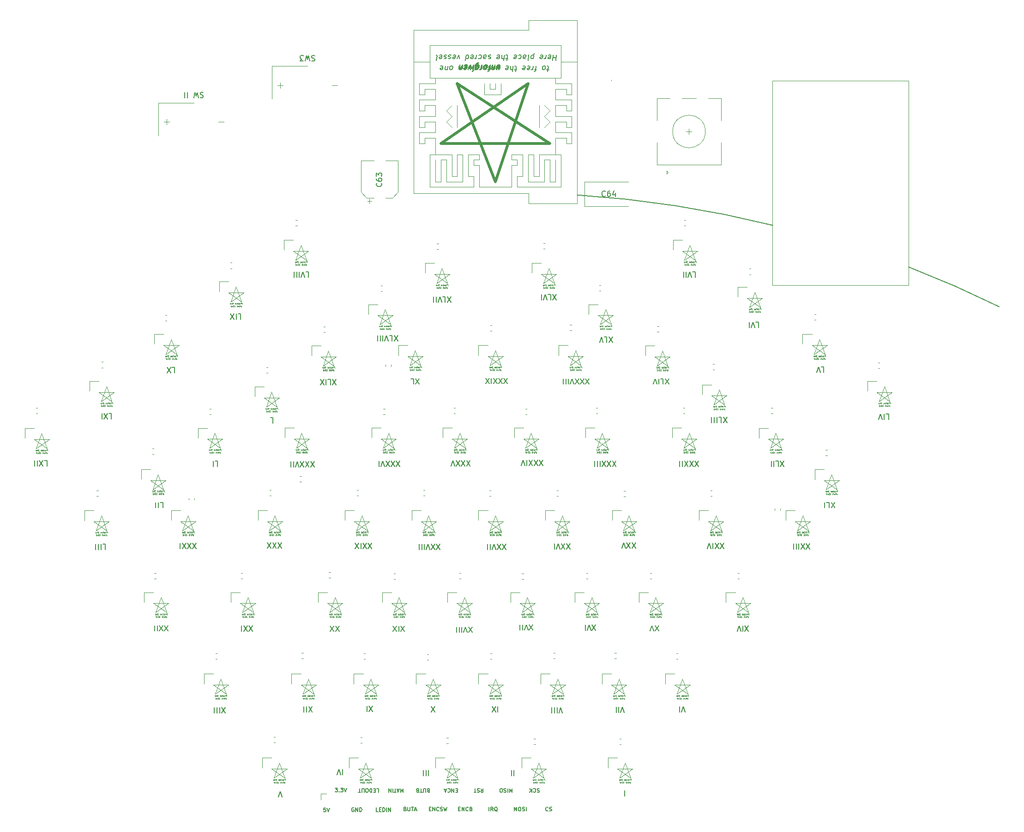
<source format=gbr>
%TF.GenerationSoftware,KiCad,Pcbnew,(5.1.7-0-10_14)*%
%TF.CreationDate,2021-04-08T12:21:10+02:00*%
%TF.ProjectId,MDMA,4d444d41-2e6b-4696-9361-645f70636258,rev?*%
%TF.SameCoordinates,Original*%
%TF.FileFunction,Legend,Top*%
%TF.FilePolarity,Positive*%
%FSLAX46Y46*%
G04 Gerber Fmt 4.6, Leading zero omitted, Abs format (unit mm)*
G04 Created by KiCad (PCBNEW (5.1.7-0-10_14)) date 2021-04-08 12:21:10*
%MOMM*%
%LPD*%
G01*
G04 APERTURE LIST*
%ADD10C,0.120000*%
%ADD11C,0.150000*%
%ADD12C,0.500000*%
%ADD13C,0.050000*%
%ADD14C,0.025000*%
G04 APERTURE END LIST*
D10*
X166400000Y-43100000D02*
X166400000Y-43000000D01*
X64511693Y-84700000D02*
G75*
G03*
X64511693Y-84700000I-11693J0D01*
G01*
X64511693Y-84700000D02*
G75*
G03*
X64511693Y-84700000I-11693J0D01*
G01*
D11*
X196009334Y-69662560D02*
G75*
G03*
X160100000Y-64100000I-48552286J-194742894D01*
G01*
X237586810Y-84626675D02*
G75*
G03*
X220900000Y-77300000I-88813864J-179611510D01*
G01*
D10*
X166400000Y-43100000D02*
X166400000Y-43000000D01*
%TO.C,C64*%
X161490000Y-66160000D02*
X169550000Y-66160000D01*
X161490000Y-61640000D02*
X161490000Y-66160000D01*
X169550000Y-61640000D02*
X161490000Y-61640000D01*
%TO.C,C63*%
X121658750Y-65243750D02*
X122446250Y-65243750D01*
X122052500Y-65637500D02*
X122052500Y-64850000D01*
X126245563Y-64610000D02*
X127310000Y-63545563D01*
X121554437Y-64610000D02*
X120490000Y-63545563D01*
X121554437Y-64610000D02*
X122840000Y-64610000D01*
X126245563Y-64610000D02*
X124960000Y-64610000D01*
X127310000Y-63545563D02*
X127310000Y-57790000D01*
X120490000Y-63545563D02*
X120490000Y-57790000D01*
X120490000Y-57790000D02*
X122840000Y-57790000D01*
X127310000Y-57790000D02*
X124960000Y-57790000D01*
%TO.C,U1*%
X151250000Y-32030000D02*
X151250000Y-33840000D01*
X151250000Y-32030000D02*
X160140000Y-32030000D01*
X160140000Y-32030000D02*
X160140000Y-33840000D01*
X157140000Y-39650000D02*
X160140000Y-39650000D01*
X133140000Y-39650000D02*
X130140000Y-39650000D01*
X144140000Y-44650000D02*
X144140000Y-43650000D01*
X145140000Y-44650000D02*
X144140000Y-44650000D01*
X145140000Y-43650000D02*
X145140000Y-44650000D01*
X143140000Y-45650000D02*
X143140000Y-43650000D01*
X146140000Y-45650000D02*
X143140000Y-45650000D01*
X146140000Y-43650000D02*
X146140000Y-45650000D01*
X138140000Y-51650000D02*
X138140000Y-47650000D01*
X153140000Y-51650000D02*
X153140000Y-47650000D01*
X134140000Y-55650000D02*
X134140000Y-56650000D01*
X156140000Y-55650000D02*
X156140000Y-56650000D01*
X140140000Y-60650000D02*
X141140000Y-60650000D01*
X140140000Y-56650000D02*
X140140000Y-60650000D01*
X142140000Y-56650000D02*
X140140000Y-56650000D01*
X142140000Y-57650000D02*
X142140000Y-56650000D01*
X141140000Y-57650000D02*
X142140000Y-57650000D01*
X141140000Y-58650000D02*
X141140000Y-57650000D01*
X142140000Y-58650000D02*
X141140000Y-58650000D01*
X142140000Y-62650000D02*
X142140000Y-58650000D01*
X148140000Y-62650000D02*
X142140000Y-62650000D01*
X148140000Y-58650000D02*
X148140000Y-62650000D01*
X149140000Y-58650000D02*
X148140000Y-58650000D01*
X149140000Y-57650000D02*
X149140000Y-58650000D01*
X148140000Y-57650000D02*
X149140000Y-57650000D01*
X148140000Y-56650000D02*
X148140000Y-57650000D01*
X150140000Y-56650000D02*
X148140000Y-56650000D01*
X150140000Y-60650000D02*
X150140000Y-56650000D01*
X149140000Y-60650000D02*
X150140000Y-60650000D01*
X131140000Y-52650000D02*
X131140000Y-54650000D01*
X134140000Y-52650000D02*
X131140000Y-52650000D01*
X134140000Y-50650000D02*
X134140000Y-52650000D01*
X132140000Y-50650000D02*
X134140000Y-50650000D01*
X132140000Y-51650000D02*
X132140000Y-50650000D01*
X131140000Y-51650000D02*
X132140000Y-51650000D01*
X131140000Y-49650000D02*
X131140000Y-51650000D01*
X134140000Y-49650000D02*
X131140000Y-49650000D01*
X134140000Y-47650000D02*
X134140000Y-49650000D01*
X132140000Y-47650000D02*
X134140000Y-47650000D01*
X132140000Y-48650000D02*
X132140000Y-47650000D01*
X131140000Y-48650000D02*
X132140000Y-48650000D01*
X131140000Y-48650000D02*
X131140000Y-46650000D01*
X134140000Y-46650000D02*
X131140000Y-46650000D01*
X134140000Y-44650000D02*
X134140000Y-46650000D01*
X132140000Y-44650000D02*
X134140000Y-44650000D01*
X132140000Y-45650000D02*
X132140000Y-44650000D01*
X131140000Y-45650000D02*
X132140000Y-45650000D01*
X131140000Y-43650000D02*
X131140000Y-45650000D01*
X134140000Y-43650000D02*
X131140000Y-43650000D01*
X134140000Y-43650000D02*
X134140000Y-42650000D01*
X134140000Y-53650000D02*
X134140000Y-55650000D01*
X132140000Y-53650000D02*
X134140000Y-53650000D01*
X132140000Y-54650000D02*
X132140000Y-53650000D01*
X131140000Y-54650000D02*
X132140000Y-54650000D01*
X156140000Y-43650000D02*
X156140000Y-42650000D01*
X156140000Y-53650000D02*
X156140000Y-55650000D01*
X158140000Y-53650000D02*
X156140000Y-53650000D01*
X158140000Y-54650000D02*
X158140000Y-53650000D01*
X159140000Y-54650000D02*
X158140000Y-54650000D01*
X159140000Y-52650000D02*
X159140000Y-54650000D01*
X156140000Y-52650000D02*
X159140000Y-52650000D01*
X156140000Y-50650000D02*
X156140000Y-52650000D01*
X158140000Y-50650000D02*
X156140000Y-50650000D01*
X158140000Y-51650000D02*
X158140000Y-50650000D01*
X159140000Y-51650000D02*
X158140000Y-51650000D01*
X159140000Y-49650000D02*
X159140000Y-51650000D01*
X156140000Y-49650000D02*
X159140000Y-49650000D01*
X156140000Y-47650000D02*
X156140000Y-49650000D01*
X158140000Y-47650000D02*
X156140000Y-47650000D01*
X158140000Y-48650000D02*
X158140000Y-47650000D01*
X159140000Y-48650000D02*
X158140000Y-48650000D01*
X159140000Y-48650000D02*
X159140000Y-46650000D01*
X156140000Y-46650000D02*
X159140000Y-46650000D01*
X156140000Y-44650000D02*
X156140000Y-46650000D01*
X158140000Y-44650000D02*
X156140000Y-44650000D01*
X158140000Y-45650000D02*
X158140000Y-44650000D01*
X159140000Y-45650000D02*
X158140000Y-45650000D01*
X159140000Y-43650000D02*
X159140000Y-45650000D01*
X156140000Y-43650000D02*
X159140000Y-43650000D01*
X157140000Y-42650000D02*
X157140000Y-36650000D01*
X133140000Y-42650000D02*
X157140000Y-42650000D01*
X133140000Y-36650000D02*
X133140000Y-42650000D01*
X157140000Y-36650000D02*
X133140000Y-36650000D01*
X151140000Y-56650000D02*
X151140000Y-61650000D01*
X155140000Y-57650000D02*
X155140000Y-61650000D01*
X157140000Y-56650000D02*
X153140000Y-56650000D01*
X155140000Y-61650000D02*
X156140000Y-61650000D01*
X154140000Y-61650000D02*
X154140000Y-57650000D01*
X156140000Y-61650000D02*
X156140000Y-57650000D01*
X153140000Y-56650000D02*
X153140000Y-60650000D01*
X152140000Y-56650000D02*
X151140000Y-56650000D01*
X149140000Y-60650000D02*
X149140000Y-62650000D01*
X151140000Y-61650000D02*
X154140000Y-61650000D01*
X153140000Y-60650000D02*
X152140000Y-60650000D01*
X154140000Y-57650000D02*
X155140000Y-57650000D01*
X157140000Y-62650000D02*
X157140000Y-56650000D01*
X149140000Y-62650000D02*
X157140000Y-62650000D01*
X152140000Y-60650000D02*
X152140000Y-56650000D01*
X134140000Y-61650000D02*
X134140000Y-57650000D01*
X135140000Y-61650000D02*
X134140000Y-61650000D01*
X135140000Y-57650000D02*
X135140000Y-61650000D01*
X136140000Y-57650000D02*
X135140000Y-57650000D01*
X136140000Y-61650000D02*
X136140000Y-57650000D01*
X139140000Y-61650000D02*
X136140000Y-61650000D01*
X139140000Y-56650000D02*
X139140000Y-61650000D01*
X138140000Y-56650000D02*
X139140000Y-56650000D01*
X138140000Y-60650000D02*
X138140000Y-56650000D01*
X137140000Y-60650000D02*
X138140000Y-60650000D01*
X137140000Y-56650000D02*
X137140000Y-60650000D01*
X133140000Y-56650000D02*
X137140000Y-56650000D01*
X133140000Y-62650000D02*
X133140000Y-56650000D01*
X141140000Y-62650000D02*
X133140000Y-62650000D01*
X141140000Y-60650000D02*
X141140000Y-62650000D01*
X136140000Y-48650000D02*
X137140000Y-47650000D01*
X137140000Y-49650000D02*
X136140000Y-48650000D01*
X136140000Y-50650000D02*
X137140000Y-49650000D01*
X137140000Y-51650000D02*
X136140000Y-50650000D01*
X155140000Y-48650000D02*
X154140000Y-47650000D01*
X154140000Y-49650000D02*
X155140000Y-48650000D01*
X155140000Y-50650000D02*
X154140000Y-49650000D01*
X154140000Y-51650000D02*
X155140000Y-50650000D01*
D12*
X135140000Y-54650000D02*
X151140000Y-43650000D01*
X155140000Y-54650000D02*
X135140000Y-54650000D01*
X138140000Y-43650000D02*
X155140000Y-54650000D01*
X138140000Y-43650000D02*
X145140000Y-61650000D01*
X145140000Y-61650000D02*
X151140000Y-43650000D01*
D10*
X160140000Y-65650000D02*
X160140000Y-33840000D01*
X160140000Y-65650000D02*
X151250000Y-65650000D01*
X151250000Y-65650000D02*
X151250000Y-63840000D01*
X151250000Y-63840000D02*
X130140000Y-63840000D01*
X130140000Y-63840000D02*
X130140000Y-33840000D01*
X130140000Y-33840000D02*
X151250000Y-33840000D01*
%TO.C,P1*%
X113140000Y-175050000D02*
X113140000Y-173950000D01*
X113140000Y-173950000D02*
X114140000Y-173950000D01*
%TO.C,SW1*%
X183640000Y-52450000D02*
G75*
G03*
X183640000Y-52450000I-3000000J0D01*
G01*
X174740000Y-50450000D02*
X174740000Y-46350000D01*
X186540000Y-46350000D02*
X186540000Y-50450000D01*
X186540000Y-54450000D02*
X186540000Y-58550000D01*
X174740000Y-54450000D02*
X174740000Y-58550000D01*
X174740000Y-58550000D02*
X186540000Y-58550000D01*
X176840000Y-59950000D02*
X176540000Y-60250000D01*
X176540000Y-60250000D02*
X176540000Y-59650000D01*
X176540000Y-59650000D02*
X176840000Y-59950000D01*
X174740000Y-46350000D02*
X177140000Y-46350000D01*
X179340000Y-46350000D02*
X181940000Y-46350000D01*
X184140000Y-46350000D02*
X186540000Y-46350000D01*
X180140000Y-52450000D02*
X181140000Y-52450000D01*
X180640000Y-52950000D02*
X180640000Y-51950000D01*
%TO.C,SW II*%
X94360000Y-50690000D02*
X95360000Y-50690000D01*
X84360000Y-50690000D02*
X85360000Y-50690000D01*
X84860000Y-50690000D02*
X84360000Y-50690000D01*
X84860000Y-50190000D02*
X84860000Y-50690000D01*
X84860000Y-51190000D02*
X84860000Y-50190000D01*
X83360000Y-47190000D02*
X89860000Y-47190000D01*
X83360000Y-53190000D02*
X83360000Y-47190000D01*
%TO.C,SW3*%
X115170000Y-43960000D02*
X116170000Y-43960000D01*
X105170000Y-43960000D02*
X106170000Y-43960000D01*
X105670000Y-43960000D02*
X105170000Y-43960000D01*
X105670000Y-43460000D02*
X105670000Y-43960000D01*
X105670000Y-44460000D02*
X105670000Y-43460000D01*
X104170000Y-40460000D02*
X110670000Y-40460000D01*
X104170000Y-46460000D02*
X104170000Y-40460000D01*
%TO.C,T1*%
X195920000Y-80650000D02*
X220920000Y-80650000D01*
X195920000Y-80650000D02*
X195920000Y-43150000D01*
X195920000Y-43150000D02*
X220920000Y-43150000D01*
X220920000Y-80650000D02*
X220920000Y-43150000D01*
%TO.C,C1*%
X167899420Y-164860000D02*
X168180580Y-164860000D01*
X167899420Y-163840000D02*
X168180580Y-163840000D01*
%TO.C,C2*%
X152199420Y-164860000D02*
X152480580Y-164860000D01*
X152199420Y-163840000D02*
X152480580Y-163840000D01*
%TO.C,C3*%
X161799420Y-134460000D02*
X162080580Y-134460000D01*
X161799420Y-133440000D02*
X162080580Y-133440000D01*
%TO.C,C4*%
X136199420Y-164760000D02*
X136480580Y-164760000D01*
X136199420Y-163740000D02*
X136480580Y-163740000D01*
%TO.C,C5*%
X173499420Y-134460000D02*
X173780580Y-134460000D01*
X173499420Y-133440000D02*
X173780580Y-133440000D01*
%TO.C,C6*%
X149999420Y-134560000D02*
X150280580Y-134560000D01*
X149999420Y-133540000D02*
X150280580Y-133540000D01*
%TO.C,C7*%
X120399420Y-164660000D02*
X120680580Y-164660000D01*
X120399420Y-163640000D02*
X120680580Y-163640000D01*
%TO.C,C8*%
X189599420Y-134460000D02*
X189880580Y-134460000D01*
X189599420Y-133440000D02*
X189880580Y-133440000D01*
%TO.C,C9*%
X138499420Y-134460000D02*
X138780580Y-134460000D01*
X138499420Y-133440000D02*
X138780580Y-133440000D01*
%TO.C,C10*%
X104474420Y-164560000D02*
X104755580Y-164560000D01*
X104474420Y-163540000D02*
X104755580Y-163540000D01*
%TO.C,C11*%
X114599420Y-134360000D02*
X114880580Y-134360000D01*
X114599420Y-133340000D02*
X114880580Y-133340000D01*
%TO.C,C12*%
X178299420Y-149260000D02*
X178580580Y-149260000D01*
X178299420Y-148240000D02*
X178580580Y-148240000D01*
%TO.C,C13*%
X126499420Y-134560000D02*
X126780580Y-134560000D01*
X126499420Y-133540000D02*
X126780580Y-133540000D01*
%TO.C,C14*%
X93799420Y-149260000D02*
X94080580Y-149260000D01*
X93799420Y-148240000D02*
X94080580Y-148240000D01*
%TO.C,C15*%
X184599420Y-119360000D02*
X184880580Y-119360000D01*
X184599420Y-118340000D02*
X184880580Y-118340000D01*
%TO.C,C16*%
X166999420Y-149160000D02*
X167280580Y-149160000D01*
X166999420Y-148140000D02*
X167280580Y-148140000D01*
%TO.C,C17*%
X71999420Y-119360000D02*
X72280580Y-119360000D01*
X71999420Y-118340000D02*
X72280580Y-118340000D01*
%TO.C,C18*%
X109599420Y-149160000D02*
X109880580Y-149160000D01*
X109599420Y-148140000D02*
X109880580Y-148140000D01*
%TO.C,C19*%
X98499420Y-134460000D02*
X98780580Y-134460000D01*
X98499420Y-133440000D02*
X98780580Y-133440000D01*
%TO.C,C20*%
X156399420Y-119360000D02*
X156680580Y-119360000D01*
X156399420Y-118340000D02*
X156680580Y-118340000D01*
%TO.C,C21*%
X155799420Y-149160000D02*
X156080580Y-149160000D01*
X155799420Y-148140000D02*
X156080580Y-148140000D01*
%TO.C,C22*%
X92699420Y-104360000D02*
X92980580Y-104360000D01*
X92699420Y-103340000D02*
X92980580Y-103340000D01*
%TO.C,C23*%
X82599420Y-134460000D02*
X82880580Y-134460000D01*
X82599420Y-133440000D02*
X82880580Y-133440000D01*
%TO.C,C24*%
X120999420Y-149260000D02*
X121280580Y-149260000D01*
X120999420Y-148240000D02*
X121280580Y-148240000D01*
%TO.C,C25*%
X179599420Y-104160000D02*
X179880580Y-104160000D01*
X179599420Y-103140000D02*
X179880580Y-103140000D01*
%TO.C,C26*%
X144199420Y-149260000D02*
X144480580Y-149260000D01*
X144199420Y-148240000D02*
X144480580Y-148240000D01*
%TO.C,C27*%
X143999420Y-119360000D02*
X144280580Y-119360000D01*
X143999420Y-118340000D02*
X144280580Y-118340000D01*
%TO.C,C28*%
X205699420Y-111860000D02*
X205980580Y-111860000D01*
X205699420Y-110840000D02*
X205980580Y-110840000D01*
%TO.C,C29*%
X197400000Y-121930580D02*
X197400000Y-121649420D01*
X196380000Y-121930580D02*
X196380000Y-121649420D01*
%TO.C,C30*%
X195699420Y-104160000D02*
X195980580Y-104160000D01*
X195699420Y-103140000D02*
X195980580Y-103140000D01*
%TO.C,C31*%
X131899420Y-119260000D02*
X132180580Y-119260000D01*
X131899420Y-118240000D02*
X132180580Y-118240000D01*
%TO.C,C32*%
X132599420Y-149360000D02*
X132880580Y-149360000D01*
X132599420Y-148340000D02*
X132880580Y-148340000D01*
%TO.C,C33*%
X174799420Y-89160000D02*
X175080580Y-89160000D01*
X174799420Y-88140000D02*
X175080580Y-88140000D01*
%TO.C,C34*%
X168699420Y-119460000D02*
X168980580Y-119460000D01*
X168699420Y-118440000D02*
X168980580Y-118440000D01*
%TO.C,C35*%
X215299420Y-95860000D02*
X215580580Y-95860000D01*
X215299420Y-94840000D02*
X215580580Y-94840000D01*
%TO.C,C36*%
X163599420Y-104160000D02*
X163880580Y-104160000D01*
X163599420Y-103140000D02*
X163880580Y-103140000D01*
%TO.C,C37*%
X103699420Y-119260000D02*
X103980580Y-119260000D01*
X103699420Y-118240000D02*
X103980580Y-118240000D01*
%TO.C,C38*%
X179749420Y-69760000D02*
X180030580Y-69760000D01*
X179749420Y-68740000D02*
X180030580Y-68740000D01*
%TO.C,C39*%
X184999420Y-96160000D02*
X185280580Y-96160000D01*
X184999420Y-95140000D02*
X185280580Y-95140000D01*
%TO.C,C40*%
X88920000Y-119759420D02*
X88920000Y-120040580D01*
X89940000Y-119759420D02*
X89940000Y-120040580D01*
%TO.C,C41*%
X124099420Y-81760000D02*
X124380580Y-81760000D01*
X124099420Y-80740000D02*
X124380580Y-80740000D01*
%TO.C,C42*%
X119699420Y-119260000D02*
X119980580Y-119260000D01*
X119699420Y-118240000D02*
X119980580Y-118240000D01*
%TO.C,C43*%
X158799420Y-88960000D02*
X159080580Y-88960000D01*
X158799420Y-87940000D02*
X159080580Y-87940000D01*
%TO.C,C44*%
X191699420Y-78660000D02*
X191980580Y-78660000D01*
X191699420Y-77640000D02*
X191980580Y-77640000D01*
%TO.C,C45*%
X150599420Y-104360000D02*
X150880580Y-104360000D01*
X150599420Y-103340000D02*
X150880580Y-103340000D01*
%TO.C,C46*%
X134399420Y-74060000D02*
X134680580Y-74060000D01*
X134399420Y-73040000D02*
X134680580Y-73040000D01*
%TO.C,C47*%
X164199420Y-81660000D02*
X164480580Y-81660000D01*
X164199420Y-80640000D02*
X164480580Y-80640000D01*
%TO.C,C48*%
X82199420Y-111660000D02*
X82480580Y-111660000D01*
X82199420Y-110640000D02*
X82480580Y-110640000D01*
%TO.C,C49*%
X125020000Y-95249420D02*
X125020000Y-95530580D01*
X126040000Y-95249420D02*
X126040000Y-95530580D01*
%TO.C,C50*%
X137499420Y-104160000D02*
X137780580Y-104160000D01*
X137499420Y-103140000D02*
X137780580Y-103140000D01*
%TO.C,C51*%
X144199420Y-89060000D02*
X144480580Y-89060000D01*
X144199420Y-88040000D02*
X144480580Y-88040000D01*
%TO.C,C52*%
X113599420Y-89260000D02*
X113880580Y-89260000D01*
X113599420Y-88240000D02*
X113880580Y-88240000D01*
%TO.C,C53*%
X60899420Y-104160000D02*
X61180580Y-104160000D01*
X60899420Y-103140000D02*
X61180580Y-103140000D01*
%TO.C,C54*%
X109259420Y-116735000D02*
X109540580Y-116735000D01*
X109259420Y-115715000D02*
X109540580Y-115715000D01*
%TO.C,C55*%
X203599420Y-86960000D02*
X203880580Y-86960000D01*
X203599420Y-85940000D02*
X203880580Y-85940000D01*
%TO.C,C56*%
X72899420Y-95760000D02*
X73180580Y-95760000D01*
X72899420Y-94740000D02*
X73180580Y-94740000D01*
%TO.C,C57*%
X84599420Y-87160000D02*
X84880580Y-87160000D01*
X84599420Y-86140000D02*
X84880580Y-86140000D01*
%TO.C,C58*%
X103099420Y-96760000D02*
X103380580Y-96760000D01*
X103099420Y-95740000D02*
X103380580Y-95740000D01*
%TO.C,C59*%
X124599420Y-104360000D02*
X124880580Y-104360000D01*
X124599420Y-103340000D02*
X124880580Y-103340000D01*
%TO.C,C60*%
X108499420Y-69760000D02*
X108780580Y-69760000D01*
X108499420Y-68740000D02*
X108780580Y-68740000D01*
%TO.C,C61*%
X153899420Y-73960000D02*
X154180580Y-73960000D01*
X153899420Y-72940000D02*
X154180580Y-72940000D01*
%TO.C,C62*%
X96499420Y-77560000D02*
X96780580Y-77560000D01*
X96499420Y-76540000D02*
X96780580Y-76540000D01*
D13*
%TO.C,I*%
X168916000Y-168272000D02*
X167916000Y-171072000D01*
X167916000Y-171072000D02*
X170316000Y-169372000D01*
X170316000Y-169372000D02*
X167516000Y-169372000D01*
X167516000Y-169372000D02*
X169916000Y-171072000D01*
X169916000Y-171072000D02*
X168916000Y-168272000D01*
D10*
X165816000Y-169172000D02*
X165816000Y-167372000D01*
X165816000Y-167372000D02*
X167516000Y-167372000D01*
D13*
%TO.C,II*%
X153065000Y-168272000D02*
X152065000Y-171072000D01*
X152065000Y-171072000D02*
X154465000Y-169372000D01*
X154465000Y-169372000D02*
X151665000Y-169372000D01*
X151665000Y-169372000D02*
X154065000Y-171072000D01*
X154065000Y-171072000D02*
X153065000Y-168272000D01*
D10*
X149965000Y-169172000D02*
X149965000Y-167372000D01*
X149965000Y-167372000D02*
X151665000Y-167372000D01*
D13*
%TO.C,III*%
X137215000Y-168272000D02*
X136215000Y-171072000D01*
X136215000Y-171072000D02*
X138615000Y-169372000D01*
X138615000Y-169372000D02*
X135815000Y-169372000D01*
X135815000Y-169372000D02*
X138215000Y-171072000D01*
X138215000Y-171072000D02*
X137215000Y-168272000D01*
D10*
X134115000Y-169172000D02*
X134115000Y-167372000D01*
X134115000Y-167372000D02*
X135815000Y-167372000D01*
D13*
%TO.C,IV*%
X121364000Y-168272000D02*
X120364000Y-171072000D01*
X120364000Y-171072000D02*
X122764000Y-169372000D01*
X122764000Y-169372000D02*
X119964000Y-169372000D01*
X119964000Y-169372000D02*
X122364000Y-171072000D01*
X122364000Y-171072000D02*
X121364000Y-168272000D01*
D10*
X118264000Y-169172000D02*
X118264000Y-167372000D01*
X118264000Y-167372000D02*
X119964000Y-167372000D01*
D13*
%TO.C,V*%
X105513000Y-168272000D02*
X104513000Y-171072000D01*
X104513000Y-171072000D02*
X106913000Y-169372000D01*
X106913000Y-169372000D02*
X104113000Y-169372000D01*
X104113000Y-169372000D02*
X106513000Y-171072000D01*
X106513000Y-171072000D02*
X105513000Y-168272000D01*
D10*
X102413000Y-169172000D02*
X102413000Y-167372000D01*
X102413000Y-167372000D02*
X104113000Y-167372000D01*
D13*
%TO.C,VI*%
X179427000Y-152876000D02*
X178427000Y-155676000D01*
X178427000Y-155676000D02*
X180827000Y-153976000D01*
X180827000Y-153976000D02*
X178027000Y-153976000D01*
X178027000Y-153976000D02*
X180427000Y-155676000D01*
X180427000Y-155676000D02*
X179427000Y-152876000D01*
D10*
X176327000Y-153776000D02*
X176327000Y-151976000D01*
X176327000Y-151976000D02*
X178027000Y-151976000D01*
D13*
%TO.C,VII*%
X167798000Y-152876000D02*
X166798000Y-155676000D01*
X166798000Y-155676000D02*
X169198000Y-153976000D01*
X169198000Y-153976000D02*
X166398000Y-153976000D01*
X166398000Y-153976000D02*
X168798000Y-155676000D01*
X168798000Y-155676000D02*
X167798000Y-152876000D01*
D10*
X164698000Y-153776000D02*
X164698000Y-151976000D01*
X164698000Y-151976000D02*
X166398000Y-151976000D01*
D13*
%TO.C,VIII*%
X156569000Y-152876000D02*
X155569000Y-155676000D01*
X155569000Y-155676000D02*
X157969000Y-153976000D01*
X157969000Y-153976000D02*
X155169000Y-153976000D01*
X155169000Y-153976000D02*
X157569000Y-155676000D01*
X157569000Y-155676000D02*
X156569000Y-152876000D01*
D10*
X153469000Y-153776000D02*
X153469000Y-151976000D01*
X153469000Y-151976000D02*
X155169000Y-151976000D01*
D13*
%TO.C,IX*%
X145140000Y-152876000D02*
X144140000Y-155676000D01*
X144140000Y-155676000D02*
X146540000Y-153976000D01*
X146540000Y-153976000D02*
X143740000Y-153976000D01*
X143740000Y-153976000D02*
X146140000Y-155676000D01*
X146140000Y-155676000D02*
X145140000Y-152876000D01*
D10*
X142040000Y-153776000D02*
X142040000Y-151976000D01*
X142040000Y-151976000D02*
X143740000Y-151976000D01*
D13*
%TO.C,X*%
X133711000Y-152876000D02*
X132711000Y-155676000D01*
X132711000Y-155676000D02*
X135111000Y-153976000D01*
X135111000Y-153976000D02*
X132311000Y-153976000D01*
X132311000Y-153976000D02*
X134711000Y-155676000D01*
X134711000Y-155676000D02*
X133711000Y-152876000D01*
D10*
X130611000Y-153776000D02*
X130611000Y-151976000D01*
X130611000Y-151976000D02*
X132311000Y-151976000D01*
D13*
%TO.C,XI*%
X122282000Y-152876000D02*
X121282000Y-155676000D01*
X121282000Y-155676000D02*
X123682000Y-153976000D01*
X123682000Y-153976000D02*
X120882000Y-153976000D01*
X120882000Y-153976000D02*
X123282000Y-155676000D01*
X123282000Y-155676000D02*
X122282000Y-152876000D01*
D10*
X119182000Y-153776000D02*
X119182000Y-151976000D01*
X119182000Y-151976000D02*
X120882000Y-151976000D01*
D13*
%TO.C,XII*%
X110853000Y-152876000D02*
X109853000Y-155676000D01*
X109853000Y-155676000D02*
X112253000Y-153976000D01*
X112253000Y-153976000D02*
X109453000Y-153976000D01*
X109453000Y-153976000D02*
X111853000Y-155676000D01*
X111853000Y-155676000D02*
X110853000Y-152876000D01*
D10*
X107753000Y-153776000D02*
X107753000Y-151976000D01*
X107753000Y-151976000D02*
X109453000Y-151976000D01*
D13*
%TO.C,XIII*%
X94781000Y-152876000D02*
X93781000Y-155676000D01*
X93781000Y-155676000D02*
X96181000Y-153976000D01*
X96181000Y-153976000D02*
X93381000Y-153976000D01*
X93381000Y-153976000D02*
X95781000Y-155676000D01*
X95781000Y-155676000D02*
X94781000Y-152876000D01*
D10*
X91681000Y-153776000D02*
X91681000Y-151976000D01*
X91681000Y-151976000D02*
X93381000Y-151976000D01*
D13*
%TO.C,XIV*%
X190527000Y-137908000D02*
X189527000Y-140708000D01*
X189527000Y-140708000D02*
X191927000Y-139008000D01*
X191927000Y-139008000D02*
X189127000Y-139008000D01*
X189127000Y-139008000D02*
X191527000Y-140708000D01*
X191527000Y-140708000D02*
X190527000Y-137908000D01*
D10*
X187427000Y-138808000D02*
X187427000Y-137008000D01*
X187427000Y-137008000D02*
X189127000Y-137008000D01*
D13*
%TO.C,XV*%
X174529000Y-137908000D02*
X173529000Y-140708000D01*
X173529000Y-140708000D02*
X175929000Y-139008000D01*
X175929000Y-139008000D02*
X173129000Y-139008000D01*
X173129000Y-139008000D02*
X175529000Y-140708000D01*
X175529000Y-140708000D02*
X174529000Y-137908000D01*
D10*
X171429000Y-138808000D02*
X171429000Y-137008000D01*
X171429000Y-137008000D02*
X173129000Y-137008000D01*
D13*
%TO.C,XVI*%
X162803000Y-137908000D02*
X161803000Y-140708000D01*
X161803000Y-140708000D02*
X164203000Y-139008000D01*
X164203000Y-139008000D02*
X161403000Y-139008000D01*
X161403000Y-139008000D02*
X163803000Y-140708000D01*
X163803000Y-140708000D02*
X162803000Y-137908000D01*
D10*
X159703000Y-138808000D02*
X159703000Y-137008000D01*
X159703000Y-137008000D02*
X161403000Y-137008000D01*
D13*
%TO.C,XVII*%
X151018000Y-137908000D02*
X150018000Y-140708000D01*
X150018000Y-140708000D02*
X152418000Y-139008000D01*
X152418000Y-139008000D02*
X149618000Y-139008000D01*
X149618000Y-139008000D02*
X152018000Y-140708000D01*
X152018000Y-140708000D02*
X151018000Y-137908000D01*
D10*
X147918000Y-138808000D02*
X147918000Y-137008000D01*
X147918000Y-137008000D02*
X149618000Y-137008000D01*
D13*
%TO.C,XVIII*%
X139462000Y-137908000D02*
X138462000Y-140708000D01*
X138462000Y-140708000D02*
X140862000Y-139008000D01*
X140862000Y-139008000D02*
X138062000Y-139008000D01*
X138062000Y-139008000D02*
X140462000Y-140708000D01*
X140462000Y-140708000D02*
X139462000Y-137908000D01*
D10*
X136362000Y-138808000D02*
X136362000Y-137008000D01*
X136362000Y-137008000D02*
X138062000Y-137008000D01*
D13*
%TO.C,XIX*%
X127477000Y-137908000D02*
X126477000Y-140708000D01*
X126477000Y-140708000D02*
X128877000Y-139008000D01*
X128877000Y-139008000D02*
X126077000Y-139008000D01*
X126077000Y-139008000D02*
X128477000Y-140708000D01*
X128477000Y-140708000D02*
X127477000Y-137908000D01*
D10*
X124377000Y-138808000D02*
X124377000Y-137008000D01*
X124377000Y-137008000D02*
X126077000Y-137008000D01*
D13*
%TO.C,XX*%
X115751000Y-137908000D02*
X114751000Y-140708000D01*
X114751000Y-140708000D02*
X117151000Y-139008000D01*
X117151000Y-139008000D02*
X114351000Y-139008000D01*
X114351000Y-139008000D02*
X116751000Y-140708000D01*
X116751000Y-140708000D02*
X115751000Y-137908000D01*
D10*
X112651000Y-138808000D02*
X112651000Y-137008000D01*
X112651000Y-137008000D02*
X114351000Y-137008000D01*
D13*
%TO.C,XXI*%
X99752000Y-137908000D02*
X98752000Y-140708000D01*
X98752000Y-140708000D02*
X101152000Y-139008000D01*
X101152000Y-139008000D02*
X98352000Y-139008000D01*
X98352000Y-139008000D02*
X100752000Y-140708000D01*
X100752000Y-140708000D02*
X99752000Y-137908000D01*
D10*
X96652000Y-138808000D02*
X96652000Y-137008000D01*
X96652000Y-137008000D02*
X98352000Y-137008000D01*
D13*
%TO.C,XXII*%
X83828000Y-137908000D02*
X82828000Y-140708000D01*
X82828000Y-140708000D02*
X85228000Y-139008000D01*
X85228000Y-139008000D02*
X82428000Y-139008000D01*
X82428000Y-139008000D02*
X84828000Y-140708000D01*
X84828000Y-140708000D02*
X83828000Y-137908000D01*
D10*
X80728000Y-138808000D02*
X80728000Y-137008000D01*
X80728000Y-137008000D02*
X82428000Y-137008000D01*
D13*
%TO.C,XXIII*%
X201510000Y-122854000D02*
X200510000Y-125654000D01*
X200510000Y-125654000D02*
X202910000Y-123954000D01*
X202910000Y-123954000D02*
X200110000Y-123954000D01*
X200110000Y-123954000D02*
X202510000Y-125654000D01*
X202510000Y-125654000D02*
X201510000Y-122854000D01*
D10*
X198410000Y-123754000D02*
X198410000Y-121954000D01*
X198410000Y-121954000D02*
X200110000Y-121954000D01*
D13*
%TO.C,XXIV*%
X185592000Y-122854000D02*
X184592000Y-125654000D01*
X184592000Y-125654000D02*
X186992000Y-123954000D01*
X186992000Y-123954000D02*
X184192000Y-123954000D01*
X184192000Y-123954000D02*
X186592000Y-125654000D01*
X186592000Y-125654000D02*
X185592000Y-122854000D01*
D10*
X182492000Y-123754000D02*
X182492000Y-121954000D01*
X182492000Y-121954000D02*
X184192000Y-121954000D01*
D13*
%TO.C,XXV*%
X169631000Y-122854000D02*
X168631000Y-125654000D01*
X168631000Y-125654000D02*
X171031000Y-123954000D01*
X171031000Y-123954000D02*
X168231000Y-123954000D01*
X168231000Y-123954000D02*
X170631000Y-125654000D01*
X170631000Y-125654000D02*
X169631000Y-122854000D01*
D10*
X166531000Y-123754000D02*
X166531000Y-121954000D01*
X166531000Y-121954000D02*
X168231000Y-121954000D01*
D13*
%TO.C,XXVI*%
X157385000Y-122854000D02*
X156385000Y-125654000D01*
X156385000Y-125654000D02*
X158785000Y-123954000D01*
X158785000Y-123954000D02*
X155985000Y-123954000D01*
X155985000Y-123954000D02*
X158385000Y-125654000D01*
X158385000Y-125654000D02*
X157385000Y-122854000D01*
D10*
X154285000Y-123754000D02*
X154285000Y-121954000D01*
X154285000Y-121954000D02*
X155985000Y-121954000D01*
D13*
%TO.C,XXVII*%
X145140000Y-122854000D02*
X144140000Y-125654000D01*
X144140000Y-125654000D02*
X146540000Y-123954000D01*
X146540000Y-123954000D02*
X143740000Y-123954000D01*
X143740000Y-123954000D02*
X146140000Y-125654000D01*
X146140000Y-125654000D02*
X145140000Y-122854000D01*
D10*
X142040000Y-123754000D02*
X142040000Y-121954000D01*
X142040000Y-121954000D02*
X143740000Y-121954000D01*
D13*
%TO.C,XXVIII*%
X132895000Y-122854000D02*
X131895000Y-125654000D01*
X131895000Y-125654000D02*
X134295000Y-123954000D01*
X134295000Y-123954000D02*
X131495000Y-123954000D01*
X131495000Y-123954000D02*
X133895000Y-125654000D01*
X133895000Y-125654000D02*
X132895000Y-122854000D01*
D10*
X129795000Y-123754000D02*
X129795000Y-121954000D01*
X129795000Y-121954000D02*
X131495000Y-121954000D01*
D13*
%TO.C,XXIX*%
X120649000Y-122854000D02*
X119649000Y-125654000D01*
X119649000Y-125654000D02*
X122049000Y-123954000D01*
X122049000Y-123954000D02*
X119249000Y-123954000D01*
X119249000Y-123954000D02*
X121649000Y-125654000D01*
X121649000Y-125654000D02*
X120649000Y-122854000D01*
D10*
X117549000Y-123754000D02*
X117549000Y-121954000D01*
X117549000Y-121954000D02*
X119249000Y-121954000D01*
D13*
%TO.C,XXX*%
X104687000Y-122854000D02*
X103687000Y-125654000D01*
X103687000Y-125654000D02*
X106087000Y-123954000D01*
X106087000Y-123954000D02*
X103287000Y-123954000D01*
X103287000Y-123954000D02*
X105687000Y-125654000D01*
X105687000Y-125654000D02*
X104687000Y-122854000D01*
D10*
X101587000Y-123754000D02*
X101587000Y-121954000D01*
X101587000Y-121954000D02*
X103287000Y-121954000D01*
D13*
%TO.C,XXXI*%
X88770000Y-122854000D02*
X87770000Y-125654000D01*
X87770000Y-125654000D02*
X90170000Y-123954000D01*
X90170000Y-123954000D02*
X87370000Y-123954000D01*
X87370000Y-123954000D02*
X89770000Y-125654000D01*
X89770000Y-125654000D02*
X88770000Y-122854000D01*
D10*
X85670000Y-123754000D02*
X85670000Y-121954000D01*
X85670000Y-121954000D02*
X87370000Y-121954000D01*
D13*
%TO.C,XXXII*%
X180672000Y-107715000D02*
X179672000Y-110515000D01*
X179672000Y-110515000D02*
X182072000Y-108815000D01*
X182072000Y-108815000D02*
X179272000Y-108815000D01*
X179272000Y-108815000D02*
X181672000Y-110515000D01*
X181672000Y-110515000D02*
X180672000Y-107715000D01*
D10*
X177572000Y-108615000D02*
X177572000Y-106815000D01*
X177572000Y-106815000D02*
X179272000Y-106815000D01*
D13*
%TO.C,XXXIII*%
X164733000Y-107715000D02*
X163733000Y-110515000D01*
X163733000Y-110515000D02*
X166133000Y-108815000D01*
X166133000Y-108815000D02*
X163333000Y-108815000D01*
X163333000Y-108815000D02*
X165733000Y-110515000D01*
X165733000Y-110515000D02*
X164733000Y-107715000D01*
D10*
X161633000Y-108615000D02*
X161633000Y-106815000D01*
X161633000Y-106815000D02*
X163333000Y-106815000D01*
D13*
%TO.C,XXXIV*%
X151671000Y-107715000D02*
X150671000Y-110515000D01*
X150671000Y-110515000D02*
X153071000Y-108815000D01*
X153071000Y-108815000D02*
X150271000Y-108815000D01*
X150271000Y-108815000D02*
X152671000Y-110515000D01*
X152671000Y-110515000D02*
X151671000Y-107715000D01*
D10*
X148571000Y-108615000D02*
X148571000Y-106815000D01*
X148571000Y-106815000D02*
X150271000Y-106815000D01*
D13*
%TO.C,XXXV*%
X138609000Y-107715000D02*
X137609000Y-110515000D01*
X137609000Y-110515000D02*
X140009000Y-108815000D01*
X140009000Y-108815000D02*
X137209000Y-108815000D01*
X137209000Y-108815000D02*
X139609000Y-110515000D01*
X139609000Y-110515000D02*
X138609000Y-107715000D01*
D10*
X135509000Y-108615000D02*
X135509000Y-106815000D01*
X135509000Y-106815000D02*
X137209000Y-106815000D01*
D13*
%TO.C,XXXVI*%
X125547000Y-107715000D02*
X124547000Y-110515000D01*
X124547000Y-110515000D02*
X126947000Y-108815000D01*
X126947000Y-108815000D02*
X124147000Y-108815000D01*
X124147000Y-108815000D02*
X126547000Y-110515000D01*
X126547000Y-110515000D02*
X125547000Y-107715000D01*
D10*
X122447000Y-108615000D02*
X122447000Y-106815000D01*
X122447000Y-106815000D02*
X124147000Y-106815000D01*
D13*
%TO.C,XXXVII*%
X109608000Y-107715000D02*
X108608000Y-110515000D01*
X108608000Y-110515000D02*
X111008000Y-108815000D01*
X111008000Y-108815000D02*
X108208000Y-108815000D01*
X108208000Y-108815000D02*
X110608000Y-110515000D01*
X110608000Y-110515000D02*
X109608000Y-107715000D01*
D10*
X106508000Y-108615000D02*
X106508000Y-106815000D01*
X106508000Y-106815000D02*
X108208000Y-106815000D01*
D13*
%TO.C,XXXVIII*%
X159835000Y-92575000D02*
X158835000Y-95375000D01*
X158835000Y-95375000D02*
X161235000Y-93675000D01*
X161235000Y-93675000D02*
X158435000Y-93675000D01*
X158435000Y-93675000D02*
X160835000Y-95375000D01*
X160835000Y-95375000D02*
X159835000Y-92575000D01*
D10*
X156735000Y-93475000D02*
X156735000Y-91675000D01*
X156735000Y-91675000D02*
X158435000Y-91675000D01*
D13*
%TO.C,XXXIX*%
X145140000Y-92575000D02*
X144140000Y-95375000D01*
X144140000Y-95375000D02*
X146540000Y-93675000D01*
X146540000Y-93675000D02*
X143740000Y-93675000D01*
X143740000Y-93675000D02*
X146140000Y-95375000D01*
X146140000Y-95375000D02*
X145140000Y-92575000D01*
D10*
X142040000Y-93475000D02*
X142040000Y-91675000D01*
X142040000Y-91675000D02*
X143740000Y-91675000D01*
D13*
%TO.C,XL*%
X130445000Y-92575000D02*
X129445000Y-95375000D01*
X129445000Y-95375000D02*
X131845000Y-93675000D01*
X131845000Y-93675000D02*
X129045000Y-93675000D01*
X129045000Y-93675000D02*
X131445000Y-95375000D01*
X131445000Y-95375000D02*
X130445000Y-92575000D01*
D10*
X127345000Y-93475000D02*
X127345000Y-91675000D01*
X127345000Y-91675000D02*
X129045000Y-91675000D01*
D13*
%TO.C,XLI*%
X206793000Y-115350000D02*
X205793000Y-118150000D01*
X205793000Y-118150000D02*
X208193000Y-116450000D01*
X208193000Y-116450000D02*
X205393000Y-116450000D01*
X205393000Y-116450000D02*
X207793000Y-118150000D01*
X207793000Y-118150000D02*
X206793000Y-115350000D01*
D10*
X203693000Y-116250000D02*
X203693000Y-114450000D01*
X203693000Y-114450000D02*
X205393000Y-114450000D01*
D13*
%TO.C,XLII*%
X196564000Y-107758000D02*
X195564000Y-110558000D01*
X195564000Y-110558000D02*
X197964000Y-108858000D01*
X197964000Y-108858000D02*
X195164000Y-108858000D01*
X195164000Y-108858000D02*
X197564000Y-110558000D01*
X197564000Y-110558000D02*
X196564000Y-107758000D01*
D10*
X193464000Y-108658000D02*
X193464000Y-106858000D01*
X193464000Y-106858000D02*
X195164000Y-106858000D01*
D13*
%TO.C,XLIII*%
X186171000Y-99793000D02*
X185171000Y-102593000D01*
X185171000Y-102593000D02*
X187571000Y-100893000D01*
X187571000Y-100893000D02*
X184771000Y-100893000D01*
X184771000Y-100893000D02*
X187171000Y-102593000D01*
X187171000Y-102593000D02*
X186171000Y-99793000D01*
D10*
X183071000Y-100693000D02*
X183071000Y-98893000D01*
X183071000Y-98893000D02*
X184771000Y-98893000D01*
D13*
%TO.C,XLIV*%
X175759000Y-92629000D02*
X174759000Y-95429000D01*
X174759000Y-95429000D02*
X177159000Y-93729000D01*
X177159000Y-93729000D02*
X174359000Y-93729000D01*
X174359000Y-93729000D02*
X176759000Y-95429000D01*
X176759000Y-95429000D02*
X175759000Y-92629000D01*
D10*
X172659000Y-93529000D02*
X172659000Y-91729000D01*
X172659000Y-91729000D02*
X174359000Y-91729000D01*
D13*
%TO.C,XLV*%
X165348000Y-85065000D02*
X164348000Y-87865000D01*
X164348000Y-87865000D02*
X166748000Y-86165000D01*
X166748000Y-86165000D02*
X163948000Y-86165000D01*
X163948000Y-86165000D02*
X166348000Y-87865000D01*
X166348000Y-87865000D02*
X165348000Y-85065000D01*
D10*
X162248000Y-85965000D02*
X162248000Y-84165000D01*
X162248000Y-84165000D02*
X163948000Y-84165000D01*
D13*
%TO.C,XLVI*%
X154936000Y-77500000D02*
X153936000Y-80300000D01*
X153936000Y-80300000D02*
X156336000Y-78600000D01*
X156336000Y-78600000D02*
X153536000Y-78600000D01*
X153536000Y-78600000D02*
X155936000Y-80300000D01*
X155936000Y-80300000D02*
X154936000Y-77500000D01*
D10*
X151836000Y-78400000D02*
X151836000Y-76600000D01*
X151836000Y-76600000D02*
X153536000Y-76600000D01*
D13*
%TO.C,XLVII*%
X135344000Y-77500000D02*
X134344000Y-80300000D01*
X134344000Y-80300000D02*
X136744000Y-78600000D01*
X136744000Y-78600000D02*
X133944000Y-78600000D01*
X133944000Y-78600000D02*
X136344000Y-80300000D01*
X136344000Y-80300000D02*
X135344000Y-77500000D01*
D10*
X132244000Y-78400000D02*
X132244000Y-76600000D01*
X132244000Y-76600000D02*
X133944000Y-76600000D01*
D13*
%TO.C,XLVIII*%
X124932000Y-85065000D02*
X123932000Y-87865000D01*
X123932000Y-87865000D02*
X126332000Y-86165000D01*
X126332000Y-86165000D02*
X123532000Y-86165000D01*
X123532000Y-86165000D02*
X125932000Y-87865000D01*
X125932000Y-87865000D02*
X124932000Y-85065000D01*
D10*
X121832000Y-85965000D02*
X121832000Y-84165000D01*
X121832000Y-84165000D02*
X123532000Y-84165000D01*
D13*
%TO.C,XLIX*%
X114521000Y-92629000D02*
X113521000Y-95429000D01*
X113521000Y-95429000D02*
X115921000Y-93729000D01*
X115921000Y-93729000D02*
X113121000Y-93729000D01*
X113121000Y-93729000D02*
X115521000Y-95429000D01*
X115521000Y-95429000D02*
X114521000Y-92629000D01*
D10*
X111421000Y-93529000D02*
X111421000Y-91729000D01*
X111421000Y-91729000D02*
X113121000Y-91729000D01*
D13*
%TO.C,L*%
X104109000Y-100193000D02*
X103109000Y-102993000D01*
X103109000Y-102993000D02*
X105509000Y-101293000D01*
X105509000Y-101293000D02*
X102709000Y-101293000D01*
X102709000Y-101293000D02*
X105109000Y-102993000D01*
X105109000Y-102993000D02*
X104109000Y-100193000D01*
D10*
X101009000Y-101093000D02*
X101009000Y-99293000D01*
X101009000Y-99293000D02*
X102709000Y-99293000D01*
D13*
%TO.C,LI*%
X93698000Y-107758000D02*
X92698000Y-110558000D01*
X92698000Y-110558000D02*
X95098000Y-108858000D01*
X95098000Y-108858000D02*
X92298000Y-108858000D01*
X92298000Y-108858000D02*
X94698000Y-110558000D01*
X94698000Y-110558000D02*
X93698000Y-107758000D01*
D10*
X90598000Y-108658000D02*
X90598000Y-106858000D01*
X90598000Y-106858000D02*
X92298000Y-106858000D01*
D13*
%TO.C,LII*%
X83287000Y-115322000D02*
X82287000Y-118122000D01*
X82287000Y-118122000D02*
X84687000Y-116422000D01*
X84687000Y-116422000D02*
X81887000Y-116422000D01*
X81887000Y-116422000D02*
X84287000Y-118122000D01*
X84287000Y-118122000D02*
X83287000Y-115322000D01*
D10*
X80187000Y-116222000D02*
X80187000Y-114422000D01*
X80187000Y-114422000D02*
X81887000Y-114422000D01*
D13*
%TO.C,LIII*%
X72875000Y-122886000D02*
X71875000Y-125686000D01*
X71875000Y-125686000D02*
X74275000Y-123986000D01*
X74275000Y-123986000D02*
X71475000Y-123986000D01*
X71475000Y-123986000D02*
X73875000Y-125686000D01*
X73875000Y-125686000D02*
X72875000Y-122886000D01*
D10*
X69775000Y-123786000D02*
X69775000Y-121986000D01*
X69775000Y-121986000D02*
X71475000Y-121986000D01*
D13*
%TO.C,LIV*%
X216469000Y-99174000D02*
X215469000Y-101974000D01*
X215469000Y-101974000D02*
X217869000Y-100274000D01*
X217869000Y-100274000D02*
X215069000Y-100274000D01*
X215069000Y-100274000D02*
X217469000Y-101974000D01*
X217469000Y-101974000D02*
X216469000Y-99174000D01*
D10*
X213369000Y-100074000D02*
X213369000Y-98274000D01*
X213369000Y-98274000D02*
X215069000Y-98274000D01*
D13*
%TO.C,LV*%
X204581000Y-90536000D02*
X203581000Y-93336000D01*
X203581000Y-93336000D02*
X205981000Y-91636000D01*
X205981000Y-91636000D02*
X203181000Y-91636000D01*
X203181000Y-91636000D02*
X205581000Y-93336000D01*
X205581000Y-93336000D02*
X204581000Y-90536000D01*
D10*
X201481000Y-91436000D02*
X201481000Y-89636000D01*
X201481000Y-89636000D02*
X203181000Y-89636000D01*
D13*
%TO.C,LVI*%
X192693000Y-81899000D02*
X191693000Y-84699000D01*
X191693000Y-84699000D02*
X194093000Y-82999000D01*
X194093000Y-82999000D02*
X191293000Y-82999000D01*
X191293000Y-82999000D02*
X193693000Y-84699000D01*
X193693000Y-84699000D02*
X192693000Y-81899000D01*
D10*
X189593000Y-82799000D02*
X189593000Y-80999000D01*
X189593000Y-80999000D02*
X191293000Y-80999000D01*
D13*
%TO.C,LVII*%
X180805000Y-73262000D02*
X179805000Y-76062000D01*
X179805000Y-76062000D02*
X182205000Y-74362000D01*
X182205000Y-74362000D02*
X179405000Y-74362000D01*
X179405000Y-74362000D02*
X181805000Y-76062000D01*
X181805000Y-76062000D02*
X180805000Y-73262000D01*
D10*
X177705000Y-74162000D02*
X177705000Y-72362000D01*
X177705000Y-72362000D02*
X179405000Y-72362000D01*
D13*
%TO.C,LVIII*%
X109475000Y-73262000D02*
X108475000Y-76062000D01*
X108475000Y-76062000D02*
X110875000Y-74362000D01*
X110875000Y-74362000D02*
X108075000Y-74362000D01*
X108075000Y-74362000D02*
X110475000Y-76062000D01*
X110475000Y-76062000D02*
X109475000Y-73262000D01*
D10*
X106375000Y-74162000D02*
X106375000Y-72362000D01*
X106375000Y-72362000D02*
X108075000Y-72362000D01*
D13*
%TO.C,LIX*%
X97587000Y-80899000D02*
X96587000Y-83699000D01*
X96587000Y-83699000D02*
X98987000Y-81999000D01*
X98987000Y-81999000D02*
X96187000Y-81999000D01*
X96187000Y-81999000D02*
X98587000Y-83699000D01*
X98587000Y-83699000D02*
X97587000Y-80899000D01*
D10*
X94487000Y-81799000D02*
X94487000Y-79999000D01*
X94487000Y-79999000D02*
X96187000Y-79999000D01*
D13*
%TO.C,LX*%
X85699000Y-90536000D02*
X84699000Y-93336000D01*
X84699000Y-93336000D02*
X87099000Y-91636000D01*
X87099000Y-91636000D02*
X84299000Y-91636000D01*
X84299000Y-91636000D02*
X86699000Y-93336000D01*
X86699000Y-93336000D02*
X85699000Y-90536000D01*
D10*
X82599000Y-91436000D02*
X82599000Y-89636000D01*
X82599000Y-89636000D02*
X84299000Y-89636000D01*
D13*
%TO.C,LXI*%
X73811000Y-99174000D02*
X72811000Y-101974000D01*
X72811000Y-101974000D02*
X75211000Y-100274000D01*
X75211000Y-100274000D02*
X72411000Y-100274000D01*
X72411000Y-100274000D02*
X74811000Y-101974000D01*
X74811000Y-101974000D02*
X73811000Y-99174000D01*
D10*
X70711000Y-100074000D02*
X70711000Y-98274000D01*
X70711000Y-98274000D02*
X72411000Y-98274000D01*
D13*
%TO.C,LXII*%
X61922000Y-107811000D02*
X60922000Y-110611000D01*
X60922000Y-110611000D02*
X63322000Y-108911000D01*
X63322000Y-108911000D02*
X60522000Y-108911000D01*
X60522000Y-108911000D02*
X62922000Y-110611000D01*
X62922000Y-110611000D02*
X61922000Y-107811000D01*
D10*
X58822000Y-108711000D02*
X58822000Y-106911000D01*
X58822000Y-106911000D02*
X60522000Y-106911000D01*
%TO.C,C64*%
D11*
X165307142Y-64257142D02*
X165259523Y-64304761D01*
X165116666Y-64352380D01*
X165021428Y-64352380D01*
X164878571Y-64304761D01*
X164783333Y-64209523D01*
X164735714Y-64114285D01*
X164688095Y-63923809D01*
X164688095Y-63780952D01*
X164735714Y-63590476D01*
X164783333Y-63495238D01*
X164878571Y-63400000D01*
X165021428Y-63352380D01*
X165116666Y-63352380D01*
X165259523Y-63400000D01*
X165307142Y-63447619D01*
X166164285Y-63352380D02*
X165973809Y-63352380D01*
X165878571Y-63400000D01*
X165830952Y-63447619D01*
X165735714Y-63590476D01*
X165688095Y-63780952D01*
X165688095Y-64161904D01*
X165735714Y-64257142D01*
X165783333Y-64304761D01*
X165878571Y-64352380D01*
X166069047Y-64352380D01*
X166164285Y-64304761D01*
X166211904Y-64257142D01*
X166259523Y-64161904D01*
X166259523Y-63923809D01*
X166211904Y-63828571D01*
X166164285Y-63780952D01*
X166069047Y-63733333D01*
X165878571Y-63733333D01*
X165783333Y-63780952D01*
X165735714Y-63828571D01*
X165688095Y-63923809D01*
X167116666Y-63685714D02*
X167116666Y-64352380D01*
X166878571Y-63304761D02*
X166640476Y-64019047D01*
X167259523Y-64019047D01*
%TO.C,C63*%
X124207142Y-61942857D02*
X124254761Y-61990476D01*
X124302380Y-62133333D01*
X124302380Y-62228571D01*
X124254761Y-62371428D01*
X124159523Y-62466666D01*
X124064285Y-62514285D01*
X123873809Y-62561904D01*
X123730952Y-62561904D01*
X123540476Y-62514285D01*
X123445238Y-62466666D01*
X123350000Y-62371428D01*
X123302380Y-62228571D01*
X123302380Y-62133333D01*
X123350000Y-61990476D01*
X123397619Y-61942857D01*
X123302380Y-61085714D02*
X123302380Y-61276190D01*
X123350000Y-61371428D01*
X123397619Y-61419047D01*
X123540476Y-61514285D01*
X123730952Y-61561904D01*
X124111904Y-61561904D01*
X124207142Y-61514285D01*
X124254761Y-61466666D01*
X124302380Y-61371428D01*
X124302380Y-61180952D01*
X124254761Y-61085714D01*
X124207142Y-61038095D01*
X124111904Y-60990476D01*
X123873809Y-60990476D01*
X123778571Y-61038095D01*
X123730952Y-61085714D01*
X123683333Y-61180952D01*
X123683333Y-61371428D01*
X123730952Y-61466666D01*
X123778571Y-61514285D01*
X123873809Y-61561904D01*
X123302380Y-60657142D02*
X123302380Y-60038095D01*
X123683333Y-60371428D01*
X123683333Y-60228571D01*
X123730952Y-60133333D01*
X123778571Y-60085714D01*
X123873809Y-60038095D01*
X124111904Y-60038095D01*
X124207142Y-60085714D01*
X124254761Y-60133333D01*
X124302380Y-60228571D01*
X124302380Y-60514285D01*
X124254761Y-60609523D01*
X124207142Y-60657142D01*
%TO.C,U1*%
X145488095Y-40939285D02*
X145488095Y-40272619D01*
X145916666Y-40939285D02*
X145916666Y-40415476D01*
X145869047Y-40320238D01*
X145773809Y-40272619D01*
X145630952Y-40272619D01*
X145535714Y-40320238D01*
X145488095Y-40367857D01*
X145011904Y-40939285D02*
X145011904Y-40272619D01*
X145011904Y-40844047D02*
X144964285Y-40891666D01*
X144869047Y-40939285D01*
X144726190Y-40939285D01*
X144630952Y-40891666D01*
X144583333Y-40796428D01*
X144583333Y-40272619D01*
X144250000Y-40939285D02*
X143869047Y-40939285D01*
X144107142Y-40272619D02*
X144107142Y-41129761D01*
X144059523Y-41225000D01*
X143964285Y-41272619D01*
X143869047Y-41272619D01*
X143392857Y-40272619D02*
X143488095Y-40320238D01*
X143535714Y-40367857D01*
X143583333Y-40463095D01*
X143583333Y-40748809D01*
X143535714Y-40844047D01*
X143488095Y-40891666D01*
X143392857Y-40939285D01*
X143250000Y-40939285D01*
X143154761Y-40891666D01*
X143107142Y-40844047D01*
X143059523Y-40748809D01*
X143059523Y-40463095D01*
X143107142Y-40367857D01*
X143154761Y-40320238D01*
X143250000Y-40272619D01*
X143392857Y-40272619D01*
X142630952Y-40272619D02*
X142630952Y-40939285D01*
X142630952Y-40748809D02*
X142583333Y-40844047D01*
X142535714Y-40891666D01*
X142440476Y-40939285D01*
X142345238Y-40939285D01*
X141583333Y-40939285D02*
X141583333Y-40129761D01*
X141630952Y-40034523D01*
X141678571Y-39986904D01*
X141773809Y-39939285D01*
X141916666Y-39939285D01*
X142011904Y-39986904D01*
X141583333Y-40320238D02*
X141678571Y-40272619D01*
X141869047Y-40272619D01*
X141964285Y-40320238D01*
X142011904Y-40367857D01*
X142059523Y-40463095D01*
X142059523Y-40748809D01*
X142011904Y-40844047D01*
X141964285Y-40891666D01*
X141869047Y-40939285D01*
X141678571Y-40939285D01*
X141583333Y-40891666D01*
X141107142Y-40272619D02*
X141107142Y-40939285D01*
X141107142Y-41272619D02*
X141154761Y-41225000D01*
X141107142Y-41177380D01*
X141059523Y-41225000D01*
X141107142Y-41272619D01*
X141107142Y-41177380D01*
X140726190Y-40939285D02*
X140488095Y-40272619D01*
X140250000Y-40939285D01*
X139488095Y-40320238D02*
X139583333Y-40272619D01*
X139773809Y-40272619D01*
X139869047Y-40320238D01*
X139916666Y-40415476D01*
X139916666Y-40796428D01*
X139869047Y-40891666D01*
X139773809Y-40939285D01*
X139583333Y-40939285D01*
X139488095Y-40891666D01*
X139440476Y-40796428D01*
X139440476Y-40701190D01*
X139916666Y-40605952D01*
X139011904Y-40939285D02*
X139011904Y-40272619D01*
X139011904Y-40844047D02*
X138964285Y-40891666D01*
X138869047Y-40939285D01*
X138726190Y-40939285D01*
X138630952Y-40891666D01*
X138583333Y-40796428D01*
X138583333Y-40272619D01*
X145338095Y-41089285D02*
X145338095Y-40422619D01*
X145766666Y-41089285D02*
X145766666Y-40565476D01*
X145719047Y-40470238D01*
X145623809Y-40422619D01*
X145480952Y-40422619D01*
X145385714Y-40470238D01*
X145338095Y-40517857D01*
X144861904Y-41089285D02*
X144861904Y-40422619D01*
X144861904Y-40994047D02*
X144814285Y-41041666D01*
X144719047Y-41089285D01*
X144576190Y-41089285D01*
X144480952Y-41041666D01*
X144433333Y-40946428D01*
X144433333Y-40422619D01*
X144100000Y-41089285D02*
X143719047Y-41089285D01*
X143957142Y-40422619D02*
X143957142Y-41279761D01*
X143909523Y-41375000D01*
X143814285Y-41422619D01*
X143719047Y-41422619D01*
X143242857Y-40422619D02*
X143338095Y-40470238D01*
X143385714Y-40517857D01*
X143433333Y-40613095D01*
X143433333Y-40898809D01*
X143385714Y-40994047D01*
X143338095Y-41041666D01*
X143242857Y-41089285D01*
X143100000Y-41089285D01*
X143004761Y-41041666D01*
X142957142Y-40994047D01*
X142909523Y-40898809D01*
X142909523Y-40613095D01*
X142957142Y-40517857D01*
X143004761Y-40470238D01*
X143100000Y-40422619D01*
X143242857Y-40422619D01*
X142480952Y-40422619D02*
X142480952Y-41089285D01*
X142480952Y-40898809D02*
X142433333Y-40994047D01*
X142385714Y-41041666D01*
X142290476Y-41089285D01*
X142195238Y-41089285D01*
X141433333Y-41089285D02*
X141433333Y-40279761D01*
X141480952Y-40184523D01*
X141528571Y-40136904D01*
X141623809Y-40089285D01*
X141766666Y-40089285D01*
X141861904Y-40136904D01*
X141433333Y-40470238D02*
X141528571Y-40422619D01*
X141719047Y-40422619D01*
X141814285Y-40470238D01*
X141861904Y-40517857D01*
X141909523Y-40613095D01*
X141909523Y-40898809D01*
X141861904Y-40994047D01*
X141814285Y-41041666D01*
X141719047Y-41089285D01*
X141528571Y-41089285D01*
X141433333Y-41041666D01*
X140957142Y-40422619D02*
X140957142Y-41089285D01*
X140957142Y-41422619D02*
X141004761Y-41375000D01*
X140957142Y-41327380D01*
X140909523Y-41375000D01*
X140957142Y-41422619D01*
X140957142Y-41327380D01*
X140576190Y-41089285D02*
X140338095Y-40422619D01*
X140100000Y-41089285D01*
X139338095Y-40470238D02*
X139433333Y-40422619D01*
X139623809Y-40422619D01*
X139719047Y-40470238D01*
X139766666Y-40565476D01*
X139766666Y-40946428D01*
X139719047Y-41041666D01*
X139623809Y-41089285D01*
X139433333Y-41089285D01*
X139338095Y-41041666D01*
X139290476Y-40946428D01*
X139290476Y-40851190D01*
X139766666Y-40755952D01*
X138861904Y-41089285D02*
X138861904Y-40422619D01*
X138861904Y-40994047D02*
X138814285Y-41041666D01*
X138719047Y-41089285D01*
X138576190Y-41089285D01*
X138480952Y-41041666D01*
X138433333Y-40946428D01*
X138433333Y-40422619D01*
X145563095Y-40839285D02*
X145563095Y-40172619D01*
X145991666Y-40839285D02*
X145991666Y-40315476D01*
X145944047Y-40220238D01*
X145848809Y-40172619D01*
X145705952Y-40172619D01*
X145610714Y-40220238D01*
X145563095Y-40267857D01*
X145086904Y-40839285D02*
X145086904Y-40172619D01*
X145086904Y-40744047D02*
X145039285Y-40791666D01*
X144944047Y-40839285D01*
X144801190Y-40839285D01*
X144705952Y-40791666D01*
X144658333Y-40696428D01*
X144658333Y-40172619D01*
X144325000Y-40839285D02*
X143944047Y-40839285D01*
X144182142Y-40172619D02*
X144182142Y-41029761D01*
X144134523Y-41125000D01*
X144039285Y-41172619D01*
X143944047Y-41172619D01*
X143467857Y-40172619D02*
X143563095Y-40220238D01*
X143610714Y-40267857D01*
X143658333Y-40363095D01*
X143658333Y-40648809D01*
X143610714Y-40744047D01*
X143563095Y-40791666D01*
X143467857Y-40839285D01*
X143325000Y-40839285D01*
X143229761Y-40791666D01*
X143182142Y-40744047D01*
X143134523Y-40648809D01*
X143134523Y-40363095D01*
X143182142Y-40267857D01*
X143229761Y-40220238D01*
X143325000Y-40172619D01*
X143467857Y-40172619D01*
X142705952Y-40172619D02*
X142705952Y-40839285D01*
X142705952Y-40648809D02*
X142658333Y-40744047D01*
X142610714Y-40791666D01*
X142515476Y-40839285D01*
X142420238Y-40839285D01*
X141658333Y-40839285D02*
X141658333Y-40029761D01*
X141705952Y-39934523D01*
X141753571Y-39886904D01*
X141848809Y-39839285D01*
X141991666Y-39839285D01*
X142086904Y-39886904D01*
X141658333Y-40220238D02*
X141753571Y-40172619D01*
X141944047Y-40172619D01*
X142039285Y-40220238D01*
X142086904Y-40267857D01*
X142134523Y-40363095D01*
X142134523Y-40648809D01*
X142086904Y-40744047D01*
X142039285Y-40791666D01*
X141944047Y-40839285D01*
X141753571Y-40839285D01*
X141658333Y-40791666D01*
X141182142Y-40172619D02*
X141182142Y-40839285D01*
X141182142Y-41172619D02*
X141229761Y-41125000D01*
X141182142Y-41077380D01*
X141134523Y-41125000D01*
X141182142Y-41172619D01*
X141182142Y-41077380D01*
X140801190Y-40839285D02*
X140563095Y-40172619D01*
X140325000Y-40839285D01*
X139563095Y-40220238D02*
X139658333Y-40172619D01*
X139848809Y-40172619D01*
X139944047Y-40220238D01*
X139991666Y-40315476D01*
X139991666Y-40696428D01*
X139944047Y-40791666D01*
X139848809Y-40839285D01*
X139658333Y-40839285D01*
X139563095Y-40791666D01*
X139515476Y-40696428D01*
X139515476Y-40601190D01*
X139991666Y-40505952D01*
X139086904Y-40839285D02*
X139086904Y-40172619D01*
X139086904Y-40744047D02*
X139039285Y-40791666D01*
X138944047Y-40839285D01*
X138801190Y-40839285D01*
X138705952Y-40791666D01*
X138658333Y-40696428D01*
X138658333Y-40172619D01*
X154919508Y-41089285D02*
X154538556Y-41089285D01*
X154734985Y-41422619D02*
X154842127Y-40565476D01*
X154806413Y-40470238D01*
X154717127Y-40422619D01*
X154621889Y-40422619D01*
X154145699Y-40422619D02*
X154234985Y-40470238D01*
X154276651Y-40517857D01*
X154312366Y-40613095D01*
X154276651Y-40898809D01*
X154217127Y-40994047D01*
X154163556Y-41041666D01*
X154062366Y-41089285D01*
X153919508Y-41089285D01*
X153830223Y-41041666D01*
X153788556Y-40994047D01*
X153752842Y-40898809D01*
X153788556Y-40613095D01*
X153848080Y-40517857D01*
X153901651Y-40470238D01*
X154002842Y-40422619D01*
X154145699Y-40422619D01*
X152681413Y-41089285D02*
X152300461Y-41089285D01*
X152621889Y-40422619D02*
X152514747Y-41279761D01*
X152455223Y-41375000D01*
X152354032Y-41422619D01*
X152258794Y-41422619D01*
X152050461Y-40422619D02*
X151967127Y-41089285D01*
X151990937Y-40898809D02*
X151931413Y-40994047D01*
X151877842Y-41041666D01*
X151776651Y-41089285D01*
X151681413Y-41089285D01*
X151044508Y-40470238D02*
X151145699Y-40422619D01*
X151336175Y-40422619D01*
X151425461Y-40470238D01*
X151461175Y-40565476D01*
X151413556Y-40946428D01*
X151354032Y-41041666D01*
X151252842Y-41089285D01*
X151062366Y-41089285D01*
X150973080Y-41041666D01*
X150937366Y-40946428D01*
X150949270Y-40851190D01*
X151437366Y-40755952D01*
X150187366Y-40470238D02*
X150288556Y-40422619D01*
X150479032Y-40422619D01*
X150568318Y-40470238D01*
X150604032Y-40565476D01*
X150556413Y-40946428D01*
X150496889Y-41041666D01*
X150395699Y-41089285D01*
X150205223Y-41089285D01*
X150115937Y-41041666D01*
X150080223Y-40946428D01*
X150092127Y-40851190D01*
X150580223Y-40755952D01*
X149014747Y-41089285D02*
X148633794Y-41089285D01*
X148830223Y-41422619D02*
X148937366Y-40565476D01*
X148901651Y-40470238D01*
X148812366Y-40422619D01*
X148717127Y-40422619D01*
X148383794Y-40422619D02*
X148258794Y-41422619D01*
X147955223Y-40422619D02*
X147889747Y-40946428D01*
X147925461Y-41041666D01*
X148014747Y-41089285D01*
X148157604Y-41089285D01*
X148258794Y-41041666D01*
X148312366Y-40994047D01*
X147092127Y-40470238D02*
X147193318Y-40422619D01*
X147383794Y-40422619D01*
X147473080Y-40470238D01*
X147508794Y-40565476D01*
X147461175Y-40946428D01*
X147401651Y-41041666D01*
X147300461Y-41089285D01*
X147109985Y-41089285D01*
X147020699Y-41041666D01*
X146984985Y-40946428D01*
X146996889Y-40851190D01*
X147484985Y-40755952D01*
X145348080Y-41089285D02*
X145431413Y-40422619D01*
X145776651Y-41089285D02*
X145842127Y-40565476D01*
X145806413Y-40470238D01*
X145717127Y-40422619D01*
X145574270Y-40422619D01*
X145473080Y-40470238D01*
X145419508Y-40517857D01*
X144871889Y-41089285D02*
X144955223Y-40422619D01*
X144883794Y-40994047D02*
X144830223Y-41041666D01*
X144729032Y-41089285D01*
X144586175Y-41089285D01*
X144496889Y-41041666D01*
X144461175Y-40946428D01*
X144526651Y-40422619D01*
X144109985Y-41089285D02*
X143729032Y-41089285D01*
X144050461Y-40422619D02*
X143943318Y-41279761D01*
X143883794Y-41375000D01*
X143782604Y-41422619D01*
X143687366Y-41422619D01*
X143336175Y-40422619D02*
X143425461Y-40470238D01*
X143467127Y-40517857D01*
X143502842Y-40613095D01*
X143467127Y-40898809D01*
X143407604Y-40994047D01*
X143354032Y-41041666D01*
X143252842Y-41089285D01*
X143109985Y-41089285D01*
X143020699Y-41041666D01*
X142979032Y-40994047D01*
X142943318Y-40898809D01*
X142979032Y-40613095D01*
X143038556Y-40517857D01*
X143092127Y-40470238D01*
X143193318Y-40422619D01*
X143336175Y-40422619D01*
X142574270Y-40422619D02*
X142490937Y-41089285D01*
X142514747Y-40898809D02*
X142455223Y-40994047D01*
X142401651Y-41041666D01*
X142300461Y-41089285D01*
X142205223Y-41089285D01*
X141443318Y-41089285D02*
X141544508Y-40279761D01*
X141604032Y-40184523D01*
X141657604Y-40136904D01*
X141758794Y-40089285D01*
X141901651Y-40089285D01*
X141990937Y-40136904D01*
X141520699Y-40470238D02*
X141621889Y-40422619D01*
X141812366Y-40422619D01*
X141901651Y-40470238D01*
X141943318Y-40517857D01*
X141979032Y-40613095D01*
X141943318Y-40898809D01*
X141883794Y-40994047D01*
X141830223Y-41041666D01*
X141729032Y-41089285D01*
X141538556Y-41089285D01*
X141449270Y-41041666D01*
X141050461Y-40422619D02*
X140967127Y-41089285D01*
X140925461Y-41422619D02*
X140979032Y-41375000D01*
X140937366Y-41327380D01*
X140883794Y-41375000D01*
X140925461Y-41422619D01*
X140937366Y-41327380D01*
X140586175Y-41089285D02*
X140431413Y-40422619D01*
X140109985Y-41089285D01*
X139425461Y-40470238D02*
X139526651Y-40422619D01*
X139717127Y-40422619D01*
X139806413Y-40470238D01*
X139842127Y-40565476D01*
X139794508Y-40946428D01*
X139734985Y-41041666D01*
X139633794Y-41089285D01*
X139443318Y-41089285D01*
X139354032Y-41041666D01*
X139318318Y-40946428D01*
X139330223Y-40851190D01*
X139818318Y-40755952D01*
X138871889Y-41089285D02*
X138955223Y-40422619D01*
X138883794Y-40994047D02*
X138830223Y-41041666D01*
X138729032Y-41089285D01*
X138586175Y-41089285D01*
X138496889Y-41041666D01*
X138461175Y-40946428D01*
X138526651Y-40422619D01*
X137145699Y-40422619D02*
X137234985Y-40470238D01*
X137276651Y-40517857D01*
X137312366Y-40613095D01*
X137276651Y-40898809D01*
X137217127Y-40994047D01*
X137163556Y-41041666D01*
X137062366Y-41089285D01*
X136919508Y-41089285D01*
X136830223Y-41041666D01*
X136788556Y-40994047D01*
X136752842Y-40898809D01*
X136788556Y-40613095D01*
X136848080Y-40517857D01*
X136901651Y-40470238D01*
X137002842Y-40422619D01*
X137145699Y-40422619D01*
X136300461Y-41089285D02*
X136383794Y-40422619D01*
X136312366Y-40994047D02*
X136258794Y-41041666D01*
X136157604Y-41089285D01*
X136014747Y-41089285D01*
X135925461Y-41041666D01*
X135889747Y-40946428D01*
X135955223Y-40422619D01*
X135092127Y-40470238D02*
X135193318Y-40422619D01*
X135383794Y-40422619D01*
X135473080Y-40470238D01*
X135508794Y-40565476D01*
X135461175Y-40946428D01*
X135401651Y-41041666D01*
X135300461Y-41089285D01*
X135109985Y-41089285D01*
X135020699Y-41041666D01*
X134984985Y-40946428D01*
X134996889Y-40851190D01*
X135484985Y-40755952D01*
X156312366Y-38422619D02*
X156187366Y-39422619D01*
X156246889Y-38946428D02*
X155675461Y-38946428D01*
X155740937Y-38422619D02*
X155615937Y-39422619D01*
X154877842Y-38470238D02*
X154979032Y-38422619D01*
X155169508Y-38422619D01*
X155258794Y-38470238D01*
X155294508Y-38565476D01*
X155246889Y-38946428D01*
X155187366Y-39041666D01*
X155086175Y-39089285D01*
X154895699Y-39089285D01*
X154806413Y-39041666D01*
X154770699Y-38946428D01*
X154782604Y-38851190D01*
X155270699Y-38755952D01*
X154407604Y-38422619D02*
X154324270Y-39089285D01*
X154348080Y-38898809D02*
X154288556Y-38994047D01*
X154234985Y-39041666D01*
X154133794Y-39089285D01*
X154038556Y-39089285D01*
X153401651Y-38470238D02*
X153502842Y-38422619D01*
X153693318Y-38422619D01*
X153782604Y-38470238D01*
X153818318Y-38565476D01*
X153770699Y-38946428D01*
X153711175Y-39041666D01*
X153609985Y-39089285D01*
X153419508Y-39089285D01*
X153330223Y-39041666D01*
X153294508Y-38946428D01*
X153306413Y-38851190D01*
X153794508Y-38755952D01*
X152086175Y-39089285D02*
X152211175Y-38089285D01*
X152092127Y-39041666D02*
X151990937Y-39089285D01*
X151800461Y-39089285D01*
X151711175Y-39041666D01*
X151669508Y-38994047D01*
X151633794Y-38898809D01*
X151669508Y-38613095D01*
X151729032Y-38517857D01*
X151782604Y-38470238D01*
X151883794Y-38422619D01*
X152074270Y-38422619D01*
X152163556Y-38470238D01*
X151121889Y-38422619D02*
X151211175Y-38470238D01*
X151246889Y-38565476D01*
X151139747Y-39422619D01*
X150312366Y-38422619D02*
X150246889Y-38946428D01*
X150282604Y-39041666D01*
X150371889Y-39089285D01*
X150562366Y-39089285D01*
X150663556Y-39041666D01*
X150306413Y-38470238D02*
X150407604Y-38422619D01*
X150645699Y-38422619D01*
X150734985Y-38470238D01*
X150770699Y-38565476D01*
X150758794Y-38660714D01*
X150699270Y-38755952D01*
X150598080Y-38803571D01*
X150359985Y-38803571D01*
X150258794Y-38851190D01*
X149401651Y-38470238D02*
X149502842Y-38422619D01*
X149693318Y-38422619D01*
X149782604Y-38470238D01*
X149824270Y-38517857D01*
X149859985Y-38613095D01*
X149824270Y-38898809D01*
X149764747Y-38994047D01*
X149711175Y-39041666D01*
X149609985Y-39089285D01*
X149419508Y-39089285D01*
X149330223Y-39041666D01*
X148592127Y-38470238D02*
X148693318Y-38422619D01*
X148883794Y-38422619D01*
X148973080Y-38470238D01*
X149008794Y-38565476D01*
X148961175Y-38946428D01*
X148901651Y-39041666D01*
X148800461Y-39089285D01*
X148609985Y-39089285D01*
X148520699Y-39041666D01*
X148484985Y-38946428D01*
X148496889Y-38851190D01*
X148984985Y-38755952D01*
X147419508Y-39089285D02*
X147038556Y-39089285D01*
X147234985Y-39422619D02*
X147342127Y-38565476D01*
X147306413Y-38470238D01*
X147217127Y-38422619D01*
X147121889Y-38422619D01*
X146788556Y-38422619D02*
X146663556Y-39422619D01*
X146359985Y-38422619D02*
X146294508Y-38946428D01*
X146330223Y-39041666D01*
X146419508Y-39089285D01*
X146562366Y-39089285D01*
X146663556Y-39041666D01*
X146717127Y-38994047D01*
X145496889Y-38470238D02*
X145598080Y-38422619D01*
X145788556Y-38422619D01*
X145877842Y-38470238D01*
X145913556Y-38565476D01*
X145865937Y-38946428D01*
X145806413Y-39041666D01*
X145705223Y-39089285D01*
X145514747Y-39089285D01*
X145425461Y-39041666D01*
X145389747Y-38946428D01*
X145401651Y-38851190D01*
X145889747Y-38755952D01*
X144306413Y-38470238D02*
X144217127Y-38422619D01*
X144026651Y-38422619D01*
X143925461Y-38470238D01*
X143865937Y-38565476D01*
X143859985Y-38613095D01*
X143895699Y-38708333D01*
X143984985Y-38755952D01*
X144127842Y-38755952D01*
X144217127Y-38803571D01*
X144252842Y-38898809D01*
X144246889Y-38946428D01*
X144187366Y-39041666D01*
X144086175Y-39089285D01*
X143943318Y-39089285D01*
X143854032Y-39041666D01*
X143026651Y-38422619D02*
X142961175Y-38946428D01*
X142996889Y-39041666D01*
X143086175Y-39089285D01*
X143276651Y-39089285D01*
X143377842Y-39041666D01*
X143020699Y-38470238D02*
X143121889Y-38422619D01*
X143359985Y-38422619D01*
X143449270Y-38470238D01*
X143484985Y-38565476D01*
X143473080Y-38660714D01*
X143413556Y-38755952D01*
X143312366Y-38803571D01*
X143074270Y-38803571D01*
X142973080Y-38851190D01*
X142115937Y-38470238D02*
X142217127Y-38422619D01*
X142407604Y-38422619D01*
X142496889Y-38470238D01*
X142538556Y-38517857D01*
X142574270Y-38613095D01*
X142538556Y-38898809D01*
X142479032Y-38994047D01*
X142425461Y-39041666D01*
X142324270Y-39089285D01*
X142133794Y-39089285D01*
X142044508Y-39041666D01*
X141693318Y-38422619D02*
X141609985Y-39089285D01*
X141633794Y-38898809D02*
X141574270Y-38994047D01*
X141520699Y-39041666D01*
X141419508Y-39089285D01*
X141324270Y-39089285D01*
X140687366Y-38470238D02*
X140788556Y-38422619D01*
X140979032Y-38422619D01*
X141068318Y-38470238D01*
X141104032Y-38565476D01*
X141056413Y-38946428D01*
X140996889Y-39041666D01*
X140895699Y-39089285D01*
X140705223Y-39089285D01*
X140615937Y-39041666D01*
X140580223Y-38946428D01*
X140592127Y-38851190D01*
X141080223Y-38755952D01*
X139788556Y-38422619D02*
X139663556Y-39422619D01*
X139782604Y-38470238D02*
X139883794Y-38422619D01*
X140074270Y-38422619D01*
X140163556Y-38470238D01*
X140205223Y-38517857D01*
X140240937Y-38613095D01*
X140205223Y-38898809D01*
X140145699Y-38994047D01*
X140092127Y-39041666D01*
X139990937Y-39089285D01*
X139800461Y-39089285D01*
X139711175Y-39041666D01*
X138562366Y-39089285D02*
X138407604Y-38422619D01*
X138086175Y-39089285D01*
X137401651Y-38470238D02*
X137502842Y-38422619D01*
X137693318Y-38422619D01*
X137782604Y-38470238D01*
X137818318Y-38565476D01*
X137770699Y-38946428D01*
X137711175Y-39041666D01*
X137609985Y-39089285D01*
X137419508Y-39089285D01*
X137330223Y-39041666D01*
X137294508Y-38946428D01*
X137306413Y-38851190D01*
X137794508Y-38755952D01*
X136973080Y-38470238D02*
X136883794Y-38422619D01*
X136693318Y-38422619D01*
X136592127Y-38470238D01*
X136532604Y-38565476D01*
X136526651Y-38613095D01*
X136562366Y-38708333D01*
X136651651Y-38755952D01*
X136794508Y-38755952D01*
X136883794Y-38803571D01*
X136919508Y-38898809D01*
X136913556Y-38946428D01*
X136854032Y-39041666D01*
X136752842Y-39089285D01*
X136609985Y-39089285D01*
X136520699Y-39041666D01*
X136163556Y-38470238D02*
X136074270Y-38422619D01*
X135883794Y-38422619D01*
X135782604Y-38470238D01*
X135723080Y-38565476D01*
X135717127Y-38613095D01*
X135752842Y-38708333D01*
X135842127Y-38755952D01*
X135984985Y-38755952D01*
X136074270Y-38803571D01*
X136109985Y-38898809D01*
X136104032Y-38946428D01*
X136044508Y-39041666D01*
X135943318Y-39089285D01*
X135800461Y-39089285D01*
X135711175Y-39041666D01*
X134925461Y-38470238D02*
X135026651Y-38422619D01*
X135217127Y-38422619D01*
X135306413Y-38470238D01*
X135342127Y-38565476D01*
X135294508Y-38946428D01*
X135234985Y-39041666D01*
X135133794Y-39089285D01*
X134943318Y-39089285D01*
X134854032Y-39041666D01*
X134818318Y-38946428D01*
X134830223Y-38851190D01*
X135318318Y-38755952D01*
X134312366Y-38422619D02*
X134401651Y-38470238D01*
X134437366Y-38565476D01*
X134330223Y-39422619D01*
%TO.C,P1*%
X114006666Y-176566666D02*
X113673333Y-176566666D01*
X113640000Y-176900000D01*
X113673333Y-176866666D01*
X113740000Y-176833333D01*
X113906666Y-176833333D01*
X113973333Y-176866666D01*
X114006666Y-176900000D01*
X114040000Y-176966666D01*
X114040000Y-177133333D01*
X114006666Y-177200000D01*
X113973333Y-177233333D01*
X113906666Y-177266666D01*
X113740000Y-177266666D01*
X113673333Y-177233333D01*
X113640000Y-177200000D01*
X114240000Y-176566666D02*
X114473333Y-177266666D01*
X114706666Y-176566666D01*
X115766666Y-172916666D02*
X116200000Y-172916666D01*
X115966666Y-173183333D01*
X116066666Y-173183333D01*
X116133333Y-173216666D01*
X116166666Y-173250000D01*
X116200000Y-173316666D01*
X116200000Y-173483333D01*
X116166666Y-173550000D01*
X116133333Y-173583333D01*
X116066666Y-173616666D01*
X115866666Y-173616666D01*
X115800000Y-173583333D01*
X115766666Y-173550000D01*
X116500000Y-173550000D02*
X116533333Y-173583333D01*
X116500000Y-173616666D01*
X116466666Y-173583333D01*
X116500000Y-173550000D01*
X116500000Y-173616666D01*
X116766666Y-172916666D02*
X117200000Y-172916666D01*
X116966666Y-173183333D01*
X117066666Y-173183333D01*
X117133333Y-173216666D01*
X117166666Y-173250000D01*
X117200000Y-173316666D01*
X117200000Y-173483333D01*
X117166666Y-173550000D01*
X117133333Y-173583333D01*
X117066666Y-173616666D01*
X116866666Y-173616666D01*
X116800000Y-173583333D01*
X116766666Y-173550000D01*
X117400000Y-172916666D02*
X117633333Y-173616666D01*
X117866666Y-172916666D01*
X119166666Y-176550000D02*
X119100000Y-176516666D01*
X119000000Y-176516666D01*
X118900000Y-176550000D01*
X118833333Y-176616666D01*
X118800000Y-176683333D01*
X118766666Y-176816666D01*
X118766666Y-176916666D01*
X118800000Y-177050000D01*
X118833333Y-177116666D01*
X118900000Y-177183333D01*
X119000000Y-177216666D01*
X119066666Y-177216666D01*
X119166666Y-177183333D01*
X119200000Y-177150000D01*
X119200000Y-176916666D01*
X119066666Y-176916666D01*
X119500000Y-177216666D02*
X119500000Y-176516666D01*
X119900000Y-177216666D01*
X119900000Y-176516666D01*
X120233333Y-177216666D02*
X120233333Y-176516666D01*
X120400000Y-176516666D01*
X120500000Y-176550000D01*
X120566666Y-176616666D01*
X120600000Y-176683333D01*
X120633333Y-176816666D01*
X120633333Y-176916666D01*
X120600000Y-177050000D01*
X120566666Y-177116666D01*
X120500000Y-177183333D01*
X120400000Y-177216666D01*
X120233333Y-177216666D01*
X123350000Y-172983333D02*
X123683333Y-172983333D01*
X123683333Y-173683333D01*
X123116666Y-173350000D02*
X122883333Y-173350000D01*
X122783333Y-172983333D02*
X123116666Y-172983333D01*
X123116666Y-173683333D01*
X122783333Y-173683333D01*
X122483333Y-172983333D02*
X122483333Y-173683333D01*
X122316666Y-173683333D01*
X122216666Y-173650000D01*
X122150000Y-173583333D01*
X122116666Y-173516666D01*
X122083333Y-173383333D01*
X122083333Y-173283333D01*
X122116666Y-173150000D01*
X122150000Y-173083333D01*
X122216666Y-173016666D01*
X122316666Y-172983333D01*
X122483333Y-172983333D01*
X121650000Y-173683333D02*
X121516666Y-173683333D01*
X121450000Y-173650000D01*
X121383333Y-173583333D01*
X121350000Y-173450000D01*
X121350000Y-173216666D01*
X121383333Y-173083333D01*
X121450000Y-173016666D01*
X121516666Y-172983333D01*
X121650000Y-172983333D01*
X121716666Y-173016666D01*
X121783333Y-173083333D01*
X121816666Y-173216666D01*
X121816666Y-173450000D01*
X121783333Y-173583333D01*
X121716666Y-173650000D01*
X121650000Y-173683333D01*
X121050000Y-173683333D02*
X121050000Y-173116666D01*
X121016666Y-173050000D01*
X120983333Y-173016666D01*
X120916666Y-172983333D01*
X120783333Y-172983333D01*
X120716666Y-173016666D01*
X120683333Y-173050000D01*
X120650000Y-173116666D01*
X120650000Y-173683333D01*
X120416666Y-173683333D02*
X120016666Y-173683333D01*
X120216666Y-172983333D02*
X120216666Y-173683333D01*
X123616666Y-177216666D02*
X123283333Y-177216666D01*
X123283333Y-176516666D01*
X123850000Y-176850000D02*
X124083333Y-176850000D01*
X124183333Y-177216666D02*
X123850000Y-177216666D01*
X123850000Y-176516666D01*
X124183333Y-176516666D01*
X124483333Y-177216666D02*
X124483333Y-176516666D01*
X124650000Y-176516666D01*
X124750000Y-176550000D01*
X124816666Y-176616666D01*
X124850000Y-176683333D01*
X124883333Y-176816666D01*
X124883333Y-176916666D01*
X124850000Y-177050000D01*
X124816666Y-177116666D01*
X124750000Y-177183333D01*
X124650000Y-177216666D01*
X124483333Y-177216666D01*
X125183333Y-177216666D02*
X125183333Y-176516666D01*
X125516666Y-177216666D02*
X125516666Y-176516666D01*
X125916666Y-177216666D01*
X125916666Y-176516666D01*
X128233333Y-172983333D02*
X128233333Y-173683333D01*
X128000000Y-173183333D01*
X127766666Y-173683333D01*
X127766666Y-172983333D01*
X127466666Y-173183333D02*
X127133333Y-173183333D01*
X127533333Y-172983333D02*
X127300000Y-173683333D01*
X127066666Y-172983333D01*
X126933333Y-173683333D02*
X126533333Y-173683333D01*
X126733333Y-172983333D02*
X126733333Y-173683333D01*
X126300000Y-172983333D02*
X126300000Y-173683333D01*
X125966666Y-172983333D02*
X125966666Y-173683333D01*
X125566666Y-172983333D01*
X125566666Y-173683333D01*
X128616666Y-176750000D02*
X128716666Y-176783333D01*
X128750000Y-176816666D01*
X128783333Y-176883333D01*
X128783333Y-176983333D01*
X128750000Y-177050000D01*
X128716666Y-177083333D01*
X128650000Y-177116666D01*
X128383333Y-177116666D01*
X128383333Y-176416666D01*
X128616666Y-176416666D01*
X128683333Y-176450000D01*
X128716666Y-176483333D01*
X128750000Y-176550000D01*
X128750000Y-176616666D01*
X128716666Y-176683333D01*
X128683333Y-176716666D01*
X128616666Y-176750000D01*
X128383333Y-176750000D01*
X129083333Y-176416666D02*
X129083333Y-176983333D01*
X129116666Y-177050000D01*
X129150000Y-177083333D01*
X129216666Y-177116666D01*
X129350000Y-177116666D01*
X129416666Y-177083333D01*
X129450000Y-177050000D01*
X129483333Y-176983333D01*
X129483333Y-176416666D01*
X129716666Y-176416666D02*
X130116666Y-176416666D01*
X129916666Y-177116666D02*
X129916666Y-176416666D01*
X130316666Y-176916666D02*
X130650000Y-176916666D01*
X130250000Y-177116666D02*
X130483333Y-176416666D01*
X130716666Y-177116666D01*
X132833333Y-173350000D02*
X132733333Y-173316666D01*
X132700000Y-173283333D01*
X132666666Y-173216666D01*
X132666666Y-173116666D01*
X132700000Y-173050000D01*
X132733333Y-173016666D01*
X132800000Y-172983333D01*
X133066666Y-172983333D01*
X133066666Y-173683333D01*
X132833333Y-173683333D01*
X132766666Y-173650000D01*
X132733333Y-173616666D01*
X132700000Y-173550000D01*
X132700000Y-173483333D01*
X132733333Y-173416666D01*
X132766666Y-173383333D01*
X132833333Y-173350000D01*
X133066666Y-173350000D01*
X132366666Y-173683333D02*
X132366666Y-173116666D01*
X132333333Y-173050000D01*
X132300000Y-173016666D01*
X132233333Y-172983333D01*
X132100000Y-172983333D01*
X132033333Y-173016666D01*
X132000000Y-173050000D01*
X131966666Y-173116666D01*
X131966666Y-173683333D01*
X131733333Y-173683333D02*
X131333333Y-173683333D01*
X131533333Y-172983333D02*
X131533333Y-173683333D01*
X130866666Y-173350000D02*
X130766666Y-173316666D01*
X130733333Y-173283333D01*
X130700000Y-173216666D01*
X130700000Y-173116666D01*
X130733333Y-173050000D01*
X130766666Y-173016666D01*
X130833333Y-172983333D01*
X131100000Y-172983333D01*
X131100000Y-173683333D01*
X130866666Y-173683333D01*
X130800000Y-173650000D01*
X130766666Y-173616666D01*
X130733333Y-173550000D01*
X130733333Y-173483333D01*
X130766666Y-173416666D01*
X130800000Y-173383333D01*
X130866666Y-173350000D01*
X131100000Y-173350000D01*
X133000000Y-176750000D02*
X133233333Y-176750000D01*
X133333333Y-177116666D02*
X133000000Y-177116666D01*
X133000000Y-176416666D01*
X133333333Y-176416666D01*
X133633333Y-177116666D02*
X133633333Y-176416666D01*
X134033333Y-177116666D01*
X134033333Y-176416666D01*
X134766666Y-177050000D02*
X134733333Y-177083333D01*
X134633333Y-177116666D01*
X134566666Y-177116666D01*
X134466666Y-177083333D01*
X134400000Y-177016666D01*
X134366666Y-176950000D01*
X134333333Y-176816666D01*
X134333333Y-176716666D01*
X134366666Y-176583333D01*
X134400000Y-176516666D01*
X134466666Y-176450000D01*
X134566666Y-176416666D01*
X134633333Y-176416666D01*
X134733333Y-176450000D01*
X134766666Y-176483333D01*
X135033333Y-177083333D02*
X135133333Y-177116666D01*
X135300000Y-177116666D01*
X135366666Y-177083333D01*
X135400000Y-177050000D01*
X135433333Y-176983333D01*
X135433333Y-176916666D01*
X135400000Y-176850000D01*
X135366666Y-176816666D01*
X135300000Y-176783333D01*
X135166666Y-176750000D01*
X135100000Y-176716666D01*
X135066666Y-176683333D01*
X135033333Y-176616666D01*
X135033333Y-176550000D01*
X135066666Y-176483333D01*
X135100000Y-176450000D01*
X135166666Y-176416666D01*
X135333333Y-176416666D01*
X135433333Y-176450000D01*
X135666666Y-176416666D02*
X135833333Y-177116666D01*
X135966666Y-176616666D01*
X136100000Y-177116666D01*
X136266666Y-176416666D01*
X138166666Y-173350000D02*
X137933333Y-173350000D01*
X137833333Y-172983333D02*
X138166666Y-172983333D01*
X138166666Y-173683333D01*
X137833333Y-173683333D01*
X137533333Y-172983333D02*
X137533333Y-173683333D01*
X137133333Y-172983333D01*
X137133333Y-173683333D01*
X136400000Y-173050000D02*
X136433333Y-173016666D01*
X136533333Y-172983333D01*
X136600000Y-172983333D01*
X136700000Y-173016666D01*
X136766666Y-173083333D01*
X136800000Y-173150000D01*
X136833333Y-173283333D01*
X136833333Y-173383333D01*
X136800000Y-173516666D01*
X136766666Y-173583333D01*
X136700000Y-173650000D01*
X136600000Y-173683333D01*
X136533333Y-173683333D01*
X136433333Y-173650000D01*
X136400000Y-173616666D01*
X136133333Y-173183333D02*
X135800000Y-173183333D01*
X136200000Y-172983333D02*
X135966666Y-173683333D01*
X135733333Y-172983333D01*
X138383333Y-176750000D02*
X138616666Y-176750000D01*
X138716666Y-177116666D02*
X138383333Y-177116666D01*
X138383333Y-176416666D01*
X138716666Y-176416666D01*
X139016666Y-177116666D02*
X139016666Y-176416666D01*
X139416666Y-177116666D01*
X139416666Y-176416666D01*
X140150000Y-177050000D02*
X140116666Y-177083333D01*
X140016666Y-177116666D01*
X139950000Y-177116666D01*
X139850000Y-177083333D01*
X139783333Y-177016666D01*
X139750000Y-176950000D01*
X139716666Y-176816666D01*
X139716666Y-176716666D01*
X139750000Y-176583333D01*
X139783333Y-176516666D01*
X139850000Y-176450000D01*
X139950000Y-176416666D01*
X140016666Y-176416666D01*
X140116666Y-176450000D01*
X140150000Y-176483333D01*
X140683333Y-176750000D02*
X140783333Y-176783333D01*
X140816666Y-176816666D01*
X140850000Y-176883333D01*
X140850000Y-176983333D01*
X140816666Y-177050000D01*
X140783333Y-177083333D01*
X140716666Y-177116666D01*
X140450000Y-177116666D01*
X140450000Y-176416666D01*
X140683333Y-176416666D01*
X140750000Y-176450000D01*
X140783333Y-176483333D01*
X140816666Y-176550000D01*
X140816666Y-176616666D01*
X140783333Y-176683333D01*
X140750000Y-176716666D01*
X140683333Y-176750000D01*
X140450000Y-176750000D01*
X142483333Y-172983333D02*
X142716666Y-173316666D01*
X142883333Y-172983333D02*
X142883333Y-173683333D01*
X142616666Y-173683333D01*
X142550000Y-173650000D01*
X142516666Y-173616666D01*
X142483333Y-173550000D01*
X142483333Y-173450000D01*
X142516666Y-173383333D01*
X142550000Y-173350000D01*
X142616666Y-173316666D01*
X142883333Y-173316666D01*
X142216666Y-173016666D02*
X142116666Y-172983333D01*
X141950000Y-172983333D01*
X141883333Y-173016666D01*
X141850000Y-173050000D01*
X141816666Y-173116666D01*
X141816666Y-173183333D01*
X141850000Y-173250000D01*
X141883333Y-173283333D01*
X141950000Y-173316666D01*
X142083333Y-173350000D01*
X142150000Y-173383333D01*
X142183333Y-173416666D01*
X142216666Y-173483333D01*
X142216666Y-173550000D01*
X142183333Y-173616666D01*
X142150000Y-173650000D01*
X142083333Y-173683333D01*
X141916666Y-173683333D01*
X141816666Y-173650000D01*
X141616666Y-173683333D02*
X141216666Y-173683333D01*
X141416666Y-172983333D02*
X141416666Y-173683333D01*
X143983333Y-177116666D02*
X143983333Y-176416666D01*
X144716666Y-177116666D02*
X144483333Y-176783333D01*
X144316666Y-177116666D02*
X144316666Y-176416666D01*
X144583333Y-176416666D01*
X144650000Y-176450000D01*
X144683333Y-176483333D01*
X144716666Y-176550000D01*
X144716666Y-176650000D01*
X144683333Y-176716666D01*
X144650000Y-176750000D01*
X144583333Y-176783333D01*
X144316666Y-176783333D01*
X145483333Y-177183333D02*
X145416666Y-177150000D01*
X145350000Y-177083333D01*
X145250000Y-176983333D01*
X145183333Y-176950000D01*
X145116666Y-176950000D01*
X145150000Y-177116666D02*
X145083333Y-177083333D01*
X145016666Y-177016666D01*
X144983333Y-176883333D01*
X144983333Y-176650000D01*
X145016666Y-176516666D01*
X145083333Y-176450000D01*
X145150000Y-176416666D01*
X145283333Y-176416666D01*
X145350000Y-176450000D01*
X145416666Y-176516666D01*
X145450000Y-176650000D01*
X145450000Y-176883333D01*
X145416666Y-177016666D01*
X145350000Y-177083333D01*
X145283333Y-177116666D01*
X145150000Y-177116666D01*
X148200000Y-172983333D02*
X148200000Y-173683333D01*
X147966666Y-173183333D01*
X147733333Y-173683333D01*
X147733333Y-172983333D01*
X147400000Y-172983333D02*
X147400000Y-173683333D01*
X147100000Y-173016666D02*
X147000000Y-172983333D01*
X146833333Y-172983333D01*
X146766666Y-173016666D01*
X146733333Y-173050000D01*
X146700000Y-173116666D01*
X146700000Y-173183333D01*
X146733333Y-173250000D01*
X146766666Y-173283333D01*
X146833333Y-173316666D01*
X146966666Y-173350000D01*
X147033333Y-173383333D01*
X147066666Y-173416666D01*
X147100000Y-173483333D01*
X147100000Y-173550000D01*
X147066666Y-173616666D01*
X147033333Y-173650000D01*
X146966666Y-173683333D01*
X146800000Y-173683333D01*
X146700000Y-173650000D01*
X146266666Y-173683333D02*
X146133333Y-173683333D01*
X146066666Y-173650000D01*
X146000000Y-173583333D01*
X145966666Y-173450000D01*
X145966666Y-173216666D01*
X146000000Y-173083333D01*
X146066666Y-173016666D01*
X146133333Y-172983333D01*
X146266666Y-172983333D01*
X146333333Y-173016666D01*
X146400000Y-173083333D01*
X146433333Y-173216666D01*
X146433333Y-173450000D01*
X146400000Y-173583333D01*
X146333333Y-173650000D01*
X146266666Y-173683333D01*
X148600000Y-177116666D02*
X148600000Y-176416666D01*
X148833333Y-176916666D01*
X149066666Y-176416666D01*
X149066666Y-177116666D01*
X149533333Y-176416666D02*
X149666666Y-176416666D01*
X149733333Y-176450000D01*
X149800000Y-176516666D01*
X149833333Y-176650000D01*
X149833333Y-176883333D01*
X149800000Y-177016666D01*
X149733333Y-177083333D01*
X149666666Y-177116666D01*
X149533333Y-177116666D01*
X149466666Y-177083333D01*
X149400000Y-177016666D01*
X149366666Y-176883333D01*
X149366666Y-176650000D01*
X149400000Y-176516666D01*
X149466666Y-176450000D01*
X149533333Y-176416666D01*
X150100000Y-177083333D02*
X150200000Y-177116666D01*
X150366666Y-177116666D01*
X150433333Y-177083333D01*
X150466666Y-177050000D01*
X150500000Y-176983333D01*
X150500000Y-176916666D01*
X150466666Y-176850000D01*
X150433333Y-176816666D01*
X150366666Y-176783333D01*
X150233333Y-176750000D01*
X150166666Y-176716666D01*
X150133333Y-176683333D01*
X150100000Y-176616666D01*
X150100000Y-176550000D01*
X150133333Y-176483333D01*
X150166666Y-176450000D01*
X150233333Y-176416666D01*
X150400000Y-176416666D01*
X150500000Y-176450000D01*
X150800000Y-177116666D02*
X150800000Y-176416666D01*
X153200000Y-173016666D02*
X153100000Y-172983333D01*
X152933333Y-172983333D01*
X152866666Y-173016666D01*
X152833333Y-173050000D01*
X152800000Y-173116666D01*
X152800000Y-173183333D01*
X152833333Y-173250000D01*
X152866666Y-173283333D01*
X152933333Y-173316666D01*
X153066666Y-173350000D01*
X153133333Y-173383333D01*
X153166666Y-173416666D01*
X153200000Y-173483333D01*
X153200000Y-173550000D01*
X153166666Y-173616666D01*
X153133333Y-173650000D01*
X153066666Y-173683333D01*
X152900000Y-173683333D01*
X152800000Y-173650000D01*
X152100000Y-173050000D02*
X152133333Y-173016666D01*
X152233333Y-172983333D01*
X152300000Y-172983333D01*
X152400000Y-173016666D01*
X152466666Y-173083333D01*
X152500000Y-173150000D01*
X152533333Y-173283333D01*
X152533333Y-173383333D01*
X152500000Y-173516666D01*
X152466666Y-173583333D01*
X152400000Y-173650000D01*
X152300000Y-173683333D01*
X152233333Y-173683333D01*
X152133333Y-173650000D01*
X152100000Y-173616666D01*
X151800000Y-172983333D02*
X151800000Y-173683333D01*
X151400000Y-172983333D02*
X151700000Y-173383333D01*
X151400000Y-173683333D02*
X151800000Y-173283333D01*
X154783333Y-177050000D02*
X154750000Y-177083333D01*
X154650000Y-177116666D01*
X154583333Y-177116666D01*
X154483333Y-177083333D01*
X154416666Y-177016666D01*
X154383333Y-176950000D01*
X154350000Y-176816666D01*
X154350000Y-176716666D01*
X154383333Y-176583333D01*
X154416666Y-176516666D01*
X154483333Y-176450000D01*
X154583333Y-176416666D01*
X154650000Y-176416666D01*
X154750000Y-176450000D01*
X154783333Y-176483333D01*
X155050000Y-177083333D02*
X155150000Y-177116666D01*
X155316666Y-177116666D01*
X155383333Y-177083333D01*
X155416666Y-177050000D01*
X155450000Y-176983333D01*
X155450000Y-176916666D01*
X155416666Y-176850000D01*
X155383333Y-176816666D01*
X155316666Y-176783333D01*
X155183333Y-176750000D01*
X155116666Y-176716666D01*
X155083333Y-176683333D01*
X155050000Y-176616666D01*
X155050000Y-176550000D01*
X155083333Y-176483333D01*
X155116666Y-176450000D01*
X155183333Y-176416666D01*
X155350000Y-176416666D01*
X155450000Y-176450000D01*
%TO.C,SW II*%
X91574285Y-45285238D02*
X91431428Y-45237619D01*
X91193333Y-45237619D01*
X91098095Y-45285238D01*
X91050476Y-45332857D01*
X91002857Y-45428095D01*
X91002857Y-45523333D01*
X91050476Y-45618571D01*
X91098095Y-45666190D01*
X91193333Y-45713809D01*
X91383809Y-45761428D01*
X91479047Y-45809047D01*
X91526666Y-45856666D01*
X91574285Y-45951904D01*
X91574285Y-46047142D01*
X91526666Y-46142380D01*
X91479047Y-46190000D01*
X91383809Y-46237619D01*
X91145714Y-46237619D01*
X91002857Y-46190000D01*
X90669523Y-46237619D02*
X90431428Y-45237619D01*
X90240952Y-45951904D01*
X90050476Y-45237619D01*
X89812380Y-46237619D01*
X88669523Y-45237619D02*
X88669523Y-46237619D01*
X88193333Y-45237619D02*
X88193333Y-46237619D01*
%TO.C,SW3*%
X112003333Y-38555238D02*
X111860476Y-38507619D01*
X111622380Y-38507619D01*
X111527142Y-38555238D01*
X111479523Y-38602857D01*
X111431904Y-38698095D01*
X111431904Y-38793333D01*
X111479523Y-38888571D01*
X111527142Y-38936190D01*
X111622380Y-38983809D01*
X111812857Y-39031428D01*
X111908095Y-39079047D01*
X111955714Y-39126666D01*
X112003333Y-39221904D01*
X112003333Y-39317142D01*
X111955714Y-39412380D01*
X111908095Y-39460000D01*
X111812857Y-39507619D01*
X111574761Y-39507619D01*
X111431904Y-39460000D01*
X111098571Y-39507619D02*
X110860476Y-38507619D01*
X110670000Y-39221904D01*
X110479523Y-38507619D01*
X110241428Y-39507619D01*
X109955714Y-39507619D02*
X109336666Y-39507619D01*
X109670000Y-39126666D01*
X109527142Y-39126666D01*
X109431904Y-39079047D01*
X109384285Y-39031428D01*
X109336666Y-38936190D01*
X109336666Y-38698095D01*
X109384285Y-38602857D01*
X109431904Y-38555238D01*
X109527142Y-38507619D01*
X109812857Y-38507619D01*
X109908095Y-38555238D01*
X109955714Y-38602857D01*
%TO.C,I*%
X168875000Y-173397619D02*
X168875000Y-174397619D01*
D14*
X169801513Y-172007714D02*
X169764013Y-171707714D01*
X169799727Y-171993428D02*
X169830084Y-172007714D01*
X169887227Y-172007714D01*
X169914013Y-171993428D01*
X169926513Y-171979142D01*
X169937227Y-171950571D01*
X169926513Y-171864857D01*
X169908656Y-171836285D01*
X169892584Y-171822000D01*
X169862227Y-171807714D01*
X169805084Y-171807714D01*
X169778299Y-171822000D01*
X169505084Y-171807714D02*
X169530084Y-172007714D01*
X169562227Y-171693428D02*
X169660441Y-171907714D01*
X169474727Y-171907714D01*
X169372941Y-172007714D02*
X169347941Y-171807714D01*
X169355084Y-171864857D02*
X169337227Y-171836285D01*
X169321156Y-171822000D01*
X169290799Y-171807714D01*
X169262227Y-171807714D01*
X169187227Y-172007714D02*
X169149727Y-171707714D01*
X169144370Y-171893428D02*
X169072941Y-172007714D01*
X169047941Y-171807714D02*
X169176513Y-171922000D01*
X168672941Y-172007714D02*
X168699727Y-171993428D01*
X168710441Y-171964857D01*
X168678299Y-171707714D01*
X168464013Y-171707714D02*
X168435441Y-171707714D01*
X168408656Y-171722000D01*
X168396156Y-171736285D01*
X168385441Y-171764857D01*
X168378299Y-171822000D01*
X168387227Y-171893428D01*
X168408656Y-171950571D01*
X168426513Y-171979142D01*
X168442584Y-171993428D01*
X168472941Y-172007714D01*
X168501513Y-172007714D01*
X168528299Y-171993428D01*
X168540799Y-171979142D01*
X168551513Y-171950571D01*
X168558656Y-171893428D01*
X168549727Y-171822000D01*
X168528299Y-171764857D01*
X168510441Y-171736285D01*
X168494370Y-171722000D01*
X168464013Y-171707714D01*
X168272941Y-172007714D02*
X168247941Y-171807714D01*
X168255084Y-171864857D02*
X168237227Y-171836285D01*
X168221156Y-171822000D01*
X168190799Y-171807714D01*
X168162227Y-171807714D01*
X167958656Y-172007714D02*
X167921156Y-171707714D01*
X167956870Y-171993428D02*
X167987227Y-172007714D01*
X168044370Y-172007714D01*
X168071156Y-171993428D01*
X168083656Y-171979142D01*
X168094370Y-171950571D01*
X168083656Y-171864857D01*
X168065799Y-171836285D01*
X168049727Y-171822000D01*
X168019370Y-171807714D01*
X167962227Y-171807714D01*
X167935441Y-171822000D01*
X170037227Y-171507714D02*
X169999727Y-171207714D01*
X169885441Y-171207714D01*
X169858656Y-171222000D01*
X169846156Y-171236285D01*
X169835441Y-171264857D01*
X169840799Y-171307714D01*
X169858656Y-171336285D01*
X169874727Y-171350571D01*
X169905084Y-171364857D01*
X170019370Y-171364857D01*
X169737227Y-171507714D02*
X169712227Y-171307714D01*
X169719370Y-171364857D02*
X169701513Y-171336285D01*
X169685441Y-171322000D01*
X169655084Y-171307714D01*
X169626513Y-171307714D01*
X169422941Y-171507714D02*
X169403299Y-171350571D01*
X169414013Y-171322000D01*
X169440799Y-171307714D01*
X169497941Y-171307714D01*
X169528299Y-171322000D01*
X169421156Y-171493428D02*
X169451513Y-171507714D01*
X169522941Y-171507714D01*
X169549727Y-171493428D01*
X169560441Y-171464857D01*
X169556870Y-171436285D01*
X169539013Y-171407714D01*
X169508656Y-171393428D01*
X169437227Y-171393428D01*
X169406870Y-171379142D01*
X169280084Y-171507714D02*
X169255084Y-171307714D01*
X169242584Y-171207714D02*
X169258656Y-171222000D01*
X169246156Y-171236285D01*
X169230084Y-171222000D01*
X169242584Y-171207714D01*
X169246156Y-171236285D01*
X169149727Y-171493428D02*
X169122941Y-171507714D01*
X169065799Y-171507714D01*
X169035441Y-171493428D01*
X169017584Y-171464857D01*
X169015799Y-171450571D01*
X169026513Y-171422000D01*
X169053299Y-171407714D01*
X169096156Y-171407714D01*
X169122941Y-171393428D01*
X169133656Y-171364857D01*
X169131870Y-171350571D01*
X169114013Y-171322000D01*
X169083656Y-171307714D01*
X169040799Y-171307714D01*
X169014013Y-171322000D01*
X168778299Y-171493428D02*
X168808656Y-171507714D01*
X168865799Y-171507714D01*
X168892584Y-171493428D01*
X168903299Y-171464857D01*
X168889013Y-171350571D01*
X168871156Y-171322000D01*
X168840799Y-171307714D01*
X168783656Y-171307714D01*
X168756870Y-171322000D01*
X168746156Y-171350571D01*
X168749727Y-171379142D01*
X168896156Y-171407714D01*
X168426513Y-171307714D02*
X168312227Y-171307714D01*
X168371156Y-171207714D02*
X168403299Y-171464857D01*
X168392584Y-171493428D01*
X168365799Y-171507714D01*
X168337227Y-171507714D01*
X168237227Y-171507714D02*
X168199727Y-171207714D01*
X168108656Y-171507714D02*
X168089013Y-171350571D01*
X168099727Y-171322000D01*
X168126513Y-171307714D01*
X168169370Y-171307714D01*
X168199727Y-171322000D01*
X168215799Y-171336285D01*
X167849727Y-171493428D02*
X167880084Y-171507714D01*
X167937227Y-171507714D01*
X167964013Y-171493428D01*
X167974727Y-171464857D01*
X167960441Y-171350571D01*
X167942584Y-171322000D01*
X167912227Y-171307714D01*
X167855084Y-171307714D01*
X167828299Y-171322000D01*
X167817584Y-171350571D01*
X167821156Y-171379142D01*
X167967584Y-171407714D01*
%TO.C,II*%
D11*
X148538095Y-169647619D02*
X148538095Y-170647619D01*
X148061904Y-169647619D02*
X148061904Y-170647619D01*
D14*
X153950513Y-172007714D02*
X153913013Y-171707714D01*
X153948727Y-171993428D02*
X153979084Y-172007714D01*
X154036227Y-172007714D01*
X154063013Y-171993428D01*
X154075513Y-171979142D01*
X154086227Y-171950571D01*
X154075513Y-171864857D01*
X154057656Y-171836285D01*
X154041584Y-171822000D01*
X154011227Y-171807714D01*
X153954084Y-171807714D01*
X153927299Y-171822000D01*
X153654084Y-171807714D02*
X153679084Y-172007714D01*
X153711227Y-171693428D02*
X153809441Y-171907714D01*
X153623727Y-171907714D01*
X153521941Y-172007714D02*
X153496941Y-171807714D01*
X153504084Y-171864857D02*
X153486227Y-171836285D01*
X153470156Y-171822000D01*
X153439799Y-171807714D01*
X153411227Y-171807714D01*
X153336227Y-172007714D02*
X153298727Y-171707714D01*
X153293370Y-171893428D02*
X153221941Y-172007714D01*
X153196941Y-171807714D02*
X153325513Y-171922000D01*
X152821941Y-172007714D02*
X152848727Y-171993428D01*
X152859441Y-171964857D01*
X152827299Y-171707714D01*
X152613013Y-171707714D02*
X152584441Y-171707714D01*
X152557656Y-171722000D01*
X152545156Y-171736285D01*
X152534441Y-171764857D01*
X152527299Y-171822000D01*
X152536227Y-171893428D01*
X152557656Y-171950571D01*
X152575513Y-171979142D01*
X152591584Y-171993428D01*
X152621941Y-172007714D01*
X152650513Y-172007714D01*
X152677299Y-171993428D01*
X152689799Y-171979142D01*
X152700513Y-171950571D01*
X152707656Y-171893428D01*
X152698727Y-171822000D01*
X152677299Y-171764857D01*
X152659441Y-171736285D01*
X152643370Y-171722000D01*
X152613013Y-171707714D01*
X152421941Y-172007714D02*
X152396941Y-171807714D01*
X152404084Y-171864857D02*
X152386227Y-171836285D01*
X152370156Y-171822000D01*
X152339799Y-171807714D01*
X152311227Y-171807714D01*
X152107656Y-172007714D02*
X152070156Y-171707714D01*
X152105870Y-171993428D02*
X152136227Y-172007714D01*
X152193370Y-172007714D01*
X152220156Y-171993428D01*
X152232656Y-171979142D01*
X152243370Y-171950571D01*
X152232656Y-171864857D01*
X152214799Y-171836285D01*
X152198727Y-171822000D01*
X152168370Y-171807714D01*
X152111227Y-171807714D01*
X152084441Y-171822000D01*
X154186227Y-171507714D02*
X154148727Y-171207714D01*
X154034441Y-171207714D01*
X154007656Y-171222000D01*
X153995156Y-171236285D01*
X153984441Y-171264857D01*
X153989799Y-171307714D01*
X154007656Y-171336285D01*
X154023727Y-171350571D01*
X154054084Y-171364857D01*
X154168370Y-171364857D01*
X153886227Y-171507714D02*
X153861227Y-171307714D01*
X153868370Y-171364857D02*
X153850513Y-171336285D01*
X153834441Y-171322000D01*
X153804084Y-171307714D01*
X153775513Y-171307714D01*
X153571941Y-171507714D02*
X153552299Y-171350571D01*
X153563013Y-171322000D01*
X153589799Y-171307714D01*
X153646941Y-171307714D01*
X153677299Y-171322000D01*
X153570156Y-171493428D02*
X153600513Y-171507714D01*
X153671941Y-171507714D01*
X153698727Y-171493428D01*
X153709441Y-171464857D01*
X153705870Y-171436285D01*
X153688013Y-171407714D01*
X153657656Y-171393428D01*
X153586227Y-171393428D01*
X153555870Y-171379142D01*
X153429084Y-171507714D02*
X153404084Y-171307714D01*
X153391584Y-171207714D02*
X153407656Y-171222000D01*
X153395156Y-171236285D01*
X153379084Y-171222000D01*
X153391584Y-171207714D01*
X153395156Y-171236285D01*
X153298727Y-171493428D02*
X153271941Y-171507714D01*
X153214799Y-171507714D01*
X153184441Y-171493428D01*
X153166584Y-171464857D01*
X153164799Y-171450571D01*
X153175513Y-171422000D01*
X153202299Y-171407714D01*
X153245156Y-171407714D01*
X153271941Y-171393428D01*
X153282656Y-171364857D01*
X153280870Y-171350571D01*
X153263013Y-171322000D01*
X153232656Y-171307714D01*
X153189799Y-171307714D01*
X153163013Y-171322000D01*
X152927299Y-171493428D02*
X152957656Y-171507714D01*
X153014799Y-171507714D01*
X153041584Y-171493428D01*
X153052299Y-171464857D01*
X153038013Y-171350571D01*
X153020156Y-171322000D01*
X152989799Y-171307714D01*
X152932656Y-171307714D01*
X152905870Y-171322000D01*
X152895156Y-171350571D01*
X152898727Y-171379142D01*
X153045156Y-171407714D01*
X152575513Y-171307714D02*
X152461227Y-171307714D01*
X152520156Y-171207714D02*
X152552299Y-171464857D01*
X152541584Y-171493428D01*
X152514799Y-171507714D01*
X152486227Y-171507714D01*
X152386227Y-171507714D02*
X152348727Y-171207714D01*
X152257656Y-171507714D02*
X152238013Y-171350571D01*
X152248727Y-171322000D01*
X152275513Y-171307714D01*
X152318370Y-171307714D01*
X152348727Y-171322000D01*
X152364799Y-171336285D01*
X151998727Y-171493428D02*
X152029084Y-171507714D01*
X152086227Y-171507714D01*
X152113013Y-171493428D01*
X152123727Y-171464857D01*
X152109441Y-171350571D01*
X152091584Y-171322000D01*
X152061227Y-171307714D01*
X152004084Y-171307714D01*
X151977299Y-171322000D01*
X151966584Y-171350571D01*
X151970156Y-171379142D01*
X152116584Y-171407714D01*
%TO.C,III*%
D11*
X132876190Y-169647619D02*
X132876190Y-170647619D01*
X132400000Y-169647619D02*
X132400000Y-170647619D01*
X131923809Y-169647619D02*
X131923809Y-170647619D01*
D14*
X138100513Y-172007714D02*
X138063013Y-171707714D01*
X138098727Y-171993428D02*
X138129084Y-172007714D01*
X138186227Y-172007714D01*
X138213013Y-171993428D01*
X138225513Y-171979142D01*
X138236227Y-171950571D01*
X138225513Y-171864857D01*
X138207656Y-171836285D01*
X138191584Y-171822000D01*
X138161227Y-171807714D01*
X138104084Y-171807714D01*
X138077299Y-171822000D01*
X137804084Y-171807714D02*
X137829084Y-172007714D01*
X137861227Y-171693428D02*
X137959441Y-171907714D01*
X137773727Y-171907714D01*
X137671941Y-172007714D02*
X137646941Y-171807714D01*
X137654084Y-171864857D02*
X137636227Y-171836285D01*
X137620156Y-171822000D01*
X137589799Y-171807714D01*
X137561227Y-171807714D01*
X137486227Y-172007714D02*
X137448727Y-171707714D01*
X137443370Y-171893428D02*
X137371941Y-172007714D01*
X137346941Y-171807714D02*
X137475513Y-171922000D01*
X136971941Y-172007714D02*
X136998727Y-171993428D01*
X137009441Y-171964857D01*
X136977299Y-171707714D01*
X136763013Y-171707714D02*
X136734441Y-171707714D01*
X136707656Y-171722000D01*
X136695156Y-171736285D01*
X136684441Y-171764857D01*
X136677299Y-171822000D01*
X136686227Y-171893428D01*
X136707656Y-171950571D01*
X136725513Y-171979142D01*
X136741584Y-171993428D01*
X136771941Y-172007714D01*
X136800513Y-172007714D01*
X136827299Y-171993428D01*
X136839799Y-171979142D01*
X136850513Y-171950571D01*
X136857656Y-171893428D01*
X136848727Y-171822000D01*
X136827299Y-171764857D01*
X136809441Y-171736285D01*
X136793370Y-171722000D01*
X136763013Y-171707714D01*
X136571941Y-172007714D02*
X136546941Y-171807714D01*
X136554084Y-171864857D02*
X136536227Y-171836285D01*
X136520156Y-171822000D01*
X136489799Y-171807714D01*
X136461227Y-171807714D01*
X136257656Y-172007714D02*
X136220156Y-171707714D01*
X136255870Y-171993428D02*
X136286227Y-172007714D01*
X136343370Y-172007714D01*
X136370156Y-171993428D01*
X136382656Y-171979142D01*
X136393370Y-171950571D01*
X136382656Y-171864857D01*
X136364799Y-171836285D01*
X136348727Y-171822000D01*
X136318370Y-171807714D01*
X136261227Y-171807714D01*
X136234441Y-171822000D01*
X138336227Y-171507714D02*
X138298727Y-171207714D01*
X138184441Y-171207714D01*
X138157656Y-171222000D01*
X138145156Y-171236285D01*
X138134441Y-171264857D01*
X138139799Y-171307714D01*
X138157656Y-171336285D01*
X138173727Y-171350571D01*
X138204084Y-171364857D01*
X138318370Y-171364857D01*
X138036227Y-171507714D02*
X138011227Y-171307714D01*
X138018370Y-171364857D02*
X138000513Y-171336285D01*
X137984441Y-171322000D01*
X137954084Y-171307714D01*
X137925513Y-171307714D01*
X137721941Y-171507714D02*
X137702299Y-171350571D01*
X137713013Y-171322000D01*
X137739799Y-171307714D01*
X137796941Y-171307714D01*
X137827299Y-171322000D01*
X137720156Y-171493428D02*
X137750513Y-171507714D01*
X137821941Y-171507714D01*
X137848727Y-171493428D01*
X137859441Y-171464857D01*
X137855870Y-171436285D01*
X137838013Y-171407714D01*
X137807656Y-171393428D01*
X137736227Y-171393428D01*
X137705870Y-171379142D01*
X137579084Y-171507714D02*
X137554084Y-171307714D01*
X137541584Y-171207714D02*
X137557656Y-171222000D01*
X137545156Y-171236285D01*
X137529084Y-171222000D01*
X137541584Y-171207714D01*
X137545156Y-171236285D01*
X137448727Y-171493428D02*
X137421941Y-171507714D01*
X137364799Y-171507714D01*
X137334441Y-171493428D01*
X137316584Y-171464857D01*
X137314799Y-171450571D01*
X137325513Y-171422000D01*
X137352299Y-171407714D01*
X137395156Y-171407714D01*
X137421941Y-171393428D01*
X137432656Y-171364857D01*
X137430870Y-171350571D01*
X137413013Y-171322000D01*
X137382656Y-171307714D01*
X137339799Y-171307714D01*
X137313013Y-171322000D01*
X137077299Y-171493428D02*
X137107656Y-171507714D01*
X137164799Y-171507714D01*
X137191584Y-171493428D01*
X137202299Y-171464857D01*
X137188013Y-171350571D01*
X137170156Y-171322000D01*
X137139799Y-171307714D01*
X137082656Y-171307714D01*
X137055870Y-171322000D01*
X137045156Y-171350571D01*
X137048727Y-171379142D01*
X137195156Y-171407714D01*
X136725513Y-171307714D02*
X136611227Y-171307714D01*
X136670156Y-171207714D02*
X136702299Y-171464857D01*
X136691584Y-171493428D01*
X136664799Y-171507714D01*
X136636227Y-171507714D01*
X136536227Y-171507714D02*
X136498727Y-171207714D01*
X136407656Y-171507714D02*
X136388013Y-171350571D01*
X136398727Y-171322000D01*
X136425513Y-171307714D01*
X136468370Y-171307714D01*
X136498727Y-171322000D01*
X136514799Y-171336285D01*
X136148727Y-171493428D02*
X136179084Y-171507714D01*
X136236227Y-171507714D01*
X136263013Y-171493428D01*
X136273727Y-171464857D01*
X136259441Y-171350571D01*
X136241584Y-171322000D01*
X136211227Y-171307714D01*
X136154084Y-171307714D01*
X136127299Y-171322000D01*
X136116584Y-171350571D01*
X136120156Y-171379142D01*
X136266584Y-171407714D01*
%TO.C,IV*%
D11*
X117128571Y-169447619D02*
X117128571Y-170447619D01*
X116795238Y-170447619D02*
X116461904Y-169447619D01*
X116128571Y-170447619D01*
D14*
X122249513Y-172007714D02*
X122212013Y-171707714D01*
X122247727Y-171993428D02*
X122278084Y-172007714D01*
X122335227Y-172007714D01*
X122362013Y-171993428D01*
X122374513Y-171979142D01*
X122385227Y-171950571D01*
X122374513Y-171864857D01*
X122356656Y-171836285D01*
X122340584Y-171822000D01*
X122310227Y-171807714D01*
X122253084Y-171807714D01*
X122226299Y-171822000D01*
X121953084Y-171807714D02*
X121978084Y-172007714D01*
X122010227Y-171693428D02*
X122108441Y-171907714D01*
X121922727Y-171907714D01*
X121820941Y-172007714D02*
X121795941Y-171807714D01*
X121803084Y-171864857D02*
X121785227Y-171836285D01*
X121769156Y-171822000D01*
X121738799Y-171807714D01*
X121710227Y-171807714D01*
X121635227Y-172007714D02*
X121597727Y-171707714D01*
X121592370Y-171893428D02*
X121520941Y-172007714D01*
X121495941Y-171807714D02*
X121624513Y-171922000D01*
X121120941Y-172007714D02*
X121147727Y-171993428D01*
X121158441Y-171964857D01*
X121126299Y-171707714D01*
X120912013Y-171707714D02*
X120883441Y-171707714D01*
X120856656Y-171722000D01*
X120844156Y-171736285D01*
X120833441Y-171764857D01*
X120826299Y-171822000D01*
X120835227Y-171893428D01*
X120856656Y-171950571D01*
X120874513Y-171979142D01*
X120890584Y-171993428D01*
X120920941Y-172007714D01*
X120949513Y-172007714D01*
X120976299Y-171993428D01*
X120988799Y-171979142D01*
X120999513Y-171950571D01*
X121006656Y-171893428D01*
X120997727Y-171822000D01*
X120976299Y-171764857D01*
X120958441Y-171736285D01*
X120942370Y-171722000D01*
X120912013Y-171707714D01*
X120720941Y-172007714D02*
X120695941Y-171807714D01*
X120703084Y-171864857D02*
X120685227Y-171836285D01*
X120669156Y-171822000D01*
X120638799Y-171807714D01*
X120610227Y-171807714D01*
X120406656Y-172007714D02*
X120369156Y-171707714D01*
X120404870Y-171993428D02*
X120435227Y-172007714D01*
X120492370Y-172007714D01*
X120519156Y-171993428D01*
X120531656Y-171979142D01*
X120542370Y-171950571D01*
X120531656Y-171864857D01*
X120513799Y-171836285D01*
X120497727Y-171822000D01*
X120467370Y-171807714D01*
X120410227Y-171807714D01*
X120383441Y-171822000D01*
X122485227Y-171507714D02*
X122447727Y-171207714D01*
X122333441Y-171207714D01*
X122306656Y-171222000D01*
X122294156Y-171236285D01*
X122283441Y-171264857D01*
X122288799Y-171307714D01*
X122306656Y-171336285D01*
X122322727Y-171350571D01*
X122353084Y-171364857D01*
X122467370Y-171364857D01*
X122185227Y-171507714D02*
X122160227Y-171307714D01*
X122167370Y-171364857D02*
X122149513Y-171336285D01*
X122133441Y-171322000D01*
X122103084Y-171307714D01*
X122074513Y-171307714D01*
X121870941Y-171507714D02*
X121851299Y-171350571D01*
X121862013Y-171322000D01*
X121888799Y-171307714D01*
X121945941Y-171307714D01*
X121976299Y-171322000D01*
X121869156Y-171493428D02*
X121899513Y-171507714D01*
X121970941Y-171507714D01*
X121997727Y-171493428D01*
X122008441Y-171464857D01*
X122004870Y-171436285D01*
X121987013Y-171407714D01*
X121956656Y-171393428D01*
X121885227Y-171393428D01*
X121854870Y-171379142D01*
X121728084Y-171507714D02*
X121703084Y-171307714D01*
X121690584Y-171207714D02*
X121706656Y-171222000D01*
X121694156Y-171236285D01*
X121678084Y-171222000D01*
X121690584Y-171207714D01*
X121694156Y-171236285D01*
X121597727Y-171493428D02*
X121570941Y-171507714D01*
X121513799Y-171507714D01*
X121483441Y-171493428D01*
X121465584Y-171464857D01*
X121463799Y-171450571D01*
X121474513Y-171422000D01*
X121501299Y-171407714D01*
X121544156Y-171407714D01*
X121570941Y-171393428D01*
X121581656Y-171364857D01*
X121579870Y-171350571D01*
X121562013Y-171322000D01*
X121531656Y-171307714D01*
X121488799Y-171307714D01*
X121462013Y-171322000D01*
X121226299Y-171493428D02*
X121256656Y-171507714D01*
X121313799Y-171507714D01*
X121340584Y-171493428D01*
X121351299Y-171464857D01*
X121337013Y-171350571D01*
X121319156Y-171322000D01*
X121288799Y-171307714D01*
X121231656Y-171307714D01*
X121204870Y-171322000D01*
X121194156Y-171350571D01*
X121197727Y-171379142D01*
X121344156Y-171407714D01*
X120874513Y-171307714D02*
X120760227Y-171307714D01*
X120819156Y-171207714D02*
X120851299Y-171464857D01*
X120840584Y-171493428D01*
X120813799Y-171507714D01*
X120785227Y-171507714D01*
X120685227Y-171507714D02*
X120647727Y-171207714D01*
X120556656Y-171507714D02*
X120537013Y-171350571D01*
X120547727Y-171322000D01*
X120574513Y-171307714D01*
X120617370Y-171307714D01*
X120647727Y-171322000D01*
X120663799Y-171336285D01*
X120297727Y-171493428D02*
X120328084Y-171507714D01*
X120385227Y-171507714D01*
X120412013Y-171493428D01*
X120422727Y-171464857D01*
X120408441Y-171350571D01*
X120390584Y-171322000D01*
X120360227Y-171307714D01*
X120303084Y-171307714D01*
X120276299Y-171322000D01*
X120265584Y-171350571D01*
X120269156Y-171379142D01*
X120415584Y-171407714D01*
%TO.C,V*%
D11*
X106033333Y-174547619D02*
X105700000Y-173547619D01*
X105366666Y-174547619D01*
D14*
X106398513Y-172007714D02*
X106361013Y-171707714D01*
X106396727Y-171993428D02*
X106427084Y-172007714D01*
X106484227Y-172007714D01*
X106511013Y-171993428D01*
X106523513Y-171979142D01*
X106534227Y-171950571D01*
X106523513Y-171864857D01*
X106505656Y-171836285D01*
X106489584Y-171822000D01*
X106459227Y-171807714D01*
X106402084Y-171807714D01*
X106375299Y-171822000D01*
X106102084Y-171807714D02*
X106127084Y-172007714D01*
X106159227Y-171693428D02*
X106257441Y-171907714D01*
X106071727Y-171907714D01*
X105969941Y-172007714D02*
X105944941Y-171807714D01*
X105952084Y-171864857D02*
X105934227Y-171836285D01*
X105918156Y-171822000D01*
X105887799Y-171807714D01*
X105859227Y-171807714D01*
X105784227Y-172007714D02*
X105746727Y-171707714D01*
X105741370Y-171893428D02*
X105669941Y-172007714D01*
X105644941Y-171807714D02*
X105773513Y-171922000D01*
X105269941Y-172007714D02*
X105296727Y-171993428D01*
X105307441Y-171964857D01*
X105275299Y-171707714D01*
X105061013Y-171707714D02*
X105032441Y-171707714D01*
X105005656Y-171722000D01*
X104993156Y-171736285D01*
X104982441Y-171764857D01*
X104975299Y-171822000D01*
X104984227Y-171893428D01*
X105005656Y-171950571D01*
X105023513Y-171979142D01*
X105039584Y-171993428D01*
X105069941Y-172007714D01*
X105098513Y-172007714D01*
X105125299Y-171993428D01*
X105137799Y-171979142D01*
X105148513Y-171950571D01*
X105155656Y-171893428D01*
X105146727Y-171822000D01*
X105125299Y-171764857D01*
X105107441Y-171736285D01*
X105091370Y-171722000D01*
X105061013Y-171707714D01*
X104869941Y-172007714D02*
X104844941Y-171807714D01*
X104852084Y-171864857D02*
X104834227Y-171836285D01*
X104818156Y-171822000D01*
X104787799Y-171807714D01*
X104759227Y-171807714D01*
X104555656Y-172007714D02*
X104518156Y-171707714D01*
X104553870Y-171993428D02*
X104584227Y-172007714D01*
X104641370Y-172007714D01*
X104668156Y-171993428D01*
X104680656Y-171979142D01*
X104691370Y-171950571D01*
X104680656Y-171864857D01*
X104662799Y-171836285D01*
X104646727Y-171822000D01*
X104616370Y-171807714D01*
X104559227Y-171807714D01*
X104532441Y-171822000D01*
X106634227Y-171507714D02*
X106596727Y-171207714D01*
X106482441Y-171207714D01*
X106455656Y-171222000D01*
X106443156Y-171236285D01*
X106432441Y-171264857D01*
X106437799Y-171307714D01*
X106455656Y-171336285D01*
X106471727Y-171350571D01*
X106502084Y-171364857D01*
X106616370Y-171364857D01*
X106334227Y-171507714D02*
X106309227Y-171307714D01*
X106316370Y-171364857D02*
X106298513Y-171336285D01*
X106282441Y-171322000D01*
X106252084Y-171307714D01*
X106223513Y-171307714D01*
X106019941Y-171507714D02*
X106000299Y-171350571D01*
X106011013Y-171322000D01*
X106037799Y-171307714D01*
X106094941Y-171307714D01*
X106125299Y-171322000D01*
X106018156Y-171493428D02*
X106048513Y-171507714D01*
X106119941Y-171507714D01*
X106146727Y-171493428D01*
X106157441Y-171464857D01*
X106153870Y-171436285D01*
X106136013Y-171407714D01*
X106105656Y-171393428D01*
X106034227Y-171393428D01*
X106003870Y-171379142D01*
X105877084Y-171507714D02*
X105852084Y-171307714D01*
X105839584Y-171207714D02*
X105855656Y-171222000D01*
X105843156Y-171236285D01*
X105827084Y-171222000D01*
X105839584Y-171207714D01*
X105843156Y-171236285D01*
X105746727Y-171493428D02*
X105719941Y-171507714D01*
X105662799Y-171507714D01*
X105632441Y-171493428D01*
X105614584Y-171464857D01*
X105612799Y-171450571D01*
X105623513Y-171422000D01*
X105650299Y-171407714D01*
X105693156Y-171407714D01*
X105719941Y-171393428D01*
X105730656Y-171364857D01*
X105728870Y-171350571D01*
X105711013Y-171322000D01*
X105680656Y-171307714D01*
X105637799Y-171307714D01*
X105611013Y-171322000D01*
X105375299Y-171493428D02*
X105405656Y-171507714D01*
X105462799Y-171507714D01*
X105489584Y-171493428D01*
X105500299Y-171464857D01*
X105486013Y-171350571D01*
X105468156Y-171322000D01*
X105437799Y-171307714D01*
X105380656Y-171307714D01*
X105353870Y-171322000D01*
X105343156Y-171350571D01*
X105346727Y-171379142D01*
X105493156Y-171407714D01*
X105023513Y-171307714D02*
X104909227Y-171307714D01*
X104968156Y-171207714D02*
X105000299Y-171464857D01*
X104989584Y-171493428D01*
X104962799Y-171507714D01*
X104934227Y-171507714D01*
X104834227Y-171507714D02*
X104796727Y-171207714D01*
X104705656Y-171507714D02*
X104686013Y-171350571D01*
X104696727Y-171322000D01*
X104723513Y-171307714D01*
X104766370Y-171307714D01*
X104796727Y-171322000D01*
X104812799Y-171336285D01*
X104446727Y-171493428D02*
X104477084Y-171507714D01*
X104534227Y-171507714D01*
X104561013Y-171493428D01*
X104571727Y-171464857D01*
X104557441Y-171350571D01*
X104539584Y-171322000D01*
X104509227Y-171307714D01*
X104452084Y-171307714D01*
X104425299Y-171322000D01*
X104414584Y-171350571D01*
X104418156Y-171379142D01*
X104564584Y-171407714D01*
%TO.C,VI*%
D11*
X179896428Y-158922619D02*
X179563095Y-157922619D01*
X179229761Y-158922619D01*
X178896428Y-157922619D02*
X178896428Y-158922619D01*
D14*
X180312513Y-156611714D02*
X180275013Y-156311714D01*
X180310727Y-156597428D02*
X180341084Y-156611714D01*
X180398227Y-156611714D01*
X180425013Y-156597428D01*
X180437513Y-156583142D01*
X180448227Y-156554571D01*
X180437513Y-156468857D01*
X180419656Y-156440285D01*
X180403584Y-156426000D01*
X180373227Y-156411714D01*
X180316084Y-156411714D01*
X180289299Y-156426000D01*
X180016084Y-156411714D02*
X180041084Y-156611714D01*
X180073227Y-156297428D02*
X180171441Y-156511714D01*
X179985727Y-156511714D01*
X179883941Y-156611714D02*
X179858941Y-156411714D01*
X179866084Y-156468857D02*
X179848227Y-156440285D01*
X179832156Y-156426000D01*
X179801799Y-156411714D01*
X179773227Y-156411714D01*
X179698227Y-156611714D02*
X179660727Y-156311714D01*
X179655370Y-156497428D02*
X179583941Y-156611714D01*
X179558941Y-156411714D02*
X179687513Y-156526000D01*
X179183941Y-156611714D02*
X179210727Y-156597428D01*
X179221441Y-156568857D01*
X179189299Y-156311714D01*
X178975013Y-156311714D02*
X178946441Y-156311714D01*
X178919656Y-156326000D01*
X178907156Y-156340285D01*
X178896441Y-156368857D01*
X178889299Y-156426000D01*
X178898227Y-156497428D01*
X178919656Y-156554571D01*
X178937513Y-156583142D01*
X178953584Y-156597428D01*
X178983941Y-156611714D01*
X179012513Y-156611714D01*
X179039299Y-156597428D01*
X179051799Y-156583142D01*
X179062513Y-156554571D01*
X179069656Y-156497428D01*
X179060727Y-156426000D01*
X179039299Y-156368857D01*
X179021441Y-156340285D01*
X179005370Y-156326000D01*
X178975013Y-156311714D01*
X178783941Y-156611714D02*
X178758941Y-156411714D01*
X178766084Y-156468857D02*
X178748227Y-156440285D01*
X178732156Y-156426000D01*
X178701799Y-156411714D01*
X178673227Y-156411714D01*
X178469656Y-156611714D02*
X178432156Y-156311714D01*
X178467870Y-156597428D02*
X178498227Y-156611714D01*
X178555370Y-156611714D01*
X178582156Y-156597428D01*
X178594656Y-156583142D01*
X178605370Y-156554571D01*
X178594656Y-156468857D01*
X178576799Y-156440285D01*
X178560727Y-156426000D01*
X178530370Y-156411714D01*
X178473227Y-156411714D01*
X178446441Y-156426000D01*
X180548227Y-156111714D02*
X180510727Y-155811714D01*
X180396441Y-155811714D01*
X180369656Y-155826000D01*
X180357156Y-155840285D01*
X180346441Y-155868857D01*
X180351799Y-155911714D01*
X180369656Y-155940285D01*
X180385727Y-155954571D01*
X180416084Y-155968857D01*
X180530370Y-155968857D01*
X180248227Y-156111714D02*
X180223227Y-155911714D01*
X180230370Y-155968857D02*
X180212513Y-155940285D01*
X180196441Y-155926000D01*
X180166084Y-155911714D01*
X180137513Y-155911714D01*
X179933941Y-156111714D02*
X179914299Y-155954571D01*
X179925013Y-155926000D01*
X179951799Y-155911714D01*
X180008941Y-155911714D01*
X180039299Y-155926000D01*
X179932156Y-156097428D02*
X179962513Y-156111714D01*
X180033941Y-156111714D01*
X180060727Y-156097428D01*
X180071441Y-156068857D01*
X180067870Y-156040285D01*
X180050013Y-156011714D01*
X180019656Y-155997428D01*
X179948227Y-155997428D01*
X179917870Y-155983142D01*
X179791084Y-156111714D02*
X179766084Y-155911714D01*
X179753584Y-155811714D02*
X179769656Y-155826000D01*
X179757156Y-155840285D01*
X179741084Y-155826000D01*
X179753584Y-155811714D01*
X179757156Y-155840285D01*
X179660727Y-156097428D02*
X179633941Y-156111714D01*
X179576799Y-156111714D01*
X179546441Y-156097428D01*
X179528584Y-156068857D01*
X179526799Y-156054571D01*
X179537513Y-156026000D01*
X179564299Y-156011714D01*
X179607156Y-156011714D01*
X179633941Y-155997428D01*
X179644656Y-155968857D01*
X179642870Y-155954571D01*
X179625013Y-155926000D01*
X179594656Y-155911714D01*
X179551799Y-155911714D01*
X179525013Y-155926000D01*
X179289299Y-156097428D02*
X179319656Y-156111714D01*
X179376799Y-156111714D01*
X179403584Y-156097428D01*
X179414299Y-156068857D01*
X179400013Y-155954571D01*
X179382156Y-155926000D01*
X179351799Y-155911714D01*
X179294656Y-155911714D01*
X179267870Y-155926000D01*
X179257156Y-155954571D01*
X179260727Y-155983142D01*
X179407156Y-156011714D01*
X178937513Y-155911714D02*
X178823227Y-155911714D01*
X178882156Y-155811714D02*
X178914299Y-156068857D01*
X178903584Y-156097428D01*
X178876799Y-156111714D01*
X178848227Y-156111714D01*
X178748227Y-156111714D02*
X178710727Y-155811714D01*
X178619656Y-156111714D02*
X178600013Y-155954571D01*
X178610727Y-155926000D01*
X178637513Y-155911714D01*
X178680370Y-155911714D01*
X178710727Y-155926000D01*
X178726799Y-155940285D01*
X178360727Y-156097428D02*
X178391084Y-156111714D01*
X178448227Y-156111714D01*
X178475013Y-156097428D01*
X178485727Y-156068857D01*
X178471441Y-155954571D01*
X178453584Y-155926000D01*
X178423227Y-155911714D01*
X178366084Y-155911714D01*
X178339299Y-155926000D01*
X178328584Y-155954571D01*
X178332156Y-155983142D01*
X178478584Y-156011714D01*
%TO.C,VII*%
D11*
X168759523Y-159022619D02*
X168426190Y-158022619D01*
X168092857Y-159022619D01*
X167759523Y-158022619D02*
X167759523Y-159022619D01*
X167283333Y-158022619D02*
X167283333Y-159022619D01*
D14*
X168683513Y-156611714D02*
X168646013Y-156311714D01*
X168681727Y-156597428D02*
X168712084Y-156611714D01*
X168769227Y-156611714D01*
X168796013Y-156597428D01*
X168808513Y-156583142D01*
X168819227Y-156554571D01*
X168808513Y-156468857D01*
X168790656Y-156440285D01*
X168774584Y-156426000D01*
X168744227Y-156411714D01*
X168687084Y-156411714D01*
X168660299Y-156426000D01*
X168387084Y-156411714D02*
X168412084Y-156611714D01*
X168444227Y-156297428D02*
X168542441Y-156511714D01*
X168356727Y-156511714D01*
X168254941Y-156611714D02*
X168229941Y-156411714D01*
X168237084Y-156468857D02*
X168219227Y-156440285D01*
X168203156Y-156426000D01*
X168172799Y-156411714D01*
X168144227Y-156411714D01*
X168069227Y-156611714D02*
X168031727Y-156311714D01*
X168026370Y-156497428D02*
X167954941Y-156611714D01*
X167929941Y-156411714D02*
X168058513Y-156526000D01*
X167554941Y-156611714D02*
X167581727Y-156597428D01*
X167592441Y-156568857D01*
X167560299Y-156311714D01*
X167346013Y-156311714D02*
X167317441Y-156311714D01*
X167290656Y-156326000D01*
X167278156Y-156340285D01*
X167267441Y-156368857D01*
X167260299Y-156426000D01*
X167269227Y-156497428D01*
X167290656Y-156554571D01*
X167308513Y-156583142D01*
X167324584Y-156597428D01*
X167354941Y-156611714D01*
X167383513Y-156611714D01*
X167410299Y-156597428D01*
X167422799Y-156583142D01*
X167433513Y-156554571D01*
X167440656Y-156497428D01*
X167431727Y-156426000D01*
X167410299Y-156368857D01*
X167392441Y-156340285D01*
X167376370Y-156326000D01*
X167346013Y-156311714D01*
X167154941Y-156611714D02*
X167129941Y-156411714D01*
X167137084Y-156468857D02*
X167119227Y-156440285D01*
X167103156Y-156426000D01*
X167072799Y-156411714D01*
X167044227Y-156411714D01*
X166840656Y-156611714D02*
X166803156Y-156311714D01*
X166838870Y-156597428D02*
X166869227Y-156611714D01*
X166926370Y-156611714D01*
X166953156Y-156597428D01*
X166965656Y-156583142D01*
X166976370Y-156554571D01*
X166965656Y-156468857D01*
X166947799Y-156440285D01*
X166931727Y-156426000D01*
X166901370Y-156411714D01*
X166844227Y-156411714D01*
X166817441Y-156426000D01*
X168919227Y-156111714D02*
X168881727Y-155811714D01*
X168767441Y-155811714D01*
X168740656Y-155826000D01*
X168728156Y-155840285D01*
X168717441Y-155868857D01*
X168722799Y-155911714D01*
X168740656Y-155940285D01*
X168756727Y-155954571D01*
X168787084Y-155968857D01*
X168901370Y-155968857D01*
X168619227Y-156111714D02*
X168594227Y-155911714D01*
X168601370Y-155968857D02*
X168583513Y-155940285D01*
X168567441Y-155926000D01*
X168537084Y-155911714D01*
X168508513Y-155911714D01*
X168304941Y-156111714D02*
X168285299Y-155954571D01*
X168296013Y-155926000D01*
X168322799Y-155911714D01*
X168379941Y-155911714D01*
X168410299Y-155926000D01*
X168303156Y-156097428D02*
X168333513Y-156111714D01*
X168404941Y-156111714D01*
X168431727Y-156097428D01*
X168442441Y-156068857D01*
X168438870Y-156040285D01*
X168421013Y-156011714D01*
X168390656Y-155997428D01*
X168319227Y-155997428D01*
X168288870Y-155983142D01*
X168162084Y-156111714D02*
X168137084Y-155911714D01*
X168124584Y-155811714D02*
X168140656Y-155826000D01*
X168128156Y-155840285D01*
X168112084Y-155826000D01*
X168124584Y-155811714D01*
X168128156Y-155840285D01*
X168031727Y-156097428D02*
X168004941Y-156111714D01*
X167947799Y-156111714D01*
X167917441Y-156097428D01*
X167899584Y-156068857D01*
X167897799Y-156054571D01*
X167908513Y-156026000D01*
X167935299Y-156011714D01*
X167978156Y-156011714D01*
X168004941Y-155997428D01*
X168015656Y-155968857D01*
X168013870Y-155954571D01*
X167996013Y-155926000D01*
X167965656Y-155911714D01*
X167922799Y-155911714D01*
X167896013Y-155926000D01*
X167660299Y-156097428D02*
X167690656Y-156111714D01*
X167747799Y-156111714D01*
X167774584Y-156097428D01*
X167785299Y-156068857D01*
X167771013Y-155954571D01*
X167753156Y-155926000D01*
X167722799Y-155911714D01*
X167665656Y-155911714D01*
X167638870Y-155926000D01*
X167628156Y-155954571D01*
X167631727Y-155983142D01*
X167778156Y-156011714D01*
X167308513Y-155911714D02*
X167194227Y-155911714D01*
X167253156Y-155811714D02*
X167285299Y-156068857D01*
X167274584Y-156097428D01*
X167247799Y-156111714D01*
X167219227Y-156111714D01*
X167119227Y-156111714D02*
X167081727Y-155811714D01*
X166990656Y-156111714D02*
X166971013Y-155954571D01*
X166981727Y-155926000D01*
X167008513Y-155911714D01*
X167051370Y-155911714D01*
X167081727Y-155926000D01*
X167097799Y-155940285D01*
X166731727Y-156097428D02*
X166762084Y-156111714D01*
X166819227Y-156111714D01*
X166846013Y-156097428D01*
X166856727Y-156068857D01*
X166842441Y-155954571D01*
X166824584Y-155926000D01*
X166794227Y-155911714D01*
X166737084Y-155911714D01*
X166710299Y-155926000D01*
X166699584Y-155954571D01*
X166703156Y-155983142D01*
X166849584Y-156011714D01*
%TO.C,VIII*%
D11*
X157447619Y-159097619D02*
X157114285Y-158097619D01*
X156780952Y-159097619D01*
X156447619Y-158097619D02*
X156447619Y-159097619D01*
X155971428Y-158097619D02*
X155971428Y-159097619D01*
X155495238Y-158097619D02*
X155495238Y-159097619D01*
D14*
X157454513Y-156611714D02*
X157417013Y-156311714D01*
X157452727Y-156597428D02*
X157483084Y-156611714D01*
X157540227Y-156611714D01*
X157567013Y-156597428D01*
X157579513Y-156583142D01*
X157590227Y-156554571D01*
X157579513Y-156468857D01*
X157561656Y-156440285D01*
X157545584Y-156426000D01*
X157515227Y-156411714D01*
X157458084Y-156411714D01*
X157431299Y-156426000D01*
X157158084Y-156411714D02*
X157183084Y-156611714D01*
X157215227Y-156297428D02*
X157313441Y-156511714D01*
X157127727Y-156511714D01*
X157025941Y-156611714D02*
X157000941Y-156411714D01*
X157008084Y-156468857D02*
X156990227Y-156440285D01*
X156974156Y-156426000D01*
X156943799Y-156411714D01*
X156915227Y-156411714D01*
X156840227Y-156611714D02*
X156802727Y-156311714D01*
X156797370Y-156497428D02*
X156725941Y-156611714D01*
X156700941Y-156411714D02*
X156829513Y-156526000D01*
X156325941Y-156611714D02*
X156352727Y-156597428D01*
X156363441Y-156568857D01*
X156331299Y-156311714D01*
X156117013Y-156311714D02*
X156088441Y-156311714D01*
X156061656Y-156326000D01*
X156049156Y-156340285D01*
X156038441Y-156368857D01*
X156031299Y-156426000D01*
X156040227Y-156497428D01*
X156061656Y-156554571D01*
X156079513Y-156583142D01*
X156095584Y-156597428D01*
X156125941Y-156611714D01*
X156154513Y-156611714D01*
X156181299Y-156597428D01*
X156193799Y-156583142D01*
X156204513Y-156554571D01*
X156211656Y-156497428D01*
X156202727Y-156426000D01*
X156181299Y-156368857D01*
X156163441Y-156340285D01*
X156147370Y-156326000D01*
X156117013Y-156311714D01*
X155925941Y-156611714D02*
X155900941Y-156411714D01*
X155908084Y-156468857D02*
X155890227Y-156440285D01*
X155874156Y-156426000D01*
X155843799Y-156411714D01*
X155815227Y-156411714D01*
X155611656Y-156611714D02*
X155574156Y-156311714D01*
X155609870Y-156597428D02*
X155640227Y-156611714D01*
X155697370Y-156611714D01*
X155724156Y-156597428D01*
X155736656Y-156583142D01*
X155747370Y-156554571D01*
X155736656Y-156468857D01*
X155718799Y-156440285D01*
X155702727Y-156426000D01*
X155672370Y-156411714D01*
X155615227Y-156411714D01*
X155588441Y-156426000D01*
X157690227Y-156111714D02*
X157652727Y-155811714D01*
X157538441Y-155811714D01*
X157511656Y-155826000D01*
X157499156Y-155840285D01*
X157488441Y-155868857D01*
X157493799Y-155911714D01*
X157511656Y-155940285D01*
X157527727Y-155954571D01*
X157558084Y-155968857D01*
X157672370Y-155968857D01*
X157390227Y-156111714D02*
X157365227Y-155911714D01*
X157372370Y-155968857D02*
X157354513Y-155940285D01*
X157338441Y-155926000D01*
X157308084Y-155911714D01*
X157279513Y-155911714D01*
X157075941Y-156111714D02*
X157056299Y-155954571D01*
X157067013Y-155926000D01*
X157093799Y-155911714D01*
X157150941Y-155911714D01*
X157181299Y-155926000D01*
X157074156Y-156097428D02*
X157104513Y-156111714D01*
X157175941Y-156111714D01*
X157202727Y-156097428D01*
X157213441Y-156068857D01*
X157209870Y-156040285D01*
X157192013Y-156011714D01*
X157161656Y-155997428D01*
X157090227Y-155997428D01*
X157059870Y-155983142D01*
X156933084Y-156111714D02*
X156908084Y-155911714D01*
X156895584Y-155811714D02*
X156911656Y-155826000D01*
X156899156Y-155840285D01*
X156883084Y-155826000D01*
X156895584Y-155811714D01*
X156899156Y-155840285D01*
X156802727Y-156097428D02*
X156775941Y-156111714D01*
X156718799Y-156111714D01*
X156688441Y-156097428D01*
X156670584Y-156068857D01*
X156668799Y-156054571D01*
X156679513Y-156026000D01*
X156706299Y-156011714D01*
X156749156Y-156011714D01*
X156775941Y-155997428D01*
X156786656Y-155968857D01*
X156784870Y-155954571D01*
X156767013Y-155926000D01*
X156736656Y-155911714D01*
X156693799Y-155911714D01*
X156667013Y-155926000D01*
X156431299Y-156097428D02*
X156461656Y-156111714D01*
X156518799Y-156111714D01*
X156545584Y-156097428D01*
X156556299Y-156068857D01*
X156542013Y-155954571D01*
X156524156Y-155926000D01*
X156493799Y-155911714D01*
X156436656Y-155911714D01*
X156409870Y-155926000D01*
X156399156Y-155954571D01*
X156402727Y-155983142D01*
X156549156Y-156011714D01*
X156079513Y-155911714D02*
X155965227Y-155911714D01*
X156024156Y-155811714D02*
X156056299Y-156068857D01*
X156045584Y-156097428D01*
X156018799Y-156111714D01*
X155990227Y-156111714D01*
X155890227Y-156111714D02*
X155852727Y-155811714D01*
X155761656Y-156111714D02*
X155742013Y-155954571D01*
X155752727Y-155926000D01*
X155779513Y-155911714D01*
X155822370Y-155911714D01*
X155852727Y-155926000D01*
X155868799Y-155940285D01*
X155502727Y-156097428D02*
X155533084Y-156111714D01*
X155590227Y-156111714D01*
X155617013Y-156097428D01*
X155627727Y-156068857D01*
X155613441Y-155954571D01*
X155595584Y-155926000D01*
X155565227Y-155911714D01*
X155508084Y-155911714D01*
X155481299Y-155926000D01*
X155470584Y-155954571D01*
X155474156Y-155983142D01*
X155620584Y-156011714D01*
%TO.C,IX*%
D11*
X145576190Y-157922619D02*
X145576190Y-158922619D01*
X145195238Y-158922619D02*
X144528571Y-157922619D01*
X144528571Y-158922619D02*
X145195238Y-157922619D01*
D14*
X146025513Y-156611714D02*
X145988013Y-156311714D01*
X146023727Y-156597428D02*
X146054084Y-156611714D01*
X146111227Y-156611714D01*
X146138013Y-156597428D01*
X146150513Y-156583142D01*
X146161227Y-156554571D01*
X146150513Y-156468857D01*
X146132656Y-156440285D01*
X146116584Y-156426000D01*
X146086227Y-156411714D01*
X146029084Y-156411714D01*
X146002299Y-156426000D01*
X145729084Y-156411714D02*
X145754084Y-156611714D01*
X145786227Y-156297428D02*
X145884441Y-156511714D01*
X145698727Y-156511714D01*
X145596941Y-156611714D02*
X145571941Y-156411714D01*
X145579084Y-156468857D02*
X145561227Y-156440285D01*
X145545156Y-156426000D01*
X145514799Y-156411714D01*
X145486227Y-156411714D01*
X145411227Y-156611714D02*
X145373727Y-156311714D01*
X145368370Y-156497428D02*
X145296941Y-156611714D01*
X145271941Y-156411714D02*
X145400513Y-156526000D01*
X144896941Y-156611714D02*
X144923727Y-156597428D01*
X144934441Y-156568857D01*
X144902299Y-156311714D01*
X144688013Y-156311714D02*
X144659441Y-156311714D01*
X144632656Y-156326000D01*
X144620156Y-156340285D01*
X144609441Y-156368857D01*
X144602299Y-156426000D01*
X144611227Y-156497428D01*
X144632656Y-156554571D01*
X144650513Y-156583142D01*
X144666584Y-156597428D01*
X144696941Y-156611714D01*
X144725513Y-156611714D01*
X144752299Y-156597428D01*
X144764799Y-156583142D01*
X144775513Y-156554571D01*
X144782656Y-156497428D01*
X144773727Y-156426000D01*
X144752299Y-156368857D01*
X144734441Y-156340285D01*
X144718370Y-156326000D01*
X144688013Y-156311714D01*
X144496941Y-156611714D02*
X144471941Y-156411714D01*
X144479084Y-156468857D02*
X144461227Y-156440285D01*
X144445156Y-156426000D01*
X144414799Y-156411714D01*
X144386227Y-156411714D01*
X144182656Y-156611714D02*
X144145156Y-156311714D01*
X144180870Y-156597428D02*
X144211227Y-156611714D01*
X144268370Y-156611714D01*
X144295156Y-156597428D01*
X144307656Y-156583142D01*
X144318370Y-156554571D01*
X144307656Y-156468857D01*
X144289799Y-156440285D01*
X144273727Y-156426000D01*
X144243370Y-156411714D01*
X144186227Y-156411714D01*
X144159441Y-156426000D01*
X146261227Y-156111714D02*
X146223727Y-155811714D01*
X146109441Y-155811714D01*
X146082656Y-155826000D01*
X146070156Y-155840285D01*
X146059441Y-155868857D01*
X146064799Y-155911714D01*
X146082656Y-155940285D01*
X146098727Y-155954571D01*
X146129084Y-155968857D01*
X146243370Y-155968857D01*
X145961227Y-156111714D02*
X145936227Y-155911714D01*
X145943370Y-155968857D02*
X145925513Y-155940285D01*
X145909441Y-155926000D01*
X145879084Y-155911714D01*
X145850513Y-155911714D01*
X145646941Y-156111714D02*
X145627299Y-155954571D01*
X145638013Y-155926000D01*
X145664799Y-155911714D01*
X145721941Y-155911714D01*
X145752299Y-155926000D01*
X145645156Y-156097428D02*
X145675513Y-156111714D01*
X145746941Y-156111714D01*
X145773727Y-156097428D01*
X145784441Y-156068857D01*
X145780870Y-156040285D01*
X145763013Y-156011714D01*
X145732656Y-155997428D01*
X145661227Y-155997428D01*
X145630870Y-155983142D01*
X145504084Y-156111714D02*
X145479084Y-155911714D01*
X145466584Y-155811714D02*
X145482656Y-155826000D01*
X145470156Y-155840285D01*
X145454084Y-155826000D01*
X145466584Y-155811714D01*
X145470156Y-155840285D01*
X145373727Y-156097428D02*
X145346941Y-156111714D01*
X145289799Y-156111714D01*
X145259441Y-156097428D01*
X145241584Y-156068857D01*
X145239799Y-156054571D01*
X145250513Y-156026000D01*
X145277299Y-156011714D01*
X145320156Y-156011714D01*
X145346941Y-155997428D01*
X145357656Y-155968857D01*
X145355870Y-155954571D01*
X145338013Y-155926000D01*
X145307656Y-155911714D01*
X145264799Y-155911714D01*
X145238013Y-155926000D01*
X145002299Y-156097428D02*
X145032656Y-156111714D01*
X145089799Y-156111714D01*
X145116584Y-156097428D01*
X145127299Y-156068857D01*
X145113013Y-155954571D01*
X145095156Y-155926000D01*
X145064799Y-155911714D01*
X145007656Y-155911714D01*
X144980870Y-155926000D01*
X144970156Y-155954571D01*
X144973727Y-155983142D01*
X145120156Y-156011714D01*
X144650513Y-155911714D02*
X144536227Y-155911714D01*
X144595156Y-155811714D02*
X144627299Y-156068857D01*
X144616584Y-156097428D01*
X144589799Y-156111714D01*
X144561227Y-156111714D01*
X144461227Y-156111714D02*
X144423727Y-155811714D01*
X144332656Y-156111714D02*
X144313013Y-155954571D01*
X144323727Y-155926000D01*
X144350513Y-155911714D01*
X144393370Y-155911714D01*
X144423727Y-155926000D01*
X144439799Y-155940285D01*
X144073727Y-156097428D02*
X144104084Y-156111714D01*
X144161227Y-156111714D01*
X144188013Y-156097428D01*
X144198727Y-156068857D01*
X144184441Y-155954571D01*
X144166584Y-155926000D01*
X144136227Y-155911714D01*
X144079084Y-155911714D01*
X144052299Y-155926000D01*
X144041584Y-155954571D01*
X144045156Y-155983142D01*
X144191584Y-156011714D01*
%TO.C,X*%
D11*
X134033333Y-158922619D02*
X133366666Y-157922619D01*
X133366666Y-158922619D02*
X134033333Y-157922619D01*
D14*
X134596513Y-156611714D02*
X134559013Y-156311714D01*
X134594727Y-156597428D02*
X134625084Y-156611714D01*
X134682227Y-156611714D01*
X134709013Y-156597428D01*
X134721513Y-156583142D01*
X134732227Y-156554571D01*
X134721513Y-156468857D01*
X134703656Y-156440285D01*
X134687584Y-156426000D01*
X134657227Y-156411714D01*
X134600084Y-156411714D01*
X134573299Y-156426000D01*
X134300084Y-156411714D02*
X134325084Y-156611714D01*
X134357227Y-156297428D02*
X134455441Y-156511714D01*
X134269727Y-156511714D01*
X134167941Y-156611714D02*
X134142941Y-156411714D01*
X134150084Y-156468857D02*
X134132227Y-156440285D01*
X134116156Y-156426000D01*
X134085799Y-156411714D01*
X134057227Y-156411714D01*
X133982227Y-156611714D02*
X133944727Y-156311714D01*
X133939370Y-156497428D02*
X133867941Y-156611714D01*
X133842941Y-156411714D02*
X133971513Y-156526000D01*
X133467941Y-156611714D02*
X133494727Y-156597428D01*
X133505441Y-156568857D01*
X133473299Y-156311714D01*
X133259013Y-156311714D02*
X133230441Y-156311714D01*
X133203656Y-156326000D01*
X133191156Y-156340285D01*
X133180441Y-156368857D01*
X133173299Y-156426000D01*
X133182227Y-156497428D01*
X133203656Y-156554571D01*
X133221513Y-156583142D01*
X133237584Y-156597428D01*
X133267941Y-156611714D01*
X133296513Y-156611714D01*
X133323299Y-156597428D01*
X133335799Y-156583142D01*
X133346513Y-156554571D01*
X133353656Y-156497428D01*
X133344727Y-156426000D01*
X133323299Y-156368857D01*
X133305441Y-156340285D01*
X133289370Y-156326000D01*
X133259013Y-156311714D01*
X133067941Y-156611714D02*
X133042941Y-156411714D01*
X133050084Y-156468857D02*
X133032227Y-156440285D01*
X133016156Y-156426000D01*
X132985799Y-156411714D01*
X132957227Y-156411714D01*
X132753656Y-156611714D02*
X132716156Y-156311714D01*
X132751870Y-156597428D02*
X132782227Y-156611714D01*
X132839370Y-156611714D01*
X132866156Y-156597428D01*
X132878656Y-156583142D01*
X132889370Y-156554571D01*
X132878656Y-156468857D01*
X132860799Y-156440285D01*
X132844727Y-156426000D01*
X132814370Y-156411714D01*
X132757227Y-156411714D01*
X132730441Y-156426000D01*
X134832227Y-156111714D02*
X134794727Y-155811714D01*
X134680441Y-155811714D01*
X134653656Y-155826000D01*
X134641156Y-155840285D01*
X134630441Y-155868857D01*
X134635799Y-155911714D01*
X134653656Y-155940285D01*
X134669727Y-155954571D01*
X134700084Y-155968857D01*
X134814370Y-155968857D01*
X134532227Y-156111714D02*
X134507227Y-155911714D01*
X134514370Y-155968857D02*
X134496513Y-155940285D01*
X134480441Y-155926000D01*
X134450084Y-155911714D01*
X134421513Y-155911714D01*
X134217941Y-156111714D02*
X134198299Y-155954571D01*
X134209013Y-155926000D01*
X134235799Y-155911714D01*
X134292941Y-155911714D01*
X134323299Y-155926000D01*
X134216156Y-156097428D02*
X134246513Y-156111714D01*
X134317941Y-156111714D01*
X134344727Y-156097428D01*
X134355441Y-156068857D01*
X134351870Y-156040285D01*
X134334013Y-156011714D01*
X134303656Y-155997428D01*
X134232227Y-155997428D01*
X134201870Y-155983142D01*
X134075084Y-156111714D02*
X134050084Y-155911714D01*
X134037584Y-155811714D02*
X134053656Y-155826000D01*
X134041156Y-155840285D01*
X134025084Y-155826000D01*
X134037584Y-155811714D01*
X134041156Y-155840285D01*
X133944727Y-156097428D02*
X133917941Y-156111714D01*
X133860799Y-156111714D01*
X133830441Y-156097428D01*
X133812584Y-156068857D01*
X133810799Y-156054571D01*
X133821513Y-156026000D01*
X133848299Y-156011714D01*
X133891156Y-156011714D01*
X133917941Y-155997428D01*
X133928656Y-155968857D01*
X133926870Y-155954571D01*
X133909013Y-155926000D01*
X133878656Y-155911714D01*
X133835799Y-155911714D01*
X133809013Y-155926000D01*
X133573299Y-156097428D02*
X133603656Y-156111714D01*
X133660799Y-156111714D01*
X133687584Y-156097428D01*
X133698299Y-156068857D01*
X133684013Y-155954571D01*
X133666156Y-155926000D01*
X133635799Y-155911714D01*
X133578656Y-155911714D01*
X133551870Y-155926000D01*
X133541156Y-155954571D01*
X133544727Y-155983142D01*
X133691156Y-156011714D01*
X133221513Y-155911714D02*
X133107227Y-155911714D01*
X133166156Y-155811714D02*
X133198299Y-156068857D01*
X133187584Y-156097428D01*
X133160799Y-156111714D01*
X133132227Y-156111714D01*
X133032227Y-156111714D02*
X132994727Y-155811714D01*
X132903656Y-156111714D02*
X132884013Y-155954571D01*
X132894727Y-155926000D01*
X132921513Y-155911714D01*
X132964370Y-155911714D01*
X132994727Y-155926000D01*
X133010799Y-155940285D01*
X132644727Y-156097428D02*
X132675084Y-156111714D01*
X132732227Y-156111714D01*
X132759013Y-156097428D01*
X132769727Y-156068857D01*
X132755441Y-155954571D01*
X132737584Y-155926000D01*
X132707227Y-155911714D01*
X132650084Y-155911714D01*
X132623299Y-155926000D01*
X132612584Y-155954571D01*
X132616156Y-155983142D01*
X132762584Y-156011714D01*
%TO.C,XI*%
D11*
X122621428Y-158847619D02*
X121954761Y-157847619D01*
X121954761Y-158847619D02*
X122621428Y-157847619D01*
X121573809Y-157847619D02*
X121573809Y-158847619D01*
D14*
X123167513Y-156611714D02*
X123130013Y-156311714D01*
X123165727Y-156597428D02*
X123196084Y-156611714D01*
X123253227Y-156611714D01*
X123280013Y-156597428D01*
X123292513Y-156583142D01*
X123303227Y-156554571D01*
X123292513Y-156468857D01*
X123274656Y-156440285D01*
X123258584Y-156426000D01*
X123228227Y-156411714D01*
X123171084Y-156411714D01*
X123144299Y-156426000D01*
X122871084Y-156411714D02*
X122896084Y-156611714D01*
X122928227Y-156297428D02*
X123026441Y-156511714D01*
X122840727Y-156511714D01*
X122738941Y-156611714D02*
X122713941Y-156411714D01*
X122721084Y-156468857D02*
X122703227Y-156440285D01*
X122687156Y-156426000D01*
X122656799Y-156411714D01*
X122628227Y-156411714D01*
X122553227Y-156611714D02*
X122515727Y-156311714D01*
X122510370Y-156497428D02*
X122438941Y-156611714D01*
X122413941Y-156411714D02*
X122542513Y-156526000D01*
X122038941Y-156611714D02*
X122065727Y-156597428D01*
X122076441Y-156568857D01*
X122044299Y-156311714D01*
X121830013Y-156311714D02*
X121801441Y-156311714D01*
X121774656Y-156326000D01*
X121762156Y-156340285D01*
X121751441Y-156368857D01*
X121744299Y-156426000D01*
X121753227Y-156497428D01*
X121774656Y-156554571D01*
X121792513Y-156583142D01*
X121808584Y-156597428D01*
X121838941Y-156611714D01*
X121867513Y-156611714D01*
X121894299Y-156597428D01*
X121906799Y-156583142D01*
X121917513Y-156554571D01*
X121924656Y-156497428D01*
X121915727Y-156426000D01*
X121894299Y-156368857D01*
X121876441Y-156340285D01*
X121860370Y-156326000D01*
X121830013Y-156311714D01*
X121638941Y-156611714D02*
X121613941Y-156411714D01*
X121621084Y-156468857D02*
X121603227Y-156440285D01*
X121587156Y-156426000D01*
X121556799Y-156411714D01*
X121528227Y-156411714D01*
X121324656Y-156611714D02*
X121287156Y-156311714D01*
X121322870Y-156597428D02*
X121353227Y-156611714D01*
X121410370Y-156611714D01*
X121437156Y-156597428D01*
X121449656Y-156583142D01*
X121460370Y-156554571D01*
X121449656Y-156468857D01*
X121431799Y-156440285D01*
X121415727Y-156426000D01*
X121385370Y-156411714D01*
X121328227Y-156411714D01*
X121301441Y-156426000D01*
X123403227Y-156111714D02*
X123365727Y-155811714D01*
X123251441Y-155811714D01*
X123224656Y-155826000D01*
X123212156Y-155840285D01*
X123201441Y-155868857D01*
X123206799Y-155911714D01*
X123224656Y-155940285D01*
X123240727Y-155954571D01*
X123271084Y-155968857D01*
X123385370Y-155968857D01*
X123103227Y-156111714D02*
X123078227Y-155911714D01*
X123085370Y-155968857D02*
X123067513Y-155940285D01*
X123051441Y-155926000D01*
X123021084Y-155911714D01*
X122992513Y-155911714D01*
X122788941Y-156111714D02*
X122769299Y-155954571D01*
X122780013Y-155926000D01*
X122806799Y-155911714D01*
X122863941Y-155911714D01*
X122894299Y-155926000D01*
X122787156Y-156097428D02*
X122817513Y-156111714D01*
X122888941Y-156111714D01*
X122915727Y-156097428D01*
X122926441Y-156068857D01*
X122922870Y-156040285D01*
X122905013Y-156011714D01*
X122874656Y-155997428D01*
X122803227Y-155997428D01*
X122772870Y-155983142D01*
X122646084Y-156111714D02*
X122621084Y-155911714D01*
X122608584Y-155811714D02*
X122624656Y-155826000D01*
X122612156Y-155840285D01*
X122596084Y-155826000D01*
X122608584Y-155811714D01*
X122612156Y-155840285D01*
X122515727Y-156097428D02*
X122488941Y-156111714D01*
X122431799Y-156111714D01*
X122401441Y-156097428D01*
X122383584Y-156068857D01*
X122381799Y-156054571D01*
X122392513Y-156026000D01*
X122419299Y-156011714D01*
X122462156Y-156011714D01*
X122488941Y-155997428D01*
X122499656Y-155968857D01*
X122497870Y-155954571D01*
X122480013Y-155926000D01*
X122449656Y-155911714D01*
X122406799Y-155911714D01*
X122380013Y-155926000D01*
X122144299Y-156097428D02*
X122174656Y-156111714D01*
X122231799Y-156111714D01*
X122258584Y-156097428D01*
X122269299Y-156068857D01*
X122255013Y-155954571D01*
X122237156Y-155926000D01*
X122206799Y-155911714D01*
X122149656Y-155911714D01*
X122122870Y-155926000D01*
X122112156Y-155954571D01*
X122115727Y-155983142D01*
X122262156Y-156011714D01*
X121792513Y-155911714D02*
X121678227Y-155911714D01*
X121737156Y-155811714D02*
X121769299Y-156068857D01*
X121758584Y-156097428D01*
X121731799Y-156111714D01*
X121703227Y-156111714D01*
X121603227Y-156111714D02*
X121565727Y-155811714D01*
X121474656Y-156111714D02*
X121455013Y-155954571D01*
X121465727Y-155926000D01*
X121492513Y-155911714D01*
X121535370Y-155911714D01*
X121565727Y-155926000D01*
X121581799Y-155940285D01*
X121215727Y-156097428D02*
X121246084Y-156111714D01*
X121303227Y-156111714D01*
X121330013Y-156097428D01*
X121340727Y-156068857D01*
X121326441Y-155954571D01*
X121308584Y-155926000D01*
X121278227Y-155911714D01*
X121221084Y-155911714D01*
X121194299Y-155926000D01*
X121183584Y-155954571D01*
X121187156Y-155983142D01*
X121333584Y-156011714D01*
%TO.C,XII*%
D11*
X111559523Y-158922619D02*
X110892857Y-157922619D01*
X110892857Y-158922619D02*
X111559523Y-157922619D01*
X110511904Y-157922619D02*
X110511904Y-158922619D01*
X110035714Y-157922619D02*
X110035714Y-158922619D01*
D14*
X111738513Y-156611714D02*
X111701013Y-156311714D01*
X111736727Y-156597428D02*
X111767084Y-156611714D01*
X111824227Y-156611714D01*
X111851013Y-156597428D01*
X111863513Y-156583142D01*
X111874227Y-156554571D01*
X111863513Y-156468857D01*
X111845656Y-156440285D01*
X111829584Y-156426000D01*
X111799227Y-156411714D01*
X111742084Y-156411714D01*
X111715299Y-156426000D01*
X111442084Y-156411714D02*
X111467084Y-156611714D01*
X111499227Y-156297428D02*
X111597441Y-156511714D01*
X111411727Y-156511714D01*
X111309941Y-156611714D02*
X111284941Y-156411714D01*
X111292084Y-156468857D02*
X111274227Y-156440285D01*
X111258156Y-156426000D01*
X111227799Y-156411714D01*
X111199227Y-156411714D01*
X111124227Y-156611714D02*
X111086727Y-156311714D01*
X111081370Y-156497428D02*
X111009941Y-156611714D01*
X110984941Y-156411714D02*
X111113513Y-156526000D01*
X110609941Y-156611714D02*
X110636727Y-156597428D01*
X110647441Y-156568857D01*
X110615299Y-156311714D01*
X110401013Y-156311714D02*
X110372441Y-156311714D01*
X110345656Y-156326000D01*
X110333156Y-156340285D01*
X110322441Y-156368857D01*
X110315299Y-156426000D01*
X110324227Y-156497428D01*
X110345656Y-156554571D01*
X110363513Y-156583142D01*
X110379584Y-156597428D01*
X110409941Y-156611714D01*
X110438513Y-156611714D01*
X110465299Y-156597428D01*
X110477799Y-156583142D01*
X110488513Y-156554571D01*
X110495656Y-156497428D01*
X110486727Y-156426000D01*
X110465299Y-156368857D01*
X110447441Y-156340285D01*
X110431370Y-156326000D01*
X110401013Y-156311714D01*
X110209941Y-156611714D02*
X110184941Y-156411714D01*
X110192084Y-156468857D02*
X110174227Y-156440285D01*
X110158156Y-156426000D01*
X110127799Y-156411714D01*
X110099227Y-156411714D01*
X109895656Y-156611714D02*
X109858156Y-156311714D01*
X109893870Y-156597428D02*
X109924227Y-156611714D01*
X109981370Y-156611714D01*
X110008156Y-156597428D01*
X110020656Y-156583142D01*
X110031370Y-156554571D01*
X110020656Y-156468857D01*
X110002799Y-156440285D01*
X109986727Y-156426000D01*
X109956370Y-156411714D01*
X109899227Y-156411714D01*
X109872441Y-156426000D01*
X111974227Y-156111714D02*
X111936727Y-155811714D01*
X111822441Y-155811714D01*
X111795656Y-155826000D01*
X111783156Y-155840285D01*
X111772441Y-155868857D01*
X111777799Y-155911714D01*
X111795656Y-155940285D01*
X111811727Y-155954571D01*
X111842084Y-155968857D01*
X111956370Y-155968857D01*
X111674227Y-156111714D02*
X111649227Y-155911714D01*
X111656370Y-155968857D02*
X111638513Y-155940285D01*
X111622441Y-155926000D01*
X111592084Y-155911714D01*
X111563513Y-155911714D01*
X111359941Y-156111714D02*
X111340299Y-155954571D01*
X111351013Y-155926000D01*
X111377799Y-155911714D01*
X111434941Y-155911714D01*
X111465299Y-155926000D01*
X111358156Y-156097428D02*
X111388513Y-156111714D01*
X111459941Y-156111714D01*
X111486727Y-156097428D01*
X111497441Y-156068857D01*
X111493870Y-156040285D01*
X111476013Y-156011714D01*
X111445656Y-155997428D01*
X111374227Y-155997428D01*
X111343870Y-155983142D01*
X111217084Y-156111714D02*
X111192084Y-155911714D01*
X111179584Y-155811714D02*
X111195656Y-155826000D01*
X111183156Y-155840285D01*
X111167084Y-155826000D01*
X111179584Y-155811714D01*
X111183156Y-155840285D01*
X111086727Y-156097428D02*
X111059941Y-156111714D01*
X111002799Y-156111714D01*
X110972441Y-156097428D01*
X110954584Y-156068857D01*
X110952799Y-156054571D01*
X110963513Y-156026000D01*
X110990299Y-156011714D01*
X111033156Y-156011714D01*
X111059941Y-155997428D01*
X111070656Y-155968857D01*
X111068870Y-155954571D01*
X111051013Y-155926000D01*
X111020656Y-155911714D01*
X110977799Y-155911714D01*
X110951013Y-155926000D01*
X110715299Y-156097428D02*
X110745656Y-156111714D01*
X110802799Y-156111714D01*
X110829584Y-156097428D01*
X110840299Y-156068857D01*
X110826013Y-155954571D01*
X110808156Y-155926000D01*
X110777799Y-155911714D01*
X110720656Y-155911714D01*
X110693870Y-155926000D01*
X110683156Y-155954571D01*
X110686727Y-155983142D01*
X110833156Y-156011714D01*
X110363513Y-155911714D02*
X110249227Y-155911714D01*
X110308156Y-155811714D02*
X110340299Y-156068857D01*
X110329584Y-156097428D01*
X110302799Y-156111714D01*
X110274227Y-156111714D01*
X110174227Y-156111714D02*
X110136727Y-155811714D01*
X110045656Y-156111714D02*
X110026013Y-155954571D01*
X110036727Y-155926000D01*
X110063513Y-155911714D01*
X110106370Y-155911714D01*
X110136727Y-155926000D01*
X110152799Y-155940285D01*
X109786727Y-156097428D02*
X109817084Y-156111714D01*
X109874227Y-156111714D01*
X109901013Y-156097428D01*
X109911727Y-156068857D01*
X109897441Y-155954571D01*
X109879584Y-155926000D01*
X109849227Y-155911714D01*
X109792084Y-155911714D01*
X109765299Y-155926000D01*
X109754584Y-155954571D01*
X109758156Y-155983142D01*
X109904584Y-156011714D01*
%TO.C,XIII*%
D11*
X95597619Y-159097619D02*
X94930952Y-158097619D01*
X94930952Y-159097619D02*
X95597619Y-158097619D01*
X94550000Y-158097619D02*
X94550000Y-159097619D01*
X94073809Y-158097619D02*
X94073809Y-159097619D01*
X93597619Y-158097619D02*
X93597619Y-159097619D01*
D14*
X95666513Y-156611714D02*
X95629013Y-156311714D01*
X95664727Y-156597428D02*
X95695084Y-156611714D01*
X95752227Y-156611714D01*
X95779013Y-156597428D01*
X95791513Y-156583142D01*
X95802227Y-156554571D01*
X95791513Y-156468857D01*
X95773656Y-156440285D01*
X95757584Y-156426000D01*
X95727227Y-156411714D01*
X95670084Y-156411714D01*
X95643299Y-156426000D01*
X95370084Y-156411714D02*
X95395084Y-156611714D01*
X95427227Y-156297428D02*
X95525441Y-156511714D01*
X95339727Y-156511714D01*
X95237941Y-156611714D02*
X95212941Y-156411714D01*
X95220084Y-156468857D02*
X95202227Y-156440285D01*
X95186156Y-156426000D01*
X95155799Y-156411714D01*
X95127227Y-156411714D01*
X95052227Y-156611714D02*
X95014727Y-156311714D01*
X95009370Y-156497428D02*
X94937941Y-156611714D01*
X94912941Y-156411714D02*
X95041513Y-156526000D01*
X94537941Y-156611714D02*
X94564727Y-156597428D01*
X94575441Y-156568857D01*
X94543299Y-156311714D01*
X94329013Y-156311714D02*
X94300441Y-156311714D01*
X94273656Y-156326000D01*
X94261156Y-156340285D01*
X94250441Y-156368857D01*
X94243299Y-156426000D01*
X94252227Y-156497428D01*
X94273656Y-156554571D01*
X94291513Y-156583142D01*
X94307584Y-156597428D01*
X94337941Y-156611714D01*
X94366513Y-156611714D01*
X94393299Y-156597428D01*
X94405799Y-156583142D01*
X94416513Y-156554571D01*
X94423656Y-156497428D01*
X94414727Y-156426000D01*
X94393299Y-156368857D01*
X94375441Y-156340285D01*
X94359370Y-156326000D01*
X94329013Y-156311714D01*
X94137941Y-156611714D02*
X94112941Y-156411714D01*
X94120084Y-156468857D02*
X94102227Y-156440285D01*
X94086156Y-156426000D01*
X94055799Y-156411714D01*
X94027227Y-156411714D01*
X93823656Y-156611714D02*
X93786156Y-156311714D01*
X93821870Y-156597428D02*
X93852227Y-156611714D01*
X93909370Y-156611714D01*
X93936156Y-156597428D01*
X93948656Y-156583142D01*
X93959370Y-156554571D01*
X93948656Y-156468857D01*
X93930799Y-156440285D01*
X93914727Y-156426000D01*
X93884370Y-156411714D01*
X93827227Y-156411714D01*
X93800441Y-156426000D01*
X95902227Y-156111714D02*
X95864727Y-155811714D01*
X95750441Y-155811714D01*
X95723656Y-155826000D01*
X95711156Y-155840285D01*
X95700441Y-155868857D01*
X95705799Y-155911714D01*
X95723656Y-155940285D01*
X95739727Y-155954571D01*
X95770084Y-155968857D01*
X95884370Y-155968857D01*
X95602227Y-156111714D02*
X95577227Y-155911714D01*
X95584370Y-155968857D02*
X95566513Y-155940285D01*
X95550441Y-155926000D01*
X95520084Y-155911714D01*
X95491513Y-155911714D01*
X95287941Y-156111714D02*
X95268299Y-155954571D01*
X95279013Y-155926000D01*
X95305799Y-155911714D01*
X95362941Y-155911714D01*
X95393299Y-155926000D01*
X95286156Y-156097428D02*
X95316513Y-156111714D01*
X95387941Y-156111714D01*
X95414727Y-156097428D01*
X95425441Y-156068857D01*
X95421870Y-156040285D01*
X95404013Y-156011714D01*
X95373656Y-155997428D01*
X95302227Y-155997428D01*
X95271870Y-155983142D01*
X95145084Y-156111714D02*
X95120084Y-155911714D01*
X95107584Y-155811714D02*
X95123656Y-155826000D01*
X95111156Y-155840285D01*
X95095084Y-155826000D01*
X95107584Y-155811714D01*
X95111156Y-155840285D01*
X95014727Y-156097428D02*
X94987941Y-156111714D01*
X94930799Y-156111714D01*
X94900441Y-156097428D01*
X94882584Y-156068857D01*
X94880799Y-156054571D01*
X94891513Y-156026000D01*
X94918299Y-156011714D01*
X94961156Y-156011714D01*
X94987941Y-155997428D01*
X94998656Y-155968857D01*
X94996870Y-155954571D01*
X94979013Y-155926000D01*
X94948656Y-155911714D01*
X94905799Y-155911714D01*
X94879013Y-155926000D01*
X94643299Y-156097428D02*
X94673656Y-156111714D01*
X94730799Y-156111714D01*
X94757584Y-156097428D01*
X94768299Y-156068857D01*
X94754013Y-155954571D01*
X94736156Y-155926000D01*
X94705799Y-155911714D01*
X94648656Y-155911714D01*
X94621870Y-155926000D01*
X94611156Y-155954571D01*
X94614727Y-155983142D01*
X94761156Y-156011714D01*
X94291513Y-155911714D02*
X94177227Y-155911714D01*
X94236156Y-155811714D02*
X94268299Y-156068857D01*
X94257584Y-156097428D01*
X94230799Y-156111714D01*
X94202227Y-156111714D01*
X94102227Y-156111714D02*
X94064727Y-155811714D01*
X93973656Y-156111714D02*
X93954013Y-155954571D01*
X93964727Y-155926000D01*
X93991513Y-155911714D01*
X94034370Y-155911714D01*
X94064727Y-155926000D01*
X94080799Y-155940285D01*
X93714727Y-156097428D02*
X93745084Y-156111714D01*
X93802227Y-156111714D01*
X93829013Y-156097428D01*
X93839727Y-156068857D01*
X93825441Y-155954571D01*
X93807584Y-155926000D01*
X93777227Y-155911714D01*
X93720084Y-155911714D01*
X93693299Y-155926000D01*
X93682584Y-155954571D01*
X93686156Y-155983142D01*
X93832584Y-156011714D01*
%TO.C,XIV*%
D11*
X191550000Y-144172619D02*
X190883333Y-143172619D01*
X190883333Y-144172619D02*
X191550000Y-143172619D01*
X190502380Y-143172619D02*
X190502380Y-144172619D01*
X190169047Y-144172619D02*
X189835714Y-143172619D01*
X189502380Y-144172619D01*
D14*
X191412513Y-141643714D02*
X191375013Y-141343714D01*
X191410727Y-141629428D02*
X191441084Y-141643714D01*
X191498227Y-141643714D01*
X191525013Y-141629428D01*
X191537513Y-141615142D01*
X191548227Y-141586571D01*
X191537513Y-141500857D01*
X191519656Y-141472285D01*
X191503584Y-141458000D01*
X191473227Y-141443714D01*
X191416084Y-141443714D01*
X191389299Y-141458000D01*
X191116084Y-141443714D02*
X191141084Y-141643714D01*
X191173227Y-141329428D02*
X191271441Y-141543714D01*
X191085727Y-141543714D01*
X190983941Y-141643714D02*
X190958941Y-141443714D01*
X190966084Y-141500857D02*
X190948227Y-141472285D01*
X190932156Y-141458000D01*
X190901799Y-141443714D01*
X190873227Y-141443714D01*
X190798227Y-141643714D02*
X190760727Y-141343714D01*
X190755370Y-141529428D02*
X190683941Y-141643714D01*
X190658941Y-141443714D02*
X190787513Y-141558000D01*
X190283941Y-141643714D02*
X190310727Y-141629428D01*
X190321441Y-141600857D01*
X190289299Y-141343714D01*
X190075013Y-141343714D02*
X190046441Y-141343714D01*
X190019656Y-141358000D01*
X190007156Y-141372285D01*
X189996441Y-141400857D01*
X189989299Y-141458000D01*
X189998227Y-141529428D01*
X190019656Y-141586571D01*
X190037513Y-141615142D01*
X190053584Y-141629428D01*
X190083941Y-141643714D01*
X190112513Y-141643714D01*
X190139299Y-141629428D01*
X190151799Y-141615142D01*
X190162513Y-141586571D01*
X190169656Y-141529428D01*
X190160727Y-141458000D01*
X190139299Y-141400857D01*
X190121441Y-141372285D01*
X190105370Y-141358000D01*
X190075013Y-141343714D01*
X189883941Y-141643714D02*
X189858941Y-141443714D01*
X189866084Y-141500857D02*
X189848227Y-141472285D01*
X189832156Y-141458000D01*
X189801799Y-141443714D01*
X189773227Y-141443714D01*
X189569656Y-141643714D02*
X189532156Y-141343714D01*
X189567870Y-141629428D02*
X189598227Y-141643714D01*
X189655370Y-141643714D01*
X189682156Y-141629428D01*
X189694656Y-141615142D01*
X189705370Y-141586571D01*
X189694656Y-141500857D01*
X189676799Y-141472285D01*
X189660727Y-141458000D01*
X189630370Y-141443714D01*
X189573227Y-141443714D01*
X189546441Y-141458000D01*
X191648227Y-141143714D02*
X191610727Y-140843714D01*
X191496441Y-140843714D01*
X191469656Y-140858000D01*
X191457156Y-140872285D01*
X191446441Y-140900857D01*
X191451799Y-140943714D01*
X191469656Y-140972285D01*
X191485727Y-140986571D01*
X191516084Y-141000857D01*
X191630370Y-141000857D01*
X191348227Y-141143714D02*
X191323227Y-140943714D01*
X191330370Y-141000857D02*
X191312513Y-140972285D01*
X191296441Y-140958000D01*
X191266084Y-140943714D01*
X191237513Y-140943714D01*
X191033941Y-141143714D02*
X191014299Y-140986571D01*
X191025013Y-140958000D01*
X191051799Y-140943714D01*
X191108941Y-140943714D01*
X191139299Y-140958000D01*
X191032156Y-141129428D02*
X191062513Y-141143714D01*
X191133941Y-141143714D01*
X191160727Y-141129428D01*
X191171441Y-141100857D01*
X191167870Y-141072285D01*
X191150013Y-141043714D01*
X191119656Y-141029428D01*
X191048227Y-141029428D01*
X191017870Y-141015142D01*
X190891084Y-141143714D02*
X190866084Y-140943714D01*
X190853584Y-140843714D02*
X190869656Y-140858000D01*
X190857156Y-140872285D01*
X190841084Y-140858000D01*
X190853584Y-140843714D01*
X190857156Y-140872285D01*
X190760727Y-141129428D02*
X190733941Y-141143714D01*
X190676799Y-141143714D01*
X190646441Y-141129428D01*
X190628584Y-141100857D01*
X190626799Y-141086571D01*
X190637513Y-141058000D01*
X190664299Y-141043714D01*
X190707156Y-141043714D01*
X190733941Y-141029428D01*
X190744656Y-141000857D01*
X190742870Y-140986571D01*
X190725013Y-140958000D01*
X190694656Y-140943714D01*
X190651799Y-140943714D01*
X190625013Y-140958000D01*
X190389299Y-141129428D02*
X190419656Y-141143714D01*
X190476799Y-141143714D01*
X190503584Y-141129428D01*
X190514299Y-141100857D01*
X190500013Y-140986571D01*
X190482156Y-140958000D01*
X190451799Y-140943714D01*
X190394656Y-140943714D01*
X190367870Y-140958000D01*
X190357156Y-140986571D01*
X190360727Y-141015142D01*
X190507156Y-141043714D01*
X190037513Y-140943714D02*
X189923227Y-140943714D01*
X189982156Y-140843714D02*
X190014299Y-141100857D01*
X190003584Y-141129428D01*
X189976799Y-141143714D01*
X189948227Y-141143714D01*
X189848227Y-141143714D02*
X189810727Y-140843714D01*
X189719656Y-141143714D02*
X189700013Y-140986571D01*
X189710727Y-140958000D01*
X189737513Y-140943714D01*
X189780370Y-140943714D01*
X189810727Y-140958000D01*
X189826799Y-140972285D01*
X189460727Y-141129428D02*
X189491084Y-141143714D01*
X189548227Y-141143714D01*
X189575013Y-141129428D01*
X189585727Y-141100857D01*
X189571441Y-140986571D01*
X189553584Y-140958000D01*
X189523227Y-140943714D01*
X189466084Y-140943714D01*
X189439299Y-140958000D01*
X189428584Y-140986571D01*
X189432156Y-141015142D01*
X189578584Y-141043714D01*
%TO.C,XV*%
D11*
X175086904Y-144097619D02*
X174420238Y-143097619D01*
X174420238Y-144097619D02*
X175086904Y-143097619D01*
X174182142Y-144097619D02*
X173848809Y-143097619D01*
X173515476Y-144097619D01*
D14*
X175414513Y-141643714D02*
X175377013Y-141343714D01*
X175412727Y-141629428D02*
X175443084Y-141643714D01*
X175500227Y-141643714D01*
X175527013Y-141629428D01*
X175539513Y-141615142D01*
X175550227Y-141586571D01*
X175539513Y-141500857D01*
X175521656Y-141472285D01*
X175505584Y-141458000D01*
X175475227Y-141443714D01*
X175418084Y-141443714D01*
X175391299Y-141458000D01*
X175118084Y-141443714D02*
X175143084Y-141643714D01*
X175175227Y-141329428D02*
X175273441Y-141543714D01*
X175087727Y-141543714D01*
X174985941Y-141643714D02*
X174960941Y-141443714D01*
X174968084Y-141500857D02*
X174950227Y-141472285D01*
X174934156Y-141458000D01*
X174903799Y-141443714D01*
X174875227Y-141443714D01*
X174800227Y-141643714D02*
X174762727Y-141343714D01*
X174757370Y-141529428D02*
X174685941Y-141643714D01*
X174660941Y-141443714D02*
X174789513Y-141558000D01*
X174285941Y-141643714D02*
X174312727Y-141629428D01*
X174323441Y-141600857D01*
X174291299Y-141343714D01*
X174077013Y-141343714D02*
X174048441Y-141343714D01*
X174021656Y-141358000D01*
X174009156Y-141372285D01*
X173998441Y-141400857D01*
X173991299Y-141458000D01*
X174000227Y-141529428D01*
X174021656Y-141586571D01*
X174039513Y-141615142D01*
X174055584Y-141629428D01*
X174085941Y-141643714D01*
X174114513Y-141643714D01*
X174141299Y-141629428D01*
X174153799Y-141615142D01*
X174164513Y-141586571D01*
X174171656Y-141529428D01*
X174162727Y-141458000D01*
X174141299Y-141400857D01*
X174123441Y-141372285D01*
X174107370Y-141358000D01*
X174077013Y-141343714D01*
X173885941Y-141643714D02*
X173860941Y-141443714D01*
X173868084Y-141500857D02*
X173850227Y-141472285D01*
X173834156Y-141458000D01*
X173803799Y-141443714D01*
X173775227Y-141443714D01*
X173571656Y-141643714D02*
X173534156Y-141343714D01*
X173569870Y-141629428D02*
X173600227Y-141643714D01*
X173657370Y-141643714D01*
X173684156Y-141629428D01*
X173696656Y-141615142D01*
X173707370Y-141586571D01*
X173696656Y-141500857D01*
X173678799Y-141472285D01*
X173662727Y-141458000D01*
X173632370Y-141443714D01*
X173575227Y-141443714D01*
X173548441Y-141458000D01*
X175650227Y-141143714D02*
X175612727Y-140843714D01*
X175498441Y-140843714D01*
X175471656Y-140858000D01*
X175459156Y-140872285D01*
X175448441Y-140900857D01*
X175453799Y-140943714D01*
X175471656Y-140972285D01*
X175487727Y-140986571D01*
X175518084Y-141000857D01*
X175632370Y-141000857D01*
X175350227Y-141143714D02*
X175325227Y-140943714D01*
X175332370Y-141000857D02*
X175314513Y-140972285D01*
X175298441Y-140958000D01*
X175268084Y-140943714D01*
X175239513Y-140943714D01*
X175035941Y-141143714D02*
X175016299Y-140986571D01*
X175027013Y-140958000D01*
X175053799Y-140943714D01*
X175110941Y-140943714D01*
X175141299Y-140958000D01*
X175034156Y-141129428D02*
X175064513Y-141143714D01*
X175135941Y-141143714D01*
X175162727Y-141129428D01*
X175173441Y-141100857D01*
X175169870Y-141072285D01*
X175152013Y-141043714D01*
X175121656Y-141029428D01*
X175050227Y-141029428D01*
X175019870Y-141015142D01*
X174893084Y-141143714D02*
X174868084Y-140943714D01*
X174855584Y-140843714D02*
X174871656Y-140858000D01*
X174859156Y-140872285D01*
X174843084Y-140858000D01*
X174855584Y-140843714D01*
X174859156Y-140872285D01*
X174762727Y-141129428D02*
X174735941Y-141143714D01*
X174678799Y-141143714D01*
X174648441Y-141129428D01*
X174630584Y-141100857D01*
X174628799Y-141086571D01*
X174639513Y-141058000D01*
X174666299Y-141043714D01*
X174709156Y-141043714D01*
X174735941Y-141029428D01*
X174746656Y-141000857D01*
X174744870Y-140986571D01*
X174727013Y-140958000D01*
X174696656Y-140943714D01*
X174653799Y-140943714D01*
X174627013Y-140958000D01*
X174391299Y-141129428D02*
X174421656Y-141143714D01*
X174478799Y-141143714D01*
X174505584Y-141129428D01*
X174516299Y-141100857D01*
X174502013Y-140986571D01*
X174484156Y-140958000D01*
X174453799Y-140943714D01*
X174396656Y-140943714D01*
X174369870Y-140958000D01*
X174359156Y-140986571D01*
X174362727Y-141015142D01*
X174509156Y-141043714D01*
X174039513Y-140943714D02*
X173925227Y-140943714D01*
X173984156Y-140843714D02*
X174016299Y-141100857D01*
X174005584Y-141129428D01*
X173978799Y-141143714D01*
X173950227Y-141143714D01*
X173850227Y-141143714D02*
X173812727Y-140843714D01*
X173721656Y-141143714D02*
X173702013Y-140986571D01*
X173712727Y-140958000D01*
X173739513Y-140943714D01*
X173782370Y-140943714D01*
X173812727Y-140958000D01*
X173828799Y-140972285D01*
X173462727Y-141129428D02*
X173493084Y-141143714D01*
X173550227Y-141143714D01*
X173577013Y-141129428D01*
X173587727Y-141100857D01*
X173573441Y-140986571D01*
X173555584Y-140958000D01*
X173525227Y-140943714D01*
X173468084Y-140943714D01*
X173441299Y-140958000D01*
X173430584Y-140986571D01*
X173434156Y-141015142D01*
X173580584Y-141043714D01*
%TO.C,XVI*%
D11*
X163525000Y-143997619D02*
X162858333Y-142997619D01*
X162858333Y-143997619D02*
X163525000Y-142997619D01*
X162620238Y-143997619D02*
X162286904Y-142997619D01*
X161953571Y-143997619D01*
X161620238Y-142997619D02*
X161620238Y-143997619D01*
D14*
X163688513Y-141643714D02*
X163651013Y-141343714D01*
X163686727Y-141629428D02*
X163717084Y-141643714D01*
X163774227Y-141643714D01*
X163801013Y-141629428D01*
X163813513Y-141615142D01*
X163824227Y-141586571D01*
X163813513Y-141500857D01*
X163795656Y-141472285D01*
X163779584Y-141458000D01*
X163749227Y-141443714D01*
X163692084Y-141443714D01*
X163665299Y-141458000D01*
X163392084Y-141443714D02*
X163417084Y-141643714D01*
X163449227Y-141329428D02*
X163547441Y-141543714D01*
X163361727Y-141543714D01*
X163259941Y-141643714D02*
X163234941Y-141443714D01*
X163242084Y-141500857D02*
X163224227Y-141472285D01*
X163208156Y-141458000D01*
X163177799Y-141443714D01*
X163149227Y-141443714D01*
X163074227Y-141643714D02*
X163036727Y-141343714D01*
X163031370Y-141529428D02*
X162959941Y-141643714D01*
X162934941Y-141443714D02*
X163063513Y-141558000D01*
X162559941Y-141643714D02*
X162586727Y-141629428D01*
X162597441Y-141600857D01*
X162565299Y-141343714D01*
X162351013Y-141343714D02*
X162322441Y-141343714D01*
X162295656Y-141358000D01*
X162283156Y-141372285D01*
X162272441Y-141400857D01*
X162265299Y-141458000D01*
X162274227Y-141529428D01*
X162295656Y-141586571D01*
X162313513Y-141615142D01*
X162329584Y-141629428D01*
X162359941Y-141643714D01*
X162388513Y-141643714D01*
X162415299Y-141629428D01*
X162427799Y-141615142D01*
X162438513Y-141586571D01*
X162445656Y-141529428D01*
X162436727Y-141458000D01*
X162415299Y-141400857D01*
X162397441Y-141372285D01*
X162381370Y-141358000D01*
X162351013Y-141343714D01*
X162159941Y-141643714D02*
X162134941Y-141443714D01*
X162142084Y-141500857D02*
X162124227Y-141472285D01*
X162108156Y-141458000D01*
X162077799Y-141443714D01*
X162049227Y-141443714D01*
X161845656Y-141643714D02*
X161808156Y-141343714D01*
X161843870Y-141629428D02*
X161874227Y-141643714D01*
X161931370Y-141643714D01*
X161958156Y-141629428D01*
X161970656Y-141615142D01*
X161981370Y-141586571D01*
X161970656Y-141500857D01*
X161952799Y-141472285D01*
X161936727Y-141458000D01*
X161906370Y-141443714D01*
X161849227Y-141443714D01*
X161822441Y-141458000D01*
X163924227Y-141143714D02*
X163886727Y-140843714D01*
X163772441Y-140843714D01*
X163745656Y-140858000D01*
X163733156Y-140872285D01*
X163722441Y-140900857D01*
X163727799Y-140943714D01*
X163745656Y-140972285D01*
X163761727Y-140986571D01*
X163792084Y-141000857D01*
X163906370Y-141000857D01*
X163624227Y-141143714D02*
X163599227Y-140943714D01*
X163606370Y-141000857D02*
X163588513Y-140972285D01*
X163572441Y-140958000D01*
X163542084Y-140943714D01*
X163513513Y-140943714D01*
X163309941Y-141143714D02*
X163290299Y-140986571D01*
X163301013Y-140958000D01*
X163327799Y-140943714D01*
X163384941Y-140943714D01*
X163415299Y-140958000D01*
X163308156Y-141129428D02*
X163338513Y-141143714D01*
X163409941Y-141143714D01*
X163436727Y-141129428D01*
X163447441Y-141100857D01*
X163443870Y-141072285D01*
X163426013Y-141043714D01*
X163395656Y-141029428D01*
X163324227Y-141029428D01*
X163293870Y-141015142D01*
X163167084Y-141143714D02*
X163142084Y-140943714D01*
X163129584Y-140843714D02*
X163145656Y-140858000D01*
X163133156Y-140872285D01*
X163117084Y-140858000D01*
X163129584Y-140843714D01*
X163133156Y-140872285D01*
X163036727Y-141129428D02*
X163009941Y-141143714D01*
X162952799Y-141143714D01*
X162922441Y-141129428D01*
X162904584Y-141100857D01*
X162902799Y-141086571D01*
X162913513Y-141058000D01*
X162940299Y-141043714D01*
X162983156Y-141043714D01*
X163009941Y-141029428D01*
X163020656Y-141000857D01*
X163018870Y-140986571D01*
X163001013Y-140958000D01*
X162970656Y-140943714D01*
X162927799Y-140943714D01*
X162901013Y-140958000D01*
X162665299Y-141129428D02*
X162695656Y-141143714D01*
X162752799Y-141143714D01*
X162779584Y-141129428D01*
X162790299Y-141100857D01*
X162776013Y-140986571D01*
X162758156Y-140958000D01*
X162727799Y-140943714D01*
X162670656Y-140943714D01*
X162643870Y-140958000D01*
X162633156Y-140986571D01*
X162636727Y-141015142D01*
X162783156Y-141043714D01*
X162313513Y-140943714D02*
X162199227Y-140943714D01*
X162258156Y-140843714D02*
X162290299Y-141100857D01*
X162279584Y-141129428D01*
X162252799Y-141143714D01*
X162224227Y-141143714D01*
X162124227Y-141143714D02*
X162086727Y-140843714D01*
X161995656Y-141143714D02*
X161976013Y-140986571D01*
X161986727Y-140958000D01*
X162013513Y-140943714D01*
X162056370Y-140943714D01*
X162086727Y-140958000D01*
X162102799Y-140972285D01*
X161736727Y-141129428D02*
X161767084Y-141143714D01*
X161824227Y-141143714D01*
X161851013Y-141129428D01*
X161861727Y-141100857D01*
X161847441Y-140986571D01*
X161829584Y-140958000D01*
X161799227Y-140943714D01*
X161742084Y-140943714D01*
X161715299Y-140958000D01*
X161704584Y-140986571D01*
X161708156Y-141015142D01*
X161854584Y-141043714D01*
%TO.C,XVII*%
D11*
X152013095Y-143922619D02*
X151346428Y-142922619D01*
X151346428Y-143922619D02*
X152013095Y-142922619D01*
X151108333Y-143922619D02*
X150775000Y-142922619D01*
X150441666Y-143922619D01*
X150108333Y-142922619D02*
X150108333Y-143922619D01*
X149632142Y-142922619D02*
X149632142Y-143922619D01*
D14*
X151903513Y-141643714D02*
X151866013Y-141343714D01*
X151901727Y-141629428D02*
X151932084Y-141643714D01*
X151989227Y-141643714D01*
X152016013Y-141629428D01*
X152028513Y-141615142D01*
X152039227Y-141586571D01*
X152028513Y-141500857D01*
X152010656Y-141472285D01*
X151994584Y-141458000D01*
X151964227Y-141443714D01*
X151907084Y-141443714D01*
X151880299Y-141458000D01*
X151607084Y-141443714D02*
X151632084Y-141643714D01*
X151664227Y-141329428D02*
X151762441Y-141543714D01*
X151576727Y-141543714D01*
X151474941Y-141643714D02*
X151449941Y-141443714D01*
X151457084Y-141500857D02*
X151439227Y-141472285D01*
X151423156Y-141458000D01*
X151392799Y-141443714D01*
X151364227Y-141443714D01*
X151289227Y-141643714D02*
X151251727Y-141343714D01*
X151246370Y-141529428D02*
X151174941Y-141643714D01*
X151149941Y-141443714D02*
X151278513Y-141558000D01*
X150774941Y-141643714D02*
X150801727Y-141629428D01*
X150812441Y-141600857D01*
X150780299Y-141343714D01*
X150566013Y-141343714D02*
X150537441Y-141343714D01*
X150510656Y-141358000D01*
X150498156Y-141372285D01*
X150487441Y-141400857D01*
X150480299Y-141458000D01*
X150489227Y-141529428D01*
X150510656Y-141586571D01*
X150528513Y-141615142D01*
X150544584Y-141629428D01*
X150574941Y-141643714D01*
X150603513Y-141643714D01*
X150630299Y-141629428D01*
X150642799Y-141615142D01*
X150653513Y-141586571D01*
X150660656Y-141529428D01*
X150651727Y-141458000D01*
X150630299Y-141400857D01*
X150612441Y-141372285D01*
X150596370Y-141358000D01*
X150566013Y-141343714D01*
X150374941Y-141643714D02*
X150349941Y-141443714D01*
X150357084Y-141500857D02*
X150339227Y-141472285D01*
X150323156Y-141458000D01*
X150292799Y-141443714D01*
X150264227Y-141443714D01*
X150060656Y-141643714D02*
X150023156Y-141343714D01*
X150058870Y-141629428D02*
X150089227Y-141643714D01*
X150146370Y-141643714D01*
X150173156Y-141629428D01*
X150185656Y-141615142D01*
X150196370Y-141586571D01*
X150185656Y-141500857D01*
X150167799Y-141472285D01*
X150151727Y-141458000D01*
X150121370Y-141443714D01*
X150064227Y-141443714D01*
X150037441Y-141458000D01*
X152139227Y-141143714D02*
X152101727Y-140843714D01*
X151987441Y-140843714D01*
X151960656Y-140858000D01*
X151948156Y-140872285D01*
X151937441Y-140900857D01*
X151942799Y-140943714D01*
X151960656Y-140972285D01*
X151976727Y-140986571D01*
X152007084Y-141000857D01*
X152121370Y-141000857D01*
X151839227Y-141143714D02*
X151814227Y-140943714D01*
X151821370Y-141000857D02*
X151803513Y-140972285D01*
X151787441Y-140958000D01*
X151757084Y-140943714D01*
X151728513Y-140943714D01*
X151524941Y-141143714D02*
X151505299Y-140986571D01*
X151516013Y-140958000D01*
X151542799Y-140943714D01*
X151599941Y-140943714D01*
X151630299Y-140958000D01*
X151523156Y-141129428D02*
X151553513Y-141143714D01*
X151624941Y-141143714D01*
X151651727Y-141129428D01*
X151662441Y-141100857D01*
X151658870Y-141072285D01*
X151641013Y-141043714D01*
X151610656Y-141029428D01*
X151539227Y-141029428D01*
X151508870Y-141015142D01*
X151382084Y-141143714D02*
X151357084Y-140943714D01*
X151344584Y-140843714D02*
X151360656Y-140858000D01*
X151348156Y-140872285D01*
X151332084Y-140858000D01*
X151344584Y-140843714D01*
X151348156Y-140872285D01*
X151251727Y-141129428D02*
X151224941Y-141143714D01*
X151167799Y-141143714D01*
X151137441Y-141129428D01*
X151119584Y-141100857D01*
X151117799Y-141086571D01*
X151128513Y-141058000D01*
X151155299Y-141043714D01*
X151198156Y-141043714D01*
X151224941Y-141029428D01*
X151235656Y-141000857D01*
X151233870Y-140986571D01*
X151216013Y-140958000D01*
X151185656Y-140943714D01*
X151142799Y-140943714D01*
X151116013Y-140958000D01*
X150880299Y-141129428D02*
X150910656Y-141143714D01*
X150967799Y-141143714D01*
X150994584Y-141129428D01*
X151005299Y-141100857D01*
X150991013Y-140986571D01*
X150973156Y-140958000D01*
X150942799Y-140943714D01*
X150885656Y-140943714D01*
X150858870Y-140958000D01*
X150848156Y-140986571D01*
X150851727Y-141015142D01*
X150998156Y-141043714D01*
X150528513Y-140943714D02*
X150414227Y-140943714D01*
X150473156Y-140843714D02*
X150505299Y-141100857D01*
X150494584Y-141129428D01*
X150467799Y-141143714D01*
X150439227Y-141143714D01*
X150339227Y-141143714D02*
X150301727Y-140843714D01*
X150210656Y-141143714D02*
X150191013Y-140986571D01*
X150201727Y-140958000D01*
X150228513Y-140943714D01*
X150271370Y-140943714D01*
X150301727Y-140958000D01*
X150317799Y-140972285D01*
X149951727Y-141129428D02*
X149982084Y-141143714D01*
X150039227Y-141143714D01*
X150066013Y-141129428D01*
X150076727Y-141100857D01*
X150062441Y-140986571D01*
X150044584Y-140958000D01*
X150014227Y-140943714D01*
X149957084Y-140943714D01*
X149930299Y-140958000D01*
X149919584Y-140986571D01*
X149923156Y-141015142D01*
X150069584Y-141043714D01*
%TO.C,XVIII*%
D11*
X140876190Y-144347619D02*
X140209523Y-143347619D01*
X140209523Y-144347619D02*
X140876190Y-143347619D01*
X139971428Y-144347619D02*
X139638095Y-143347619D01*
X139304761Y-144347619D01*
X138971428Y-143347619D02*
X138971428Y-144347619D01*
X138495238Y-143347619D02*
X138495238Y-144347619D01*
X138019047Y-143347619D02*
X138019047Y-144347619D01*
D14*
X140347513Y-141643714D02*
X140310013Y-141343714D01*
X140345727Y-141629428D02*
X140376084Y-141643714D01*
X140433227Y-141643714D01*
X140460013Y-141629428D01*
X140472513Y-141615142D01*
X140483227Y-141586571D01*
X140472513Y-141500857D01*
X140454656Y-141472285D01*
X140438584Y-141458000D01*
X140408227Y-141443714D01*
X140351084Y-141443714D01*
X140324299Y-141458000D01*
X140051084Y-141443714D02*
X140076084Y-141643714D01*
X140108227Y-141329428D02*
X140206441Y-141543714D01*
X140020727Y-141543714D01*
X139918941Y-141643714D02*
X139893941Y-141443714D01*
X139901084Y-141500857D02*
X139883227Y-141472285D01*
X139867156Y-141458000D01*
X139836799Y-141443714D01*
X139808227Y-141443714D01*
X139733227Y-141643714D02*
X139695727Y-141343714D01*
X139690370Y-141529428D02*
X139618941Y-141643714D01*
X139593941Y-141443714D02*
X139722513Y-141558000D01*
X139218941Y-141643714D02*
X139245727Y-141629428D01*
X139256441Y-141600857D01*
X139224299Y-141343714D01*
X139010013Y-141343714D02*
X138981441Y-141343714D01*
X138954656Y-141358000D01*
X138942156Y-141372285D01*
X138931441Y-141400857D01*
X138924299Y-141458000D01*
X138933227Y-141529428D01*
X138954656Y-141586571D01*
X138972513Y-141615142D01*
X138988584Y-141629428D01*
X139018941Y-141643714D01*
X139047513Y-141643714D01*
X139074299Y-141629428D01*
X139086799Y-141615142D01*
X139097513Y-141586571D01*
X139104656Y-141529428D01*
X139095727Y-141458000D01*
X139074299Y-141400857D01*
X139056441Y-141372285D01*
X139040370Y-141358000D01*
X139010013Y-141343714D01*
X138818941Y-141643714D02*
X138793941Y-141443714D01*
X138801084Y-141500857D02*
X138783227Y-141472285D01*
X138767156Y-141458000D01*
X138736799Y-141443714D01*
X138708227Y-141443714D01*
X138504656Y-141643714D02*
X138467156Y-141343714D01*
X138502870Y-141629428D02*
X138533227Y-141643714D01*
X138590370Y-141643714D01*
X138617156Y-141629428D01*
X138629656Y-141615142D01*
X138640370Y-141586571D01*
X138629656Y-141500857D01*
X138611799Y-141472285D01*
X138595727Y-141458000D01*
X138565370Y-141443714D01*
X138508227Y-141443714D01*
X138481441Y-141458000D01*
X140583227Y-141143714D02*
X140545727Y-140843714D01*
X140431441Y-140843714D01*
X140404656Y-140858000D01*
X140392156Y-140872285D01*
X140381441Y-140900857D01*
X140386799Y-140943714D01*
X140404656Y-140972285D01*
X140420727Y-140986571D01*
X140451084Y-141000857D01*
X140565370Y-141000857D01*
X140283227Y-141143714D02*
X140258227Y-140943714D01*
X140265370Y-141000857D02*
X140247513Y-140972285D01*
X140231441Y-140958000D01*
X140201084Y-140943714D01*
X140172513Y-140943714D01*
X139968941Y-141143714D02*
X139949299Y-140986571D01*
X139960013Y-140958000D01*
X139986799Y-140943714D01*
X140043941Y-140943714D01*
X140074299Y-140958000D01*
X139967156Y-141129428D02*
X139997513Y-141143714D01*
X140068941Y-141143714D01*
X140095727Y-141129428D01*
X140106441Y-141100857D01*
X140102870Y-141072285D01*
X140085013Y-141043714D01*
X140054656Y-141029428D01*
X139983227Y-141029428D01*
X139952870Y-141015142D01*
X139826084Y-141143714D02*
X139801084Y-140943714D01*
X139788584Y-140843714D02*
X139804656Y-140858000D01*
X139792156Y-140872285D01*
X139776084Y-140858000D01*
X139788584Y-140843714D01*
X139792156Y-140872285D01*
X139695727Y-141129428D02*
X139668941Y-141143714D01*
X139611799Y-141143714D01*
X139581441Y-141129428D01*
X139563584Y-141100857D01*
X139561799Y-141086571D01*
X139572513Y-141058000D01*
X139599299Y-141043714D01*
X139642156Y-141043714D01*
X139668941Y-141029428D01*
X139679656Y-141000857D01*
X139677870Y-140986571D01*
X139660013Y-140958000D01*
X139629656Y-140943714D01*
X139586799Y-140943714D01*
X139560013Y-140958000D01*
X139324299Y-141129428D02*
X139354656Y-141143714D01*
X139411799Y-141143714D01*
X139438584Y-141129428D01*
X139449299Y-141100857D01*
X139435013Y-140986571D01*
X139417156Y-140958000D01*
X139386799Y-140943714D01*
X139329656Y-140943714D01*
X139302870Y-140958000D01*
X139292156Y-140986571D01*
X139295727Y-141015142D01*
X139442156Y-141043714D01*
X138972513Y-140943714D02*
X138858227Y-140943714D01*
X138917156Y-140843714D02*
X138949299Y-141100857D01*
X138938584Y-141129428D01*
X138911799Y-141143714D01*
X138883227Y-141143714D01*
X138783227Y-141143714D02*
X138745727Y-140843714D01*
X138654656Y-141143714D02*
X138635013Y-140986571D01*
X138645727Y-140958000D01*
X138672513Y-140943714D01*
X138715370Y-140943714D01*
X138745727Y-140958000D01*
X138761799Y-140972285D01*
X138395727Y-141129428D02*
X138426084Y-141143714D01*
X138483227Y-141143714D01*
X138510013Y-141129428D01*
X138520727Y-141100857D01*
X138506441Y-140986571D01*
X138488584Y-140958000D01*
X138458227Y-140943714D01*
X138401084Y-140943714D01*
X138374299Y-140958000D01*
X138363584Y-140986571D01*
X138367156Y-141015142D01*
X138513584Y-141043714D01*
%TO.C,XIX*%
D11*
X126352380Y-143177380D02*
X127019047Y-144177380D01*
X127019047Y-143177380D02*
X126352380Y-144177380D01*
X127400000Y-144177380D02*
X127400000Y-143177380D01*
X127780952Y-143177380D02*
X128447619Y-144177380D01*
X128447619Y-143177380D02*
X127780952Y-144177380D01*
D14*
X128362513Y-141643714D02*
X128325013Y-141343714D01*
X128360727Y-141629428D02*
X128391084Y-141643714D01*
X128448227Y-141643714D01*
X128475013Y-141629428D01*
X128487513Y-141615142D01*
X128498227Y-141586571D01*
X128487513Y-141500857D01*
X128469656Y-141472285D01*
X128453584Y-141458000D01*
X128423227Y-141443714D01*
X128366084Y-141443714D01*
X128339299Y-141458000D01*
X128066084Y-141443714D02*
X128091084Y-141643714D01*
X128123227Y-141329428D02*
X128221441Y-141543714D01*
X128035727Y-141543714D01*
X127933941Y-141643714D02*
X127908941Y-141443714D01*
X127916084Y-141500857D02*
X127898227Y-141472285D01*
X127882156Y-141458000D01*
X127851799Y-141443714D01*
X127823227Y-141443714D01*
X127748227Y-141643714D02*
X127710727Y-141343714D01*
X127705370Y-141529428D02*
X127633941Y-141643714D01*
X127608941Y-141443714D02*
X127737513Y-141558000D01*
X127233941Y-141643714D02*
X127260727Y-141629428D01*
X127271441Y-141600857D01*
X127239299Y-141343714D01*
X127025013Y-141343714D02*
X126996441Y-141343714D01*
X126969656Y-141358000D01*
X126957156Y-141372285D01*
X126946441Y-141400857D01*
X126939299Y-141458000D01*
X126948227Y-141529428D01*
X126969656Y-141586571D01*
X126987513Y-141615142D01*
X127003584Y-141629428D01*
X127033941Y-141643714D01*
X127062513Y-141643714D01*
X127089299Y-141629428D01*
X127101799Y-141615142D01*
X127112513Y-141586571D01*
X127119656Y-141529428D01*
X127110727Y-141458000D01*
X127089299Y-141400857D01*
X127071441Y-141372285D01*
X127055370Y-141358000D01*
X127025013Y-141343714D01*
X126833941Y-141643714D02*
X126808941Y-141443714D01*
X126816084Y-141500857D02*
X126798227Y-141472285D01*
X126782156Y-141458000D01*
X126751799Y-141443714D01*
X126723227Y-141443714D01*
X126519656Y-141643714D02*
X126482156Y-141343714D01*
X126517870Y-141629428D02*
X126548227Y-141643714D01*
X126605370Y-141643714D01*
X126632156Y-141629428D01*
X126644656Y-141615142D01*
X126655370Y-141586571D01*
X126644656Y-141500857D01*
X126626799Y-141472285D01*
X126610727Y-141458000D01*
X126580370Y-141443714D01*
X126523227Y-141443714D01*
X126496441Y-141458000D01*
X128598227Y-141143714D02*
X128560727Y-140843714D01*
X128446441Y-140843714D01*
X128419656Y-140858000D01*
X128407156Y-140872285D01*
X128396441Y-140900857D01*
X128401799Y-140943714D01*
X128419656Y-140972285D01*
X128435727Y-140986571D01*
X128466084Y-141000857D01*
X128580370Y-141000857D01*
X128298227Y-141143714D02*
X128273227Y-140943714D01*
X128280370Y-141000857D02*
X128262513Y-140972285D01*
X128246441Y-140958000D01*
X128216084Y-140943714D01*
X128187513Y-140943714D01*
X127983941Y-141143714D02*
X127964299Y-140986571D01*
X127975013Y-140958000D01*
X128001799Y-140943714D01*
X128058941Y-140943714D01*
X128089299Y-140958000D01*
X127982156Y-141129428D02*
X128012513Y-141143714D01*
X128083941Y-141143714D01*
X128110727Y-141129428D01*
X128121441Y-141100857D01*
X128117870Y-141072285D01*
X128100013Y-141043714D01*
X128069656Y-141029428D01*
X127998227Y-141029428D01*
X127967870Y-141015142D01*
X127841084Y-141143714D02*
X127816084Y-140943714D01*
X127803584Y-140843714D02*
X127819656Y-140858000D01*
X127807156Y-140872285D01*
X127791084Y-140858000D01*
X127803584Y-140843714D01*
X127807156Y-140872285D01*
X127710727Y-141129428D02*
X127683941Y-141143714D01*
X127626799Y-141143714D01*
X127596441Y-141129428D01*
X127578584Y-141100857D01*
X127576799Y-141086571D01*
X127587513Y-141058000D01*
X127614299Y-141043714D01*
X127657156Y-141043714D01*
X127683941Y-141029428D01*
X127694656Y-141000857D01*
X127692870Y-140986571D01*
X127675013Y-140958000D01*
X127644656Y-140943714D01*
X127601799Y-140943714D01*
X127575013Y-140958000D01*
X127339299Y-141129428D02*
X127369656Y-141143714D01*
X127426799Y-141143714D01*
X127453584Y-141129428D01*
X127464299Y-141100857D01*
X127450013Y-140986571D01*
X127432156Y-140958000D01*
X127401799Y-140943714D01*
X127344656Y-140943714D01*
X127317870Y-140958000D01*
X127307156Y-140986571D01*
X127310727Y-141015142D01*
X127457156Y-141043714D01*
X126987513Y-140943714D02*
X126873227Y-140943714D01*
X126932156Y-140843714D02*
X126964299Y-141100857D01*
X126953584Y-141129428D01*
X126926799Y-141143714D01*
X126898227Y-141143714D01*
X126798227Y-141143714D02*
X126760727Y-140843714D01*
X126669656Y-141143714D02*
X126650013Y-140986571D01*
X126660727Y-140958000D01*
X126687513Y-140943714D01*
X126730370Y-140943714D01*
X126760727Y-140958000D01*
X126776799Y-140972285D01*
X126410727Y-141129428D02*
X126441084Y-141143714D01*
X126498227Y-141143714D01*
X126525013Y-141129428D01*
X126535727Y-141100857D01*
X126521441Y-140986571D01*
X126503584Y-140958000D01*
X126473227Y-140943714D01*
X126416084Y-140943714D01*
X126389299Y-140958000D01*
X126378584Y-140986571D01*
X126382156Y-141015142D01*
X126528584Y-141043714D01*
%TO.C,XX*%
D11*
X114865476Y-143177380D02*
X115532142Y-144177380D01*
X115532142Y-143177380D02*
X114865476Y-144177380D01*
X115817857Y-143177380D02*
X116484523Y-144177380D01*
X116484523Y-143177380D02*
X115817857Y-144177380D01*
D14*
X116636513Y-141643714D02*
X116599013Y-141343714D01*
X116634727Y-141629428D02*
X116665084Y-141643714D01*
X116722227Y-141643714D01*
X116749013Y-141629428D01*
X116761513Y-141615142D01*
X116772227Y-141586571D01*
X116761513Y-141500857D01*
X116743656Y-141472285D01*
X116727584Y-141458000D01*
X116697227Y-141443714D01*
X116640084Y-141443714D01*
X116613299Y-141458000D01*
X116340084Y-141443714D02*
X116365084Y-141643714D01*
X116397227Y-141329428D02*
X116495441Y-141543714D01*
X116309727Y-141543714D01*
X116207941Y-141643714D02*
X116182941Y-141443714D01*
X116190084Y-141500857D02*
X116172227Y-141472285D01*
X116156156Y-141458000D01*
X116125799Y-141443714D01*
X116097227Y-141443714D01*
X116022227Y-141643714D02*
X115984727Y-141343714D01*
X115979370Y-141529428D02*
X115907941Y-141643714D01*
X115882941Y-141443714D02*
X116011513Y-141558000D01*
X115507941Y-141643714D02*
X115534727Y-141629428D01*
X115545441Y-141600857D01*
X115513299Y-141343714D01*
X115299013Y-141343714D02*
X115270441Y-141343714D01*
X115243656Y-141358000D01*
X115231156Y-141372285D01*
X115220441Y-141400857D01*
X115213299Y-141458000D01*
X115222227Y-141529428D01*
X115243656Y-141586571D01*
X115261513Y-141615142D01*
X115277584Y-141629428D01*
X115307941Y-141643714D01*
X115336513Y-141643714D01*
X115363299Y-141629428D01*
X115375799Y-141615142D01*
X115386513Y-141586571D01*
X115393656Y-141529428D01*
X115384727Y-141458000D01*
X115363299Y-141400857D01*
X115345441Y-141372285D01*
X115329370Y-141358000D01*
X115299013Y-141343714D01*
X115107941Y-141643714D02*
X115082941Y-141443714D01*
X115090084Y-141500857D02*
X115072227Y-141472285D01*
X115056156Y-141458000D01*
X115025799Y-141443714D01*
X114997227Y-141443714D01*
X114793656Y-141643714D02*
X114756156Y-141343714D01*
X114791870Y-141629428D02*
X114822227Y-141643714D01*
X114879370Y-141643714D01*
X114906156Y-141629428D01*
X114918656Y-141615142D01*
X114929370Y-141586571D01*
X114918656Y-141500857D01*
X114900799Y-141472285D01*
X114884727Y-141458000D01*
X114854370Y-141443714D01*
X114797227Y-141443714D01*
X114770441Y-141458000D01*
X116872227Y-141143714D02*
X116834727Y-140843714D01*
X116720441Y-140843714D01*
X116693656Y-140858000D01*
X116681156Y-140872285D01*
X116670441Y-140900857D01*
X116675799Y-140943714D01*
X116693656Y-140972285D01*
X116709727Y-140986571D01*
X116740084Y-141000857D01*
X116854370Y-141000857D01*
X116572227Y-141143714D02*
X116547227Y-140943714D01*
X116554370Y-141000857D02*
X116536513Y-140972285D01*
X116520441Y-140958000D01*
X116490084Y-140943714D01*
X116461513Y-140943714D01*
X116257941Y-141143714D02*
X116238299Y-140986571D01*
X116249013Y-140958000D01*
X116275799Y-140943714D01*
X116332941Y-140943714D01*
X116363299Y-140958000D01*
X116256156Y-141129428D02*
X116286513Y-141143714D01*
X116357941Y-141143714D01*
X116384727Y-141129428D01*
X116395441Y-141100857D01*
X116391870Y-141072285D01*
X116374013Y-141043714D01*
X116343656Y-141029428D01*
X116272227Y-141029428D01*
X116241870Y-141015142D01*
X116115084Y-141143714D02*
X116090084Y-140943714D01*
X116077584Y-140843714D02*
X116093656Y-140858000D01*
X116081156Y-140872285D01*
X116065084Y-140858000D01*
X116077584Y-140843714D01*
X116081156Y-140872285D01*
X115984727Y-141129428D02*
X115957941Y-141143714D01*
X115900799Y-141143714D01*
X115870441Y-141129428D01*
X115852584Y-141100857D01*
X115850799Y-141086571D01*
X115861513Y-141058000D01*
X115888299Y-141043714D01*
X115931156Y-141043714D01*
X115957941Y-141029428D01*
X115968656Y-141000857D01*
X115966870Y-140986571D01*
X115949013Y-140958000D01*
X115918656Y-140943714D01*
X115875799Y-140943714D01*
X115849013Y-140958000D01*
X115613299Y-141129428D02*
X115643656Y-141143714D01*
X115700799Y-141143714D01*
X115727584Y-141129428D01*
X115738299Y-141100857D01*
X115724013Y-140986571D01*
X115706156Y-140958000D01*
X115675799Y-140943714D01*
X115618656Y-140943714D01*
X115591870Y-140958000D01*
X115581156Y-140986571D01*
X115584727Y-141015142D01*
X115731156Y-141043714D01*
X115261513Y-140943714D02*
X115147227Y-140943714D01*
X115206156Y-140843714D02*
X115238299Y-141100857D01*
X115227584Y-141129428D01*
X115200799Y-141143714D01*
X115172227Y-141143714D01*
X115072227Y-141143714D02*
X115034727Y-140843714D01*
X114943656Y-141143714D02*
X114924013Y-140986571D01*
X114934727Y-140958000D01*
X114961513Y-140943714D01*
X115004370Y-140943714D01*
X115034727Y-140958000D01*
X115050799Y-140972285D01*
X114684727Y-141129428D02*
X114715084Y-141143714D01*
X114772227Y-141143714D01*
X114799013Y-141129428D01*
X114809727Y-141100857D01*
X114795441Y-140986571D01*
X114777584Y-140958000D01*
X114747227Y-140943714D01*
X114690084Y-140943714D01*
X114663299Y-140958000D01*
X114652584Y-140986571D01*
X114656156Y-141015142D01*
X114802584Y-141043714D01*
%TO.C,XXI*%
D11*
X100597619Y-144172619D02*
X99930952Y-143172619D01*
X99930952Y-144172619D02*
X100597619Y-143172619D01*
X99645238Y-144172619D02*
X98978571Y-143172619D01*
X98978571Y-144172619D02*
X99645238Y-143172619D01*
X98597619Y-143172619D02*
X98597619Y-144172619D01*
D14*
X100637513Y-141643714D02*
X100600013Y-141343714D01*
X100635727Y-141629428D02*
X100666084Y-141643714D01*
X100723227Y-141643714D01*
X100750013Y-141629428D01*
X100762513Y-141615142D01*
X100773227Y-141586571D01*
X100762513Y-141500857D01*
X100744656Y-141472285D01*
X100728584Y-141458000D01*
X100698227Y-141443714D01*
X100641084Y-141443714D01*
X100614299Y-141458000D01*
X100341084Y-141443714D02*
X100366084Y-141643714D01*
X100398227Y-141329428D02*
X100496441Y-141543714D01*
X100310727Y-141543714D01*
X100208941Y-141643714D02*
X100183941Y-141443714D01*
X100191084Y-141500857D02*
X100173227Y-141472285D01*
X100157156Y-141458000D01*
X100126799Y-141443714D01*
X100098227Y-141443714D01*
X100023227Y-141643714D02*
X99985727Y-141343714D01*
X99980370Y-141529428D02*
X99908941Y-141643714D01*
X99883941Y-141443714D02*
X100012513Y-141558000D01*
X99508941Y-141643714D02*
X99535727Y-141629428D01*
X99546441Y-141600857D01*
X99514299Y-141343714D01*
X99300013Y-141343714D02*
X99271441Y-141343714D01*
X99244656Y-141358000D01*
X99232156Y-141372285D01*
X99221441Y-141400857D01*
X99214299Y-141458000D01*
X99223227Y-141529428D01*
X99244656Y-141586571D01*
X99262513Y-141615142D01*
X99278584Y-141629428D01*
X99308941Y-141643714D01*
X99337513Y-141643714D01*
X99364299Y-141629428D01*
X99376799Y-141615142D01*
X99387513Y-141586571D01*
X99394656Y-141529428D01*
X99385727Y-141458000D01*
X99364299Y-141400857D01*
X99346441Y-141372285D01*
X99330370Y-141358000D01*
X99300013Y-141343714D01*
X99108941Y-141643714D02*
X99083941Y-141443714D01*
X99091084Y-141500857D02*
X99073227Y-141472285D01*
X99057156Y-141458000D01*
X99026799Y-141443714D01*
X98998227Y-141443714D01*
X98794656Y-141643714D02*
X98757156Y-141343714D01*
X98792870Y-141629428D02*
X98823227Y-141643714D01*
X98880370Y-141643714D01*
X98907156Y-141629428D01*
X98919656Y-141615142D01*
X98930370Y-141586571D01*
X98919656Y-141500857D01*
X98901799Y-141472285D01*
X98885727Y-141458000D01*
X98855370Y-141443714D01*
X98798227Y-141443714D01*
X98771441Y-141458000D01*
X100873227Y-141143714D02*
X100835727Y-140843714D01*
X100721441Y-140843714D01*
X100694656Y-140858000D01*
X100682156Y-140872285D01*
X100671441Y-140900857D01*
X100676799Y-140943714D01*
X100694656Y-140972285D01*
X100710727Y-140986571D01*
X100741084Y-141000857D01*
X100855370Y-141000857D01*
X100573227Y-141143714D02*
X100548227Y-140943714D01*
X100555370Y-141000857D02*
X100537513Y-140972285D01*
X100521441Y-140958000D01*
X100491084Y-140943714D01*
X100462513Y-140943714D01*
X100258941Y-141143714D02*
X100239299Y-140986571D01*
X100250013Y-140958000D01*
X100276799Y-140943714D01*
X100333941Y-140943714D01*
X100364299Y-140958000D01*
X100257156Y-141129428D02*
X100287513Y-141143714D01*
X100358941Y-141143714D01*
X100385727Y-141129428D01*
X100396441Y-141100857D01*
X100392870Y-141072285D01*
X100375013Y-141043714D01*
X100344656Y-141029428D01*
X100273227Y-141029428D01*
X100242870Y-141015142D01*
X100116084Y-141143714D02*
X100091084Y-140943714D01*
X100078584Y-140843714D02*
X100094656Y-140858000D01*
X100082156Y-140872285D01*
X100066084Y-140858000D01*
X100078584Y-140843714D01*
X100082156Y-140872285D01*
X99985727Y-141129428D02*
X99958941Y-141143714D01*
X99901799Y-141143714D01*
X99871441Y-141129428D01*
X99853584Y-141100857D01*
X99851799Y-141086571D01*
X99862513Y-141058000D01*
X99889299Y-141043714D01*
X99932156Y-141043714D01*
X99958941Y-141029428D01*
X99969656Y-141000857D01*
X99967870Y-140986571D01*
X99950013Y-140958000D01*
X99919656Y-140943714D01*
X99876799Y-140943714D01*
X99850013Y-140958000D01*
X99614299Y-141129428D02*
X99644656Y-141143714D01*
X99701799Y-141143714D01*
X99728584Y-141129428D01*
X99739299Y-141100857D01*
X99725013Y-140986571D01*
X99707156Y-140958000D01*
X99676799Y-140943714D01*
X99619656Y-140943714D01*
X99592870Y-140958000D01*
X99582156Y-140986571D01*
X99585727Y-141015142D01*
X99732156Y-141043714D01*
X99262513Y-140943714D02*
X99148227Y-140943714D01*
X99207156Y-140843714D02*
X99239299Y-141100857D01*
X99228584Y-141129428D01*
X99201799Y-141143714D01*
X99173227Y-141143714D01*
X99073227Y-141143714D02*
X99035727Y-140843714D01*
X98944656Y-141143714D02*
X98925013Y-140986571D01*
X98935727Y-140958000D01*
X98962513Y-140943714D01*
X99005370Y-140943714D01*
X99035727Y-140958000D01*
X99051799Y-140972285D01*
X98685727Y-141129428D02*
X98716084Y-141143714D01*
X98773227Y-141143714D01*
X98800013Y-141129428D01*
X98810727Y-141100857D01*
X98796441Y-140986571D01*
X98778584Y-140958000D01*
X98748227Y-140943714D01*
X98691084Y-140943714D01*
X98664299Y-140958000D01*
X98653584Y-140986571D01*
X98657156Y-141015142D01*
X98803584Y-141043714D01*
%TO.C,XXII*%
D11*
X85135714Y-144097619D02*
X84469047Y-143097619D01*
X84469047Y-144097619D02*
X85135714Y-143097619D01*
X84183333Y-144097619D02*
X83516666Y-143097619D01*
X83516666Y-144097619D02*
X84183333Y-143097619D01*
X83135714Y-143097619D02*
X83135714Y-144097619D01*
X82659523Y-143097619D02*
X82659523Y-144097619D01*
D14*
X84713513Y-141643714D02*
X84676013Y-141343714D01*
X84711727Y-141629428D02*
X84742084Y-141643714D01*
X84799227Y-141643714D01*
X84826013Y-141629428D01*
X84838513Y-141615142D01*
X84849227Y-141586571D01*
X84838513Y-141500857D01*
X84820656Y-141472285D01*
X84804584Y-141458000D01*
X84774227Y-141443714D01*
X84717084Y-141443714D01*
X84690299Y-141458000D01*
X84417084Y-141443714D02*
X84442084Y-141643714D01*
X84474227Y-141329428D02*
X84572441Y-141543714D01*
X84386727Y-141543714D01*
X84284941Y-141643714D02*
X84259941Y-141443714D01*
X84267084Y-141500857D02*
X84249227Y-141472285D01*
X84233156Y-141458000D01*
X84202799Y-141443714D01*
X84174227Y-141443714D01*
X84099227Y-141643714D02*
X84061727Y-141343714D01*
X84056370Y-141529428D02*
X83984941Y-141643714D01*
X83959941Y-141443714D02*
X84088513Y-141558000D01*
X83584941Y-141643714D02*
X83611727Y-141629428D01*
X83622441Y-141600857D01*
X83590299Y-141343714D01*
X83376013Y-141343714D02*
X83347441Y-141343714D01*
X83320656Y-141358000D01*
X83308156Y-141372285D01*
X83297441Y-141400857D01*
X83290299Y-141458000D01*
X83299227Y-141529428D01*
X83320656Y-141586571D01*
X83338513Y-141615142D01*
X83354584Y-141629428D01*
X83384941Y-141643714D01*
X83413513Y-141643714D01*
X83440299Y-141629428D01*
X83452799Y-141615142D01*
X83463513Y-141586571D01*
X83470656Y-141529428D01*
X83461727Y-141458000D01*
X83440299Y-141400857D01*
X83422441Y-141372285D01*
X83406370Y-141358000D01*
X83376013Y-141343714D01*
X83184941Y-141643714D02*
X83159941Y-141443714D01*
X83167084Y-141500857D02*
X83149227Y-141472285D01*
X83133156Y-141458000D01*
X83102799Y-141443714D01*
X83074227Y-141443714D01*
X82870656Y-141643714D02*
X82833156Y-141343714D01*
X82868870Y-141629428D02*
X82899227Y-141643714D01*
X82956370Y-141643714D01*
X82983156Y-141629428D01*
X82995656Y-141615142D01*
X83006370Y-141586571D01*
X82995656Y-141500857D01*
X82977799Y-141472285D01*
X82961727Y-141458000D01*
X82931370Y-141443714D01*
X82874227Y-141443714D01*
X82847441Y-141458000D01*
X84949227Y-141143714D02*
X84911727Y-140843714D01*
X84797441Y-140843714D01*
X84770656Y-140858000D01*
X84758156Y-140872285D01*
X84747441Y-140900857D01*
X84752799Y-140943714D01*
X84770656Y-140972285D01*
X84786727Y-140986571D01*
X84817084Y-141000857D01*
X84931370Y-141000857D01*
X84649227Y-141143714D02*
X84624227Y-140943714D01*
X84631370Y-141000857D02*
X84613513Y-140972285D01*
X84597441Y-140958000D01*
X84567084Y-140943714D01*
X84538513Y-140943714D01*
X84334941Y-141143714D02*
X84315299Y-140986571D01*
X84326013Y-140958000D01*
X84352799Y-140943714D01*
X84409941Y-140943714D01*
X84440299Y-140958000D01*
X84333156Y-141129428D02*
X84363513Y-141143714D01*
X84434941Y-141143714D01*
X84461727Y-141129428D01*
X84472441Y-141100857D01*
X84468870Y-141072285D01*
X84451013Y-141043714D01*
X84420656Y-141029428D01*
X84349227Y-141029428D01*
X84318870Y-141015142D01*
X84192084Y-141143714D02*
X84167084Y-140943714D01*
X84154584Y-140843714D02*
X84170656Y-140858000D01*
X84158156Y-140872285D01*
X84142084Y-140858000D01*
X84154584Y-140843714D01*
X84158156Y-140872285D01*
X84061727Y-141129428D02*
X84034941Y-141143714D01*
X83977799Y-141143714D01*
X83947441Y-141129428D01*
X83929584Y-141100857D01*
X83927799Y-141086571D01*
X83938513Y-141058000D01*
X83965299Y-141043714D01*
X84008156Y-141043714D01*
X84034941Y-141029428D01*
X84045656Y-141000857D01*
X84043870Y-140986571D01*
X84026013Y-140958000D01*
X83995656Y-140943714D01*
X83952799Y-140943714D01*
X83926013Y-140958000D01*
X83690299Y-141129428D02*
X83720656Y-141143714D01*
X83777799Y-141143714D01*
X83804584Y-141129428D01*
X83815299Y-141100857D01*
X83801013Y-140986571D01*
X83783156Y-140958000D01*
X83752799Y-140943714D01*
X83695656Y-140943714D01*
X83668870Y-140958000D01*
X83658156Y-140986571D01*
X83661727Y-141015142D01*
X83808156Y-141043714D01*
X83338513Y-140943714D02*
X83224227Y-140943714D01*
X83283156Y-140843714D02*
X83315299Y-141100857D01*
X83304584Y-141129428D01*
X83277799Y-141143714D01*
X83249227Y-141143714D01*
X83149227Y-141143714D02*
X83111727Y-140843714D01*
X83020656Y-141143714D02*
X83001013Y-140986571D01*
X83011727Y-140958000D01*
X83038513Y-140943714D01*
X83081370Y-140943714D01*
X83111727Y-140958000D01*
X83127799Y-140972285D01*
X82761727Y-141129428D02*
X82792084Y-141143714D01*
X82849227Y-141143714D01*
X82876013Y-141129428D01*
X82886727Y-141100857D01*
X82872441Y-140986571D01*
X82854584Y-140958000D01*
X82824227Y-140943714D01*
X82767084Y-140943714D01*
X82740299Y-140958000D01*
X82729584Y-140986571D01*
X82733156Y-141015142D01*
X82879584Y-141043714D01*
%TO.C,XXIII*%
D11*
X202773809Y-129072619D02*
X202107142Y-128072619D01*
X202107142Y-129072619D02*
X202773809Y-128072619D01*
X201821428Y-129072619D02*
X201154761Y-128072619D01*
X201154761Y-129072619D02*
X201821428Y-128072619D01*
X200773809Y-128072619D02*
X200773809Y-129072619D01*
X200297619Y-128072619D02*
X200297619Y-129072619D01*
X199821428Y-128072619D02*
X199821428Y-129072619D01*
D14*
X202395513Y-126589714D02*
X202358013Y-126289714D01*
X202393727Y-126575428D02*
X202424084Y-126589714D01*
X202481227Y-126589714D01*
X202508013Y-126575428D01*
X202520513Y-126561142D01*
X202531227Y-126532571D01*
X202520513Y-126446857D01*
X202502656Y-126418285D01*
X202486584Y-126404000D01*
X202456227Y-126389714D01*
X202399084Y-126389714D01*
X202372299Y-126404000D01*
X202099084Y-126389714D02*
X202124084Y-126589714D01*
X202156227Y-126275428D02*
X202254441Y-126489714D01*
X202068727Y-126489714D01*
X201966941Y-126589714D02*
X201941941Y-126389714D01*
X201949084Y-126446857D02*
X201931227Y-126418285D01*
X201915156Y-126404000D01*
X201884799Y-126389714D01*
X201856227Y-126389714D01*
X201781227Y-126589714D02*
X201743727Y-126289714D01*
X201738370Y-126475428D02*
X201666941Y-126589714D01*
X201641941Y-126389714D02*
X201770513Y-126504000D01*
X201266941Y-126589714D02*
X201293727Y-126575428D01*
X201304441Y-126546857D01*
X201272299Y-126289714D01*
X201058013Y-126289714D02*
X201029441Y-126289714D01*
X201002656Y-126304000D01*
X200990156Y-126318285D01*
X200979441Y-126346857D01*
X200972299Y-126404000D01*
X200981227Y-126475428D01*
X201002656Y-126532571D01*
X201020513Y-126561142D01*
X201036584Y-126575428D01*
X201066941Y-126589714D01*
X201095513Y-126589714D01*
X201122299Y-126575428D01*
X201134799Y-126561142D01*
X201145513Y-126532571D01*
X201152656Y-126475428D01*
X201143727Y-126404000D01*
X201122299Y-126346857D01*
X201104441Y-126318285D01*
X201088370Y-126304000D01*
X201058013Y-126289714D01*
X200866941Y-126589714D02*
X200841941Y-126389714D01*
X200849084Y-126446857D02*
X200831227Y-126418285D01*
X200815156Y-126404000D01*
X200784799Y-126389714D01*
X200756227Y-126389714D01*
X200552656Y-126589714D02*
X200515156Y-126289714D01*
X200550870Y-126575428D02*
X200581227Y-126589714D01*
X200638370Y-126589714D01*
X200665156Y-126575428D01*
X200677656Y-126561142D01*
X200688370Y-126532571D01*
X200677656Y-126446857D01*
X200659799Y-126418285D01*
X200643727Y-126404000D01*
X200613370Y-126389714D01*
X200556227Y-126389714D01*
X200529441Y-126404000D01*
X202631227Y-126089714D02*
X202593727Y-125789714D01*
X202479441Y-125789714D01*
X202452656Y-125804000D01*
X202440156Y-125818285D01*
X202429441Y-125846857D01*
X202434799Y-125889714D01*
X202452656Y-125918285D01*
X202468727Y-125932571D01*
X202499084Y-125946857D01*
X202613370Y-125946857D01*
X202331227Y-126089714D02*
X202306227Y-125889714D01*
X202313370Y-125946857D02*
X202295513Y-125918285D01*
X202279441Y-125904000D01*
X202249084Y-125889714D01*
X202220513Y-125889714D01*
X202016941Y-126089714D02*
X201997299Y-125932571D01*
X202008013Y-125904000D01*
X202034799Y-125889714D01*
X202091941Y-125889714D01*
X202122299Y-125904000D01*
X202015156Y-126075428D02*
X202045513Y-126089714D01*
X202116941Y-126089714D01*
X202143727Y-126075428D01*
X202154441Y-126046857D01*
X202150870Y-126018285D01*
X202133013Y-125989714D01*
X202102656Y-125975428D01*
X202031227Y-125975428D01*
X202000870Y-125961142D01*
X201874084Y-126089714D02*
X201849084Y-125889714D01*
X201836584Y-125789714D02*
X201852656Y-125804000D01*
X201840156Y-125818285D01*
X201824084Y-125804000D01*
X201836584Y-125789714D01*
X201840156Y-125818285D01*
X201743727Y-126075428D02*
X201716941Y-126089714D01*
X201659799Y-126089714D01*
X201629441Y-126075428D01*
X201611584Y-126046857D01*
X201609799Y-126032571D01*
X201620513Y-126004000D01*
X201647299Y-125989714D01*
X201690156Y-125989714D01*
X201716941Y-125975428D01*
X201727656Y-125946857D01*
X201725870Y-125932571D01*
X201708013Y-125904000D01*
X201677656Y-125889714D01*
X201634799Y-125889714D01*
X201608013Y-125904000D01*
X201372299Y-126075428D02*
X201402656Y-126089714D01*
X201459799Y-126089714D01*
X201486584Y-126075428D01*
X201497299Y-126046857D01*
X201483013Y-125932571D01*
X201465156Y-125904000D01*
X201434799Y-125889714D01*
X201377656Y-125889714D01*
X201350870Y-125904000D01*
X201340156Y-125932571D01*
X201343727Y-125961142D01*
X201490156Y-125989714D01*
X201020513Y-125889714D02*
X200906227Y-125889714D01*
X200965156Y-125789714D02*
X200997299Y-126046857D01*
X200986584Y-126075428D01*
X200959799Y-126089714D01*
X200931227Y-126089714D01*
X200831227Y-126089714D02*
X200793727Y-125789714D01*
X200702656Y-126089714D02*
X200683013Y-125932571D01*
X200693727Y-125904000D01*
X200720513Y-125889714D01*
X200763370Y-125889714D01*
X200793727Y-125904000D01*
X200809799Y-125918285D01*
X200443727Y-126075428D02*
X200474084Y-126089714D01*
X200531227Y-126089714D01*
X200558013Y-126075428D01*
X200568727Y-126046857D01*
X200554441Y-125932571D01*
X200536584Y-125904000D01*
X200506227Y-125889714D01*
X200449084Y-125889714D01*
X200422299Y-125904000D01*
X200411584Y-125932571D01*
X200415156Y-125961142D01*
X200561584Y-125989714D01*
%TO.C,XXIV*%
D11*
X187026190Y-128997619D02*
X186359523Y-127997619D01*
X186359523Y-128997619D02*
X187026190Y-127997619D01*
X186073809Y-128997619D02*
X185407142Y-127997619D01*
X185407142Y-128997619D02*
X186073809Y-127997619D01*
X185026190Y-127997619D02*
X185026190Y-128997619D01*
X184692857Y-128997619D02*
X184359523Y-127997619D01*
X184026190Y-128997619D01*
D14*
X186477513Y-126589714D02*
X186440013Y-126289714D01*
X186475727Y-126575428D02*
X186506084Y-126589714D01*
X186563227Y-126589714D01*
X186590013Y-126575428D01*
X186602513Y-126561142D01*
X186613227Y-126532571D01*
X186602513Y-126446857D01*
X186584656Y-126418285D01*
X186568584Y-126404000D01*
X186538227Y-126389714D01*
X186481084Y-126389714D01*
X186454299Y-126404000D01*
X186181084Y-126389714D02*
X186206084Y-126589714D01*
X186238227Y-126275428D02*
X186336441Y-126489714D01*
X186150727Y-126489714D01*
X186048941Y-126589714D02*
X186023941Y-126389714D01*
X186031084Y-126446857D02*
X186013227Y-126418285D01*
X185997156Y-126404000D01*
X185966799Y-126389714D01*
X185938227Y-126389714D01*
X185863227Y-126589714D02*
X185825727Y-126289714D01*
X185820370Y-126475428D02*
X185748941Y-126589714D01*
X185723941Y-126389714D02*
X185852513Y-126504000D01*
X185348941Y-126589714D02*
X185375727Y-126575428D01*
X185386441Y-126546857D01*
X185354299Y-126289714D01*
X185140013Y-126289714D02*
X185111441Y-126289714D01*
X185084656Y-126304000D01*
X185072156Y-126318285D01*
X185061441Y-126346857D01*
X185054299Y-126404000D01*
X185063227Y-126475428D01*
X185084656Y-126532571D01*
X185102513Y-126561142D01*
X185118584Y-126575428D01*
X185148941Y-126589714D01*
X185177513Y-126589714D01*
X185204299Y-126575428D01*
X185216799Y-126561142D01*
X185227513Y-126532571D01*
X185234656Y-126475428D01*
X185225727Y-126404000D01*
X185204299Y-126346857D01*
X185186441Y-126318285D01*
X185170370Y-126304000D01*
X185140013Y-126289714D01*
X184948941Y-126589714D02*
X184923941Y-126389714D01*
X184931084Y-126446857D02*
X184913227Y-126418285D01*
X184897156Y-126404000D01*
X184866799Y-126389714D01*
X184838227Y-126389714D01*
X184634656Y-126589714D02*
X184597156Y-126289714D01*
X184632870Y-126575428D02*
X184663227Y-126589714D01*
X184720370Y-126589714D01*
X184747156Y-126575428D01*
X184759656Y-126561142D01*
X184770370Y-126532571D01*
X184759656Y-126446857D01*
X184741799Y-126418285D01*
X184725727Y-126404000D01*
X184695370Y-126389714D01*
X184638227Y-126389714D01*
X184611441Y-126404000D01*
X186713227Y-126089714D02*
X186675727Y-125789714D01*
X186561441Y-125789714D01*
X186534656Y-125804000D01*
X186522156Y-125818285D01*
X186511441Y-125846857D01*
X186516799Y-125889714D01*
X186534656Y-125918285D01*
X186550727Y-125932571D01*
X186581084Y-125946857D01*
X186695370Y-125946857D01*
X186413227Y-126089714D02*
X186388227Y-125889714D01*
X186395370Y-125946857D02*
X186377513Y-125918285D01*
X186361441Y-125904000D01*
X186331084Y-125889714D01*
X186302513Y-125889714D01*
X186098941Y-126089714D02*
X186079299Y-125932571D01*
X186090013Y-125904000D01*
X186116799Y-125889714D01*
X186173941Y-125889714D01*
X186204299Y-125904000D01*
X186097156Y-126075428D02*
X186127513Y-126089714D01*
X186198941Y-126089714D01*
X186225727Y-126075428D01*
X186236441Y-126046857D01*
X186232870Y-126018285D01*
X186215013Y-125989714D01*
X186184656Y-125975428D01*
X186113227Y-125975428D01*
X186082870Y-125961142D01*
X185956084Y-126089714D02*
X185931084Y-125889714D01*
X185918584Y-125789714D02*
X185934656Y-125804000D01*
X185922156Y-125818285D01*
X185906084Y-125804000D01*
X185918584Y-125789714D01*
X185922156Y-125818285D01*
X185825727Y-126075428D02*
X185798941Y-126089714D01*
X185741799Y-126089714D01*
X185711441Y-126075428D01*
X185693584Y-126046857D01*
X185691799Y-126032571D01*
X185702513Y-126004000D01*
X185729299Y-125989714D01*
X185772156Y-125989714D01*
X185798941Y-125975428D01*
X185809656Y-125946857D01*
X185807870Y-125932571D01*
X185790013Y-125904000D01*
X185759656Y-125889714D01*
X185716799Y-125889714D01*
X185690013Y-125904000D01*
X185454299Y-126075428D02*
X185484656Y-126089714D01*
X185541799Y-126089714D01*
X185568584Y-126075428D01*
X185579299Y-126046857D01*
X185565013Y-125932571D01*
X185547156Y-125904000D01*
X185516799Y-125889714D01*
X185459656Y-125889714D01*
X185432870Y-125904000D01*
X185422156Y-125932571D01*
X185425727Y-125961142D01*
X185572156Y-125989714D01*
X185102513Y-125889714D02*
X184988227Y-125889714D01*
X185047156Y-125789714D02*
X185079299Y-126046857D01*
X185068584Y-126075428D01*
X185041799Y-126089714D01*
X185013227Y-126089714D01*
X184913227Y-126089714D02*
X184875727Y-125789714D01*
X184784656Y-126089714D02*
X184765013Y-125932571D01*
X184775727Y-125904000D01*
X184802513Y-125889714D01*
X184845370Y-125889714D01*
X184875727Y-125904000D01*
X184891799Y-125918285D01*
X184525727Y-126075428D02*
X184556084Y-126089714D01*
X184613227Y-126089714D01*
X184640013Y-126075428D01*
X184650727Y-126046857D01*
X184636441Y-125932571D01*
X184618584Y-125904000D01*
X184588227Y-125889714D01*
X184531084Y-125889714D01*
X184504299Y-125904000D01*
X184493584Y-125932571D01*
X184497156Y-125961142D01*
X184643584Y-125989714D01*
%TO.C,XXV*%
D11*
X170838095Y-128897619D02*
X170171428Y-127897619D01*
X170171428Y-128897619D02*
X170838095Y-127897619D01*
X169885714Y-128897619D02*
X169219047Y-127897619D01*
X169219047Y-128897619D02*
X169885714Y-127897619D01*
X168980952Y-128897619D02*
X168647619Y-127897619D01*
X168314285Y-128897619D01*
D14*
X170516513Y-126589714D02*
X170479013Y-126289714D01*
X170514727Y-126575428D02*
X170545084Y-126589714D01*
X170602227Y-126589714D01*
X170629013Y-126575428D01*
X170641513Y-126561142D01*
X170652227Y-126532571D01*
X170641513Y-126446857D01*
X170623656Y-126418285D01*
X170607584Y-126404000D01*
X170577227Y-126389714D01*
X170520084Y-126389714D01*
X170493299Y-126404000D01*
X170220084Y-126389714D02*
X170245084Y-126589714D01*
X170277227Y-126275428D02*
X170375441Y-126489714D01*
X170189727Y-126489714D01*
X170087941Y-126589714D02*
X170062941Y-126389714D01*
X170070084Y-126446857D02*
X170052227Y-126418285D01*
X170036156Y-126404000D01*
X170005799Y-126389714D01*
X169977227Y-126389714D01*
X169902227Y-126589714D02*
X169864727Y-126289714D01*
X169859370Y-126475428D02*
X169787941Y-126589714D01*
X169762941Y-126389714D02*
X169891513Y-126504000D01*
X169387941Y-126589714D02*
X169414727Y-126575428D01*
X169425441Y-126546857D01*
X169393299Y-126289714D01*
X169179013Y-126289714D02*
X169150441Y-126289714D01*
X169123656Y-126304000D01*
X169111156Y-126318285D01*
X169100441Y-126346857D01*
X169093299Y-126404000D01*
X169102227Y-126475428D01*
X169123656Y-126532571D01*
X169141513Y-126561142D01*
X169157584Y-126575428D01*
X169187941Y-126589714D01*
X169216513Y-126589714D01*
X169243299Y-126575428D01*
X169255799Y-126561142D01*
X169266513Y-126532571D01*
X169273656Y-126475428D01*
X169264727Y-126404000D01*
X169243299Y-126346857D01*
X169225441Y-126318285D01*
X169209370Y-126304000D01*
X169179013Y-126289714D01*
X168987941Y-126589714D02*
X168962941Y-126389714D01*
X168970084Y-126446857D02*
X168952227Y-126418285D01*
X168936156Y-126404000D01*
X168905799
... [182386 chars truncated]
</source>
